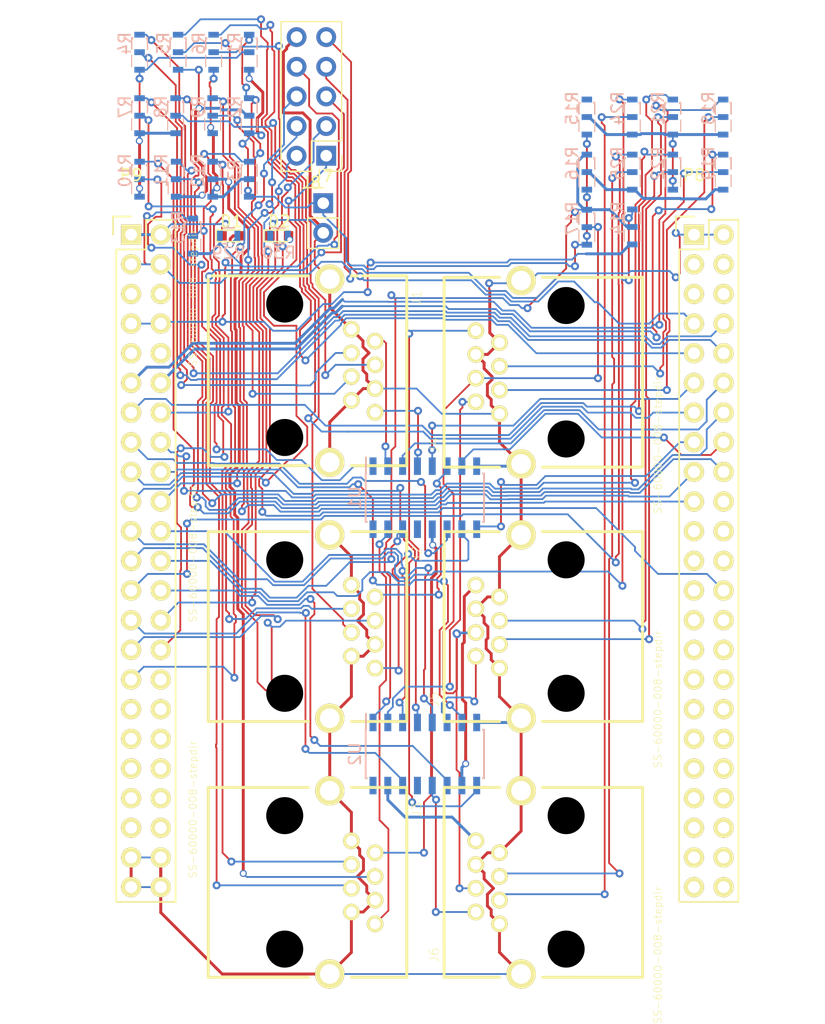
<source format=kicad_pcb>
(kicad_pcb (version 4) (host pcbnew 4.0.7-e2-6376~58~ubuntu16.04.1)
  (layers (0 F.Cu signal) (31 B.Cu signal) (34 B.Paste user) (35 F.Paste user) (36 B.SilkS user) (37 F.SilkS user) (38 B.Mask user) (39 F.Mask user) (44 Edge.Cuts user))
  (net 0 "")
  (net 1 "Net-(P8-Pad3)")
  (net 2 "Net-(P8-Pad4)")
  (net 3 "Net-(P8-Pad5)")
  (net 4 "Net-(P8-Pad6)")
  (net 5 "Net-(P8-Pad20)")
  (net 6 "Net-(P8-Pad21)")
  (net 7 "Net-(P8-Pad22)")
  (net 8 "Net-(P8-Pad23)")
  (net 9 "Net-(P8-Pad24)")
  (net 10 "Net-(P8-Pad25)")
  (net 11 "Net-(P8-Pad27)")
  (net 12 "Net-(P8-Pad28)")
  (net 13 "Net-(P8-Pad29)")
  (net 14 "Net-(P8-Pad30)")
  (net 15 "Net-(P8-Pad31)")
  (net 16 "Net-(P8-Pad32)")
  (net 17 "Net-(P8-Pad33)")
  (net 18 "Net-(P8-Pad34)")
  (net 19 "Net-(P8-Pad35)")
  (net 20 "Net-(P8-Pad36)")
  (net 21 "Net-(P8-Pad37)")
  (net 22 "Net-(P8-Pad38)")
  (net 23 "Net-(P8-Pad39)")
  (net 24 "Net-(P8-Pad40)")
  (net 25 "Net-(P8-Pad41)")
  (net 26 "Net-(P8-Pad42)")
  (net 27 "Net-(P8-Pad43)")
  (net 28 "Net-(P8-Pad44)")
  (net 29 "Net-(P8-Pad45)")
  (net 30 "Net-(P8-Pad46)")
  (net 31 "Net-(P9-Pad33)")
  (net 32 "Net-(P9-Pad35)")
  (net 33 "Net-(P9-Pad36)")
  (net 34 "Net-(P9-Pad37)")
  (net 35 "Net-(P9-Pad38)")
  (net 36 "Net-(P9-Pad39)")
  (net 37 "Net-(P9-Pad40)")
  (net 38 "Net-(P9-Pad41)")
  (net 39 "Net-(P9-Pad42)")
  (net 40 +3V3)
  (net 41 SYS_5V)
  (net 42 "Net-(J3-Pad4)")
  (net 43 "Net-(J3-Pad3)")
  (net 44 "Net-(J3-Pad5)")
  (net 45 "Net-(D1-Pad2)")
  (net 46 GND)
  (net 47 "Net-(D2-Pad2)")
  (net 48 "Net-(J1-Pad4)")
  (net 49 "Net-(J1-Pad3)")
  (net 50 /X-STEPB)
  (net 51 "Net-(J1-Pad5)")
  (net 52 /X-DIRB)
  (net 53 "Net-(J2-Pad4)")
  (net 54 "Net-(J2-Pad3)")
  (net 55 /Y-STEPB)
  (net 56 "Net-(J2-Pad5)")
  (net 57 /Y-DIRB)
  (net 58 /Z-STEPB)
  (net 59 /Z-DIRB)
  (net 60 "Net-(J4-Pad4)")
  (net 61 "Net-(J4-Pad3)")
  (net 62 /A-STEPB)
  (net 63 /R-V3)
  (net 64 /A-DIRB)
  (net 65 "Net-(J5-Pad4)")
  (net 66 "Net-(J5-Pad3)")
  (net 67 /B-STEPB)
  (net 68 /B-DIRB)
  (net 69 "Net-(J6-Pad4)")
  (net 70 "Net-(J6-Pad3)")
  (net 71 /C-STEPB)
  (net 72 /C-DIRB)
  (net 73 /VMOTOR)
  (net 74 /GPIO1)
  (net 75 /GPIO2)
  (net 76 /GPIO3)
  (net 77 /GPIO4)
  (net 78 /GPIO5)
  (net 79 /GPIO6)
  (net 80 /ESTOP)
  (net 81 /X-MIN)
  (net 82 /X-MAX)
  (net 83 /Y-MIN)
  (net 84 /X-DIR)
  (net 85 /X-STEP)
  (net 86 /X-IO)
  (net 87 /Y-MAX)
  (net 88 /Y-DIR)
  (net 89 /Y-STEP)
  (net 90 /Z-MIN)
  (net 91 /Z-MAX)
  (net 92 /Y-IO)
  (net 93 /LED-STAT)
  (net 94 "Net-(P9-Pad5)")
  (net 95 "Net-(P9-Pad6)")
  (net 96 "Net-(P9-Pad9)")
  (net 97 "Net-(P9-Pad10)")
  (net 98 /A-MIN)
  (net 99 /A-MAX)
  (net 100 /B-MIN)
  (net 101 /Z-IO)
  (net 102 /Z-STEP)
  (net 103 /B-MAX)
  (net 104 /B-DIR)
  (net 105 /B-STEP)
  (net 106 /A-DIR)
  (net 107 /A-STEP)
  (net 108 /Z-DIR)
  (net 109 /C-MIN)
  (net 110 /C-MAX)
  (net 111 /C-STEP)
  (net 112 /C-DIR)
  (net 113 "Net-(P9-Pad32)")
  (net 114 "Net-(P9-Pad34)")
  (net 115 /L-VREF)
  (net 116 /L-V1)
  (net 117 /L-V2)
  (net 118 /L-V3)
  (net 119 /R-VREF)
  (net 120 /R-V1)
  (net 121 /R-V2)
  (net 122 "Net-(U1-Pad13)")
  (net 123 "Net-(U2-Pad13)")
  (net 124 "Net-(U1-Pad16)")
  (net 125 "Net-(U2-Pad16)")
  (module Pin_Headers:Pin_Header_Straight_1x02_Pitch2.54mm (layer F.Cu) (at 132.842 59.69)
    (fp_text reference J7 (at 0 -2.33) (layer F.SilkS))
    (fp_text value Conn_01x02)
    (pad 1 thru_hole rect (at 0 0) (size 1.7 1.7) (drill 1) (layers *.Cu *.Mask) (net 73 /VMOTOR))
    (pad 2 thru_hole oval (at 0 2.54) (size 1.7 1.7) (drill 1) (layers *.Cu *.Mask) (net 46 GND))
  )
  (module Socket_BeagleBone_Black:Socket_BeagleBone_Black (layer F.Cu) (at 164.630098 62.3824)
    (fp_text reference P8 (at 0 -5.1) (layer F.SilkS))
    (fp_text value BeagleBone_Black_Header_P8)
    (pad 1 thru_hole rect (at 0 0) (size 1.7272 1.7272) (drill 1.016) (layers *.Cu *.Mask F.SilkS) (net 46 GND))
    (pad 2 thru_hole oval (at 2.54 0) (size 1.7272 1.7272) (drill 1.016) (layers *.Cu *.Mask F.SilkS) (net 46 GND))
    (pad 3 thru_hole oval (at 0 2.54) (size 1.7272 1.7272) (drill 1.016) (layers *.Cu *.Mask F.SilkS) (net 1 "Net-(P8-Pad3)"))
    (pad 4 thru_hole oval (at 2.54 2.54) (size 1.7272 1.7272) (drill 1.016) (layers *.Cu *.Mask F.SilkS) (net 2 "Net-(P8-Pad4)"))
    (pad 5 thru_hole oval (at 0 5.08) (size 1.7272 1.7272) (drill 1.016) (layers *.Cu *.Mask F.SilkS) (net 3 "Net-(P8-Pad5)"))
    (pad 6 thru_hole oval (at 2.54 5.08) (size 1.7272 1.7272) (drill 1.016) (layers *.Cu *.Mask F.SilkS) (net 4 "Net-(P8-Pad6)"))
    (pad 7 thru_hole oval (at 0 7.62) (size 1.7272 1.7272) (drill 1.016) (layers *.Cu *.Mask F.SilkS) (net 80 /ESTOP))
    (pad 8 thru_hole oval (at 2.54 7.62) (size 1.7272 1.7272) (drill 1.016) (layers *.Cu *.Mask F.SilkS) (net 81 /X-MIN))
    (pad 9 thru_hole oval (at 0 10.16) (size 1.7272 1.7272) (drill 1.016) (layers *.Cu *.Mask F.SilkS) (net 82 /X-MAX))
    (pad 10 thru_hole oval (at 2.54 10.16) (size 1.7272 1.7272) (drill 1.016) (layers *.Cu *.Mask F.SilkS) (net 83 /Y-MIN))
    (pad 11 thru_hole oval (at 0 12.7) (size 1.7272 1.7272) (drill 1.016) (layers *.Cu *.Mask F.SilkS) (net 84 /X-DIR))
    (pad 12 thru_hole oval (at 2.54 12.7) (size 1.7272 1.7272) (drill 1.016) (layers *.Cu *.Mask F.SilkS) (net 85 /X-STEP))
    (pad 13 thru_hole oval (at 0 15.24) (size 1.7272 1.7272) (drill 1.016) (layers *.Cu *.Mask F.SilkS) (net 86 /X-IO))
    (pad 14 thru_hole oval (at 2.54 15.24) (size 1.7272 1.7272) (drill 1.016) (layers *.Cu *.Mask F.SilkS) (net 87 /Y-MAX))
    (pad 15 thru_hole oval (at 0 17.78) (size 1.7272 1.7272) (drill 1.016) (layers *.Cu *.Mask F.SilkS) (net 88 /Y-DIR))
    (pad 16 thru_hole oval (at 2.54 17.78) (size 1.7272 1.7272) (drill 1.016) (layers *.Cu *.Mask F.SilkS) (net 89 /Y-STEP))
    (pad 17 thru_hole oval (at 0 20.32) (size 1.7272 1.7272) (drill 1.016) (layers *.Cu *.Mask F.SilkS) (net 90 /Z-MIN))
    (pad 18 thru_hole oval (at 2.54 20.32) (size 1.7272 1.7272) (drill 1.016) (layers *.Cu *.Mask F.SilkS) (net 91 /Z-MAX))
    (pad 19 thru_hole oval (at 0 22.86) (size 1.7272 1.7272) (drill 1.016) (layers *.Cu *.Mask F.SilkS) (net 92 /Y-IO))
    (pad 20 thru_hole oval (at 2.54 22.86) (size 1.7272 1.7272) (drill 1.016) (layers *.Cu *.Mask F.SilkS) (net 5 "Net-(P8-Pad20)"))
    (pad 21 thru_hole oval (at 0 25.4) (size 1.7272 1.7272) (drill 1.016) (layers *.Cu *.Mask F.SilkS) (net 6 "Net-(P8-Pad21)"))
    (pad 22 thru_hole oval (at 2.54 25.4) (size 1.7272 1.7272) (drill 1.016) (layers *.Cu *.Mask F.SilkS) (net 7 "Net-(P8-Pad22)"))
    (pad 23 thru_hole oval (at 0 27.94) (size 1.7272 1.7272) (drill 1.016) (layers *.Cu *.Mask F.SilkS) (net 8 "Net-(P8-Pad23)"))
    (pad 24 thru_hole oval (at 2.54 27.94) (size 1.7272 1.7272) (drill 1.016) (layers *.Cu *.Mask F.SilkS) (net 9 "Net-(P8-Pad24)"))
    (pad 25 thru_hole oval (at 0 30.48) (size 1.7272 1.7272) (drill 1.016) (layers *.Cu *.Mask F.SilkS) (net 10 "Net-(P8-Pad25)"))
    (pad 26 thru_hole oval (at 2.54 30.48) (size 1.7272 1.7272) (drill 1.016) (layers *.Cu *.Mask F.SilkS) (net 93 /LED-STAT))
    (pad 27 thru_hole oval (at 0 33.02) (size 1.7272 1.7272) (drill 1.016) (layers *.Cu *.Mask F.SilkS) (net 11 "Net-(P8-Pad27)"))
    (pad 28 thru_hole oval (at 2.54 33.02) (size 1.7272 1.7272) (drill 1.016) (layers *.Cu *.Mask F.SilkS) (net 12 "Net-(P8-Pad28)"))
    (pad 29 thru_hole oval (at 0 35.56) (size 1.7272 1.7272) (drill 1.016) (layers *.Cu *.Mask F.SilkS) (net 13 "Net-(P8-Pad29)"))
    (pad 30 thru_hole oval (at 2.54 35.56) (size 1.7272 1.7272) (drill 1.016) (layers *.Cu *.Mask F.SilkS) (net 14 "Net-(P8-Pad30)"))
    (pad 31 thru_hole oval (at 0 38.1) (size 1.7272 1.7272) (drill 1.016) (layers *.Cu *.Mask F.SilkS) (net 15 "Net-(P8-Pad31)"))
    (pad 32 thru_hole oval (at 2.54 38.1) (size 1.7272 1.7272) (drill 1.016) (layers *.Cu *.Mask F.SilkS) (net 16 "Net-(P8-Pad32)"))
    (pad 33 thru_hole oval (at 0 40.64) (size 1.7272 1.7272) (drill 1.016) (layers *.Cu *.Mask F.SilkS) (net 17 "Net-(P8-Pad33)"))
    (pad 34 thru_hole oval (at 2.54 40.64) (size 1.7272 1.7272) (drill 1.016) (layers *.Cu *.Mask F.SilkS) (net 18 "Net-(P8-Pad34)"))
    (pad 35 thru_hole oval (at 0 43.18) (size 1.7272 1.7272) (drill 1.016) (layers *.Cu *.Mask F.SilkS) (net 19 "Net-(P8-Pad35)"))
    (pad 36 thru_hole oval (at 2.54 43.18) (size 1.7272 1.7272) (drill 1.016) (layers *.Cu *.Mask F.SilkS) (net 20 "Net-(P8-Pad36)"))
    (pad 37 thru_hole oval (at 0 45.72) (size 1.7272 1.7272) (drill 1.016) (layers *.Cu *.Mask F.SilkS) (net 21 "Net-(P8-Pad37)"))
    (pad 38 thru_hole oval (at 2.54 45.72) (size 1.7272 1.7272) (drill 1.016) (layers *.Cu *.Mask F.SilkS) (net 22 "Net-(P8-Pad38)"))
    (pad 39 thru_hole oval (at 0 48.26) (size 1.7272 1.7272) (drill 1.016) (layers *.Cu *.Mask F.SilkS) (net 23 "Net-(P8-Pad39)"))
    (pad 40 thru_hole oval (at 2.54 48.26) (size 1.7272 1.7272) (drill 1.016) (layers *.Cu *.Mask F.SilkS) (net 24 "Net-(P8-Pad40)"))
    (pad 41 thru_hole oval (at 0 50.8) (size 1.7272 1.7272) (drill 1.016) (layers *.Cu *.Mask F.SilkS) (net 25 "Net-(P8-Pad41)"))
    (pad 42 thru_hole oval (at 2.54 50.8) (size 1.7272 1.7272) (drill 1.016) (layers *.Cu *.Mask F.SilkS) (net 26 "Net-(P8-Pad42)"))
    (pad 43 thru_hole oval (at 0 53.34) (size 1.7272 1.7272) (drill 1.016) (layers *.Cu *.Mask F.SilkS) (net 27 "Net-(P8-Pad43)"))
    (pad 44 thru_hole oval (at 2.54 53.34) (size 1.7272 1.7272) (drill 1.016) (layers *.Cu *.Mask F.SilkS) (net 28 "Net-(P8-Pad44)"))
    (pad 45 thru_hole oval (at 0 55.88) (size 1.7272 1.7272) (drill 1.016) (layers *.Cu *.Mask F.SilkS) (net 29 "Net-(P8-Pad45)"))
    (pad 46 thru_hole oval (at 2.54 55.88) (size 1.7272 1.7272) (drill 1.016) (layers *.Cu *.Mask F.SilkS) (net 30 "Net-(P8-Pad46)"))
  )
  (module Socket_BeagleBone_Black:Socket_BeagleBone_Black (layer F.Cu) (at 116.3701 62.3824)
    (fp_text reference P9 (at 0 -5.1) (layer F.SilkS))
    (fp_text value BeagleBone_Black_Header_P9)
    (pad 1 thru_hole rect (at 0 0) (size 1.7272 1.7272) (drill 1.016) (layers *.Cu *.Mask F.SilkS) (net 46 GND))
    (pad 2 thru_hole oval (at 2.54 0) (size 1.7272 1.7272) (drill 1.016) (layers *.Cu *.Mask F.SilkS) (net 46 GND))
    (pad 3 thru_hole oval (at 0 2.54) (size 1.7272 1.7272) (drill 1.016) (layers *.Cu *.Mask F.SilkS) (net 40 +3V3))
    (pad 4 thru_hole oval (at 2.54 2.54) (size 1.7272 1.7272) (drill 1.016) (layers *.Cu *.Mask F.SilkS) (net 40 +3V3))
    (pad 5 thru_hole oval (at 0 5.08) (size 1.7272 1.7272) (drill 1.016) (layers *.Cu *.Mask F.SilkS) (net 94 "Net-(P9-Pad5)"))
    (pad 6 thru_hole oval (at 2.54 5.08) (size 1.7272 1.7272) (drill 1.016) (layers *.Cu *.Mask F.SilkS) (net 95 "Net-(P9-Pad6)"))
    (pad 7 thru_hole oval (at 0 7.62) (size 1.7272 1.7272) (drill 1.016) (layers *.Cu *.Mask F.SilkS) (net 41 SYS_5V))
    (pad 8 thru_hole oval (at 2.54 7.62) (size 1.7272 1.7272) (drill 1.016) (layers *.Cu *.Mask F.SilkS) (net 41 SYS_5V))
    (pad 9 thru_hole oval (at 0 10.16) (size 1.7272 1.7272) (drill 1.016) (layers *.Cu *.Mask F.SilkS) (net 96 "Net-(P9-Pad9)"))
    (pad 10 thru_hole oval (at 2.54 10.16) (size 1.7272 1.7272) (drill 1.016) (layers *.Cu *.Mask F.SilkS) (net 97 "Net-(P9-Pad10)"))
    (pad 11 thru_hole oval (at 0 12.7) (size 1.7272 1.7272) (drill 1.016) (layers *.Cu *.Mask F.SilkS) (net 98 /A-MIN))
    (pad 12 thru_hole oval (at 2.54 12.7) (size 1.7272 1.7272) (drill 1.016) (layers *.Cu *.Mask F.SilkS) (net 99 /A-MAX))
    (pad 13 thru_hole oval (at 0 15.24) (size 1.7272 1.7272) (drill 1.016) (layers *.Cu *.Mask F.SilkS) (net 100 /B-MIN))
    (pad 14 thru_hole oval (at 2.54 15.24) (size 1.7272 1.7272) (drill 1.016) (layers *.Cu *.Mask F.SilkS) (net 101 /Z-IO))
    (pad 15 thru_hole oval (at 0 17.78) (size 1.7272 1.7272) (drill 1.016) (layers *.Cu *.Mask F.SilkS) (net 102 /Z-STEP))
    (pad 16 thru_hole oval (at 2.54 17.78) (size 1.7272 1.7272) (drill 1.016) (layers *.Cu *.Mask F.SilkS) (net 103 /B-MAX))
    (pad 17 thru_hole oval (at 0 20.32) (size 1.7272 1.7272) (drill 1.016) (layers *.Cu *.Mask F.SilkS) (net 104 /B-DIR))
    (pad 18 thru_hole oval (at 2.54 20.32) (size 1.7272 1.7272) (drill 1.016) (layers *.Cu *.Mask F.SilkS) (net 105 /B-STEP))
    (pad 19 thru_hole oval (at 0 22.86) (size 1.7272 1.7272) (drill 1.016) (layers *.Cu *.Mask F.SilkS) (net 74 /GPIO1))
    (pad 20 thru_hole oval (at 2.54 22.86) (size 1.7272 1.7272) (drill 1.016) (layers *.Cu *.Mask F.SilkS) (net 75 /GPIO2))
    (pad 21 thru_hole oval (at 0 25.4) (size 1.7272 1.7272) (drill 1.016) (layers *.Cu *.Mask F.SilkS) (net 106 /A-DIR))
    (pad 22 thru_hole oval (at 2.54 25.4) (size 1.7272 1.7272) (drill 1.016) (layers *.Cu *.Mask F.SilkS) (net 107 /A-STEP))
    (pad 23 thru_hole oval (at 0 27.94) (size 1.7272 1.7272) (drill 1.016) (layers *.Cu *.Mask F.SilkS) (net 108 /Z-DIR))
    (pad 24 thru_hole oval (at 2.54 27.94) (size 1.7272 1.7272) (drill 1.016) (layers *.Cu *.Mask F.SilkS) (net 109 /C-MIN))
    (pad 25 thru_hole oval (at 0 30.48) (size 1.7272 1.7272) (drill 1.016) (layers *.Cu *.Mask F.SilkS) (net 110 /C-MAX))
    (pad 26 thru_hole oval (at 2.54 30.48) (size 1.7272 1.7272) (drill 1.016) (layers *.Cu *.Mask F.SilkS) (net 111 /C-STEP))
    (pad 27 thru_hole oval (at 0 33.02) (size 1.7272 1.7272) (drill 1.016) (layers *.Cu *.Mask F.SilkS) (net 112 /C-DIR))
    (pad 28 thru_hole oval (at 2.54 33.02) (size 1.7272 1.7272) (drill 1.016) (layers *.Cu *.Mask F.SilkS) (net 76 /GPIO3))
    (pad 29 thru_hole oval (at 0 35.56) (size 1.7272 1.7272) (drill 1.016) (layers *.Cu *.Mask F.SilkS) (net 77 /GPIO4))
    (pad 30 thru_hole oval (at 2.54 35.56) (size 1.7272 1.7272) (drill 1.016) (layers *.Cu *.Mask F.SilkS) (net 78 /GPIO5))
    (pad 31 thru_hole oval (at 0 38.1) (size 1.7272 1.7272) (drill 1.016) (layers *.Cu *.Mask F.SilkS) (net 79 /GPIO6))
    (pad 32 thru_hole oval (at 2.54 38.1) (size 1.7272 1.7272) (drill 1.016) (layers *.Cu *.Mask F.SilkS) (net 113 "Net-(P9-Pad32)"))
    (pad 33 thru_hole oval (at 0 40.64) (size 1.7272 1.7272) (drill 1.016) (layers *.Cu *.Mask F.SilkS) (net 31 "Net-(P9-Pad33)"))
    (pad 34 thru_hole oval (at 2.54 40.64) (size 1.7272 1.7272) (drill 1.016) (layers *.Cu *.Mask F.SilkS) (net 114 "Net-(P9-Pad34)"))
    (pad 35 thru_hole oval (at 0 43.18) (size 1.7272 1.7272) (drill 1.016) (layers *.Cu *.Mask F.SilkS) (net 32 "Net-(P9-Pad35)"))
    (pad 36 thru_hole oval (at 2.54 43.18) (size 1.7272 1.7272) (drill 1.016) (layers *.Cu *.Mask F.SilkS) (net 33 "Net-(P9-Pad36)"))
    (pad 37 thru_hole oval (at 0 45.72) (size 1.7272 1.7272) (drill 1.016) (layers *.Cu *.Mask F.SilkS) (net 34 "Net-(P9-Pad37)"))
    (pad 38 thru_hole oval (at 2.54 45.72) (size 1.7272 1.7272) (drill 1.016) (layers *.Cu *.Mask F.SilkS) (net 35 "Net-(P9-Pad38)"))
    (pad 39 thru_hole oval (at 0 48.26) (size 1.7272 1.7272) (drill 1.016) (layers *.Cu *.Mask F.SilkS) (net 36 "Net-(P9-Pad39)"))
    (pad 40 thru_hole oval (at 2.54 48.26) (size 1.7272 1.7272) (drill 1.016) (layers *.Cu *.Mask F.SilkS) (net 37 "Net-(P9-Pad40)"))
    (pad 41 thru_hole oval (at 0 50.8) (size 1.7272 1.7272) (drill 1.016) (layers *.Cu *.Mask F.SilkS) (net 38 "Net-(P9-Pad41)"))
    (pad 42 thru_hole oval (at 2.54 50.8) (size 1.7272 1.7272) (drill 1.016) (layers *.Cu *.Mask F.SilkS) (net 39 "Net-(P9-Pad42)"))
    (pad 43 thru_hole oval (at 0 53.34) (size 1.7272 1.7272) (drill 1.016) (layers *.Cu *.Mask F.SilkS) (net 46 GND))
    (pad 44 thru_hole oval (at 2.54 53.34) (size 1.7272 1.7272) (drill 1.016) (layers *.Cu *.Mask F.SilkS) (net 46 GND))
    (pad 45 thru_hole oval (at 0 55.88) (size 1.7272 1.7272) (drill 1.016) (layers *.Cu *.Mask F.SilkS) (net 46 GND))
    (pad 46 thru_hole oval (at 2.54 55.88) (size 1.7272 1.7272) (drill 1.016) (layers *.Cu *.Mask F.SilkS) (net 46 GND))
  )
  (module LEDs:LED_0603 (layer F.Cu) (at 124.968 62.484)
    (fp_text reference D1 (at 0 -1.25) (layer F.SilkS))
    (fp_text value LED)
    (pad 2 smd rect (at 0.8 0 180) (size 0.8 0.8) (layers F.Cu F.Paste F.Mask) (net 45 "Net-(D1-Pad2)"))
    (pad 1 smd rect (at -0.8 0 180) (size 0.8 0.8) (layers F.Cu F.Paste F.Mask) (net 46 GND))
  )
  (module LEDs:LED_0603 (layer F.Cu) (at 129.07 62.484)
    (fp_text reference D2 (at 0 -1.25) (layer F.SilkS))
    (fp_text value LED)
    (pad 2 smd rect (at 0.8 0 180) (size 0.8 0.8) (layers F.Cu F.Paste F.Mask) (net 47 "Net-(D2-Pad2)"))
    (pad 1 smd rect (at -0.8 0 180) (size 0.8 0.8) (layers F.Cu F.Paste F.Mask) (net 46 GND))
  )
  (module SS-60000-008:520260-4 (layer F.Cu) (at 129.54 74.041 270)
    (fp_text reference J1 (at -6.23166 -11.3187 270) (layer F.SilkS) (effects (font (size 0.801108 0.801108) (thickness 0.05))))
    (fp_text value SS-60000-008-stepdir (at -6.23534 7.86417 270) (layer F.SilkS) (effects (font (size 0.641269 0.641269) (thickness 0.05))))
    (pad 4 thru_hole circle (at 0.508 -5.715 270) (size 1.4224 1.4224) (drill 0.9144) (layers *.Cu *.Mask F.SilkS) (net 48 "Net-(J1-Pad4)"))
    (pad 3 thru_hole circle (at -1.524 -5.715 270) (size 1.4224 1.4224) (drill 0.9144) (layers *.Cu *.Mask F.SilkS) (net 49 "Net-(J1-Pad3)"))
    (pad 2 thru_hole circle (at -3.556 -5.715 270) (size 1.4224 1.4224) (drill 0.9144) (layers *.Cu *.Mask F.SilkS) (net 46 GND))
    (pad 1 thru_hole circle (at -2.54 -7.747 270) (size 1.4224 1.4224) (drill 0.9144) (layers *.Cu *.Mask F.SilkS) (net 50 /X-STEPB))
    (pad 5 thru_hole circle (at -0.508 -7.747 270) (size 1.4224 1.4224) (drill 0.9144) (layers *.Cu *.Mask F.SilkS) (net 51 "Net-(J1-Pad5)"))
    (pad 6 thru_hole circle (at 1.524 -7.747 270) (size 1.4224 1.4224) (drill 0.9144) (layers *.Cu *.Mask F.SilkS) (net 46 GND))
    (pad 7 thru_hole circle (at 3.556 -7.747 270) (size 1.4224 1.4224) (drill 0.9144) (layers *.Cu *.Mask F.SilkS) (net 52 /X-DIRB))
    (pad 8 thru_hole circle (at 2.54 -5.715 270) (size 1.4224 1.4224) (drill 0.9144) (layers *.Cu *.Mask F.SilkS) (net 46 GND))
    (pad S1 thru_hole circle (at -7.8486 -3.8608 270) (size 2.5146 2.5146) (drill 1.6764) (layers *.Cu *.Mask F.SilkS) (net 46 GND))
    (pad S2 thru_hole circle (at 7.8486 -3.8608 270) (size 2.5146 2.5146) (drill 1.6764) (layers *.Cu *.Mask F.SilkS) (net 46 GND))
    (pad Hole np_thru_hole circle (at -5.715 0 270) (size 3.175 3.175) (drill 3.175) (layers))
    (pad Hole np_thru_hole circle (at 5.715 0 270) (size 3.175 3.175) (drill 3.175) (layers))
  )
  (module SS-60000-008:520260-4 (layer F.Cu) (at 129.54 95.9485 270)
    (fp_text reference J2 (at -6.23166 -11.3187 270) (layer F.SilkS) (effects (font (size 0.801108 0.801108) (thickness 0.05))))
    (fp_text value SS-60000-008-stepdir (at -6.23534 7.86417 270) (layer F.SilkS) (effects (font (size 0.641269 0.641269) (thickness 0.05))))
    (pad 4 thru_hole circle (at 0.508 -5.715 270) (size 1.4224 1.4224) (drill 0.9144) (layers *.Cu *.Mask F.SilkS) (net 53 "Net-(J2-Pad4)"))
    (pad 3 thru_hole circle (at -1.524 -5.715 270) (size 1.4224 1.4224) (drill 0.9144) (layers *.Cu *.Mask F.SilkS) (net 54 "Net-(J2-Pad3)"))
    (pad 2 thru_hole circle (at -3.556 -5.715 270) (size 1.4224 1.4224) (drill 0.9144) (layers *.Cu *.Mask F.SilkS) (net 46 GND))
    (pad 1 thru_hole circle (at -2.54 -7.747 270) (size 1.4224 1.4224) (drill 0.9144) (layers *.Cu *.Mask F.SilkS) (net 55 /Y-STEPB))
    (pad 5 thru_hole circle (at -0.508 -7.747 270) (size 1.4224 1.4224) (drill 0.9144) (layers *.Cu *.Mask F.SilkS) (net 56 "Net-(J2-Pad5)"))
    (pad 6 thru_hole circle (at 1.524 -7.747 270) (size 1.4224 1.4224) (drill 0.9144) (layers *.Cu *.Mask F.SilkS) (net 46 GND))
    (pad 7 thru_hole circle (at 3.556 -7.747 270) (size 1.4224 1.4224) (drill 0.9144) (layers *.Cu *.Mask F.SilkS) (net 57 /Y-DIRB))
    (pad 8 thru_hole circle (at 2.54 -5.715 270) (size 1.4224 1.4224) (drill 0.9144) (layers *.Cu *.Mask F.SilkS) (net 46 GND))
    (pad S1 thru_hole circle (at -7.8486 -3.8608 270) (size 2.5146 2.5146) (drill 1.6764) (layers *.Cu *.Mask F.SilkS) (net 46 GND))
    (pad S2 thru_hole circle (at 7.8486 -3.8608 270) (size 2.5146 2.5146) (drill 1.6764) (layers *.Cu *.Mask F.SilkS) (net 46 GND))
    (pad Hole np_thru_hole circle (at -5.715 0 270) (size 3.175 3.175) (drill 3.175) (layers))
    (pad Hole np_thru_hole circle (at 5.715 0 270) (size 3.175 3.175) (drill 3.175) (layers))
  )
  (module SS-60000-008:520260-4 (layer F.Cu) (at 129.54 117.856 270)
    (fp_text reference J3 (at -6.23166 -11.3187 270) (layer F.SilkS) (effects (font (size 0.801108 0.801108) (thickness 0.05))))
    (fp_text value SS-60000-008-stepdir (at -6.23534 7.86417 270) (layer F.SilkS) (effects (font (size 0.641269 0.641269) (thickness 0.05))))
    (pad 4 thru_hole circle (at 0.508 -5.715 270) (size 1.4224 1.4224) (drill 0.9144) (layers *.Cu *.Mask F.SilkS) (net 42 "Net-(J3-Pad4)"))
    (pad 3 thru_hole circle (at -1.524 -5.715 270) (size 1.4224 1.4224) (drill 0.9144) (layers *.Cu *.Mask F.SilkS) (net 43 "Net-(J3-Pad3)"))
    (pad 2 thru_hole circle (at -3.556 -5.715 270) (size 1.4224 1.4224) (drill 0.9144) (layers *.Cu *.Mask F.SilkS) (net 46 GND))
    (pad 1 thru_hole circle (at -2.54 -7.747 270) (size 1.4224 1.4224) (drill 0.9144) (layers *.Cu *.Mask F.SilkS) (net 58 /Z-STEPB))
    (pad 5 thru_hole circle (at -0.508 -7.747 270) (size 1.4224 1.4224) (drill 0.9144) (layers *.Cu *.Mask F.SilkS) (net 44 "Net-(J3-Pad5)"))
    (pad 6 thru_hole circle (at 1.524 -7.747 270) (size 1.4224 1.4224) (drill 0.9144) (layers *.Cu *.Mask F.SilkS) (net 46 GND))
    (pad 7 thru_hole circle (at 3.556 -7.747 270) (size 1.4224 1.4224) (drill 0.9144) (layers *.Cu *.Mask F.SilkS) (net 59 /Z-DIRB))
    (pad 8 thru_hole circle (at 2.54 -5.715 270) (size 1.4224 1.4224) (drill 0.9144) (layers *.Cu *.Mask F.SilkS) (net 46 GND))
    (pad S1 thru_hole circle (at -7.8486 -3.8608 270) (size 2.5146 2.5146) (drill 1.6764) (layers *.Cu *.Mask F.SilkS) (net 46 GND))
    (pad S2 thru_hole circle (at 7.8486 -3.8608 270) (size 2.5146 2.5146) (drill 1.6764) (layers *.Cu *.Mask F.SilkS) (net 46 GND))
    (pad Hole np_thru_hole circle (at -5.715 0 270) (size 3.175 3.175) (drill 3.175) (layers))
    (pad Hole np_thru_hole circle (at 5.715 0 270) (size 3.175 3.175) (drill 3.175) (layers))
  )
  (module SS-60000-008:520260-4 (layer F.Cu) (at 153.67 74.168 90)
    (fp_text reference J4 (at -6.23166 -11.3187 90) (layer F.SilkS) (effects (font (size 0.801108 0.801108) (thickness 0.05))))
    (fp_text value SS-60000-008-stepdir (at -6.23534 7.86417 90) (layer F.SilkS) (effects (font (size 0.641269 0.641269) (thickness 0.05))))
    (pad 4 thru_hole circle (at 0.508 -5.715 90) (size 1.4224 1.4224) (drill 0.9144) (layers *.Cu *.Mask F.SilkS) (net 60 "Net-(J4-Pad4)"))
    (pad 3 thru_hole circle (at -1.524 -5.715 90) (size 1.4224 1.4224) (drill 0.9144) (layers *.Cu *.Mask F.SilkS) (net 61 "Net-(J4-Pad3)"))
    (pad 2 thru_hole circle (at -3.556 -5.715 90) (size 1.4224 1.4224) (drill 0.9144) (layers *.Cu *.Mask F.SilkS) (net 46 GND))
    (pad 1 thru_hole circle (at -2.54 -7.747 90) (size 1.4224 1.4224) (drill 0.9144) (layers *.Cu *.Mask F.SilkS) (net 62 /A-STEPB))
    (pad 5 thru_hole circle (at -0.508 -7.747 90) (size 1.4224 1.4224) (drill 0.9144) (layers *.Cu *.Mask F.SilkS) (net 63 /R-V3))
    (pad 6 thru_hole circle (at 1.524 -7.747 90) (size 1.4224 1.4224) (drill 0.9144) (layers *.Cu *.Mask F.SilkS) (net 46 GND))
    (pad 7 thru_hole circle (at 3.556 -7.747 90) (size 1.4224 1.4224) (drill 0.9144) (layers *.Cu *.Mask F.SilkS) (net 64 /A-DIRB))
    (pad 8 thru_hole circle (at 2.54 -5.715 90) (size 1.4224 1.4224) (drill 0.9144) (layers *.Cu *.Mask F.SilkS) (net 46 GND))
    (pad S1 thru_hole circle (at -7.8486 -3.8608 90) (size 2.5146 2.5146) (drill 1.6764) (layers *.Cu *.Mask F.SilkS) (net 46 GND))
    (pad S2 thru_hole circle (at 7.8486 -3.8608 90) (size 2.5146 2.5146) (drill 1.6764) (layers *.Cu *.Mask F.SilkS) (net 46 GND))
    (pad Hole np_thru_hole circle (at -5.715 0 90) (size 3.175 3.175) (drill 3.175) (layers))
    (pad Hole np_thru_hole circle (at 5.715 0 90) (size 3.175 3.175) (drill 3.175) (layers))
  )
  (module SS-60000-008:520260-4 (layer F.Cu) (at 153.67 95.9485 90)
    (fp_text reference J5 (at -6.23166 -11.3187 90) (layer F.SilkS) (effects (font (size 0.801108 0.801108) (thickness 0.05))))
    (fp_text value SS-60000-008-stepdir (at -6.23534 7.86417 90) (layer F.SilkS) (effects (font (size 0.641269 0.641269) (thickness 0.05))))
    (pad 4 thru_hole circle (at 0.508 -5.715 90) (size 1.4224 1.4224) (drill 0.9144) (layers *.Cu *.Mask F.SilkS) (net 65 "Net-(J5-Pad4)"))
    (pad 3 thru_hole circle (at -1.524 -5.715 90) (size 1.4224 1.4224) (drill 0.9144) (layers *.Cu *.Mask F.SilkS) (net 66 "Net-(J5-Pad3)"))
    (pad 2 thru_hole circle (at -3.556 -5.715 90) (size 1.4224 1.4224) (drill 0.9144) (layers *.Cu *.Mask F.SilkS) (net 46 GND))
    (pad 1 thru_hole circle (at -2.54 -7.747 90) (size 1.4224 1.4224) (drill 0.9144) (layers *.Cu *.Mask F.SilkS) (net 67 /B-STEPB))
    (pad 5 thru_hole circle (at -0.508 -7.747 90) (size 1.4224 1.4224) (drill 0.9144) (layers *.Cu *.Mask F.SilkS) (net 63 /R-V3))
    (pad 6 thru_hole circle (at 1.524 -7.747 90) (size 1.4224 1.4224) (drill 0.9144) (layers *.Cu *.Mask F.SilkS) (net 46 GND))
    (pad 7 thru_hole circle (at 3.556 -7.747 90) (size 1.4224 1.4224) (drill 0.9144) (layers *.Cu *.Mask F.SilkS) (net 68 /B-DIRB))
    (pad 8 thru_hole circle (at 2.54 -5.715 90) (size 1.4224 1.4224) (drill 0.9144) (layers *.Cu *.Mask F.SilkS) (net 46 GND))
    (pad S1 thru_hole circle (at -7.8486 -3.8608 90) (size 2.5146 2.5146) (drill 1.6764) (layers *.Cu *.Mask F.SilkS) (net 46 GND))
    (pad S2 thru_hole circle (at 7.8486 -3.8608 90) (size 2.5146 2.5146) (drill 1.6764) (layers *.Cu *.Mask F.SilkS) (net 46 GND))
    (pad Hole np_thru_hole circle (at -5.715 0 90) (size 3.175 3.175) (drill 3.175) (layers))
    (pad Hole np_thru_hole circle (at 5.715 0 90) (size 3.175 3.175) (drill 3.175) (layers))
  )
  (module SS-60000-008:520260-4 (layer F.Cu) (at 153.67 117.856 90)
    (fp_text reference J6 (at -6.23166 -11.3187 90) (layer F.SilkS) (effects (font (size 0.801108 0.801108) (thickness 0.05))))
    (fp_text value SS-60000-008-stepdir (at -6.23534 7.86417 90) (layer F.SilkS) (effects (font (size 0.641269 0.641269) (thickness 0.05))))
    (pad 4 thru_hole circle (at 0.508 -5.715 90) (size 1.4224 1.4224) (drill 0.9144) (layers *.Cu *.Mask F.SilkS) (net 69 "Net-(J6-Pad4)"))
    (pad 3 thru_hole circle (at -1.524 -5.715 90) (size 1.4224 1.4224) (drill 0.9144) (layers *.Cu *.Mask F.SilkS) (net 70 "Net-(J6-Pad3)"))
    (pad 2 thru_hole circle (at -3.556 -5.715 90) (size 1.4224 1.4224) (drill 0.9144) (layers *.Cu *.Mask F.SilkS) (net 46 GND))
    (pad 1 thru_hole circle (at -2.54 -7.747 90) (size 1.4224 1.4224) (drill 0.9144) (layers *.Cu *.Mask F.SilkS) (net 71 /C-STEPB))
    (pad 5 thru_hole circle (at -0.508 -7.747 90) (size 1.4224 1.4224) (drill 0.9144) (layers *.Cu *.Mask F.SilkS) (net 63 /R-V3))
    (pad 6 thru_hole circle (at 1.524 -7.747 90) (size 1.4224 1.4224) (drill 0.9144) (layers *.Cu *.Mask F.SilkS) (net 46 GND))
    (pad 7 thru_hole circle (at 3.556 -7.747 90) (size 1.4224 1.4224) (drill 0.9144) (layers *.Cu *.Mask F.SilkS) (net 72 /C-DIRB))
    (pad 8 thru_hole circle (at 2.54 -5.715 90) (size 1.4224 1.4224) (drill 0.9144) (layers *.Cu *.Mask F.SilkS) (net 46 GND))
    (pad S1 thru_hole circle (at -7.8486 -3.8608 90) (size 2.5146 2.5146) (drill 1.6764) (layers *.Cu *.Mask F.SilkS) (net 46 GND))
    (pad S2 thru_hole circle (at 7.8486 -3.8608 90) (size 2.5146 2.5146) (drill 1.6764) (layers *.Cu *.Mask F.SilkS) (net 46 GND))
    (pad Hole np_thru_hole circle (at -5.715 0 90) (size 3.175 3.175) (drill 3.175) (layers))
    (pad Hole np_thru_hole circle (at 5.715 0 90) (size 3.175 3.175) (drill 3.175) (layers))
  )
  (module Pin_Headers:Pin_Header_Straight_2x05_Pitch2.54mm (layer F.Cu) (at 133.096 55.626 180)
    (fp_text reference J8 (at 1.27 -2.33 180) (layer F.SilkS))
    (fp_text value Conn_02x05_Odd_Even)
    (pad 1 thru_hole rect (at 0 0 180) (size 1.7 1.7) (drill 1) (layers *.Cu *.Mask) (net 74 /GPIO1))
    (pad 2 thru_hole oval (at 2.54 0 180) (size 1.7 1.7) (drill 1) (layers *.Cu *.Mask) (net 75 /GPIO2))
    (pad 3 thru_hole oval (at 0 2.54 180) (size 1.7 1.7) (drill 1) (layers *.Cu *.Mask) (net 76 /GPIO3))
    (pad 4 thru_hole oval (at 2.54 2.54 180) (size 1.7 1.7) (drill 1) (layers *.Cu *.Mask) (net 77 /GPIO4))
    (pad 5 thru_hole oval (at 0 5.08 180) (size 1.7 1.7) (drill 1) (layers *.Cu *.Mask) (net 78 /GPIO5))
    (pad 6 thru_hole oval (at 2.54 5.08 180) (size 1.7 1.7) (drill 1) (layers *.Cu *.Mask) (net 79 /GPIO6))
    (pad 7 thru_hole oval (at 0 7.62 180) (size 1.7 1.7) (drill 1) (layers *.Cu *.Mask) (net 40 +3V3))
    (pad 8 thru_hole oval (at 2.54 7.62 180) (size 1.7 1.7) (drill 1) (layers *.Cu *.Mask) (net 41 SYS_5V))
    (pad 9 thru_hole oval (at 0 10.16 180) (size 1.7 1.7) (drill 1) (layers *.Cu *.Mask) (net 80 /ESTOP))
    (pad 10 thru_hole oval (at 2.54 10.16 180) (size 1.7 1.7) (drill 1) (layers *.Cu *.Mask) (net 46 GND))
  )
  (module lib:R3_0603 (layer B.Cu) (at 126.492 46.76 270)
    (fp_text reference R1 (at -0.75 1.27 270) (layer B.SilkS) (effects (justify mirror)))
    (fp_text value Pad3)
    (pad 1 smd rect (at -1.5 0 270) (size 0.5 0.9) (layers B.Cu B.Paste B.Mask) (net 115 /L-VREF))
    (pad 2 smd rect (at 0 0 270) (size 0.5 0.9) (layers B.Cu B.Paste B.Mask) (net 116 /L-V1))
    (pad 3 smd rect (at 1.5 0 270) (size 0.5 0.9) (layers B.Cu B.Paste B.Mask) (net 73 /VMOTOR))
  )
  (module lib:R3_0603 (layer B.Cu) (at 126.491998 52.197 270)
    (fp_text reference R2 (at -0.75 1.27 270) (layer B.SilkS) (effects (justify mirror)))
    (fp_text value Pad3)
    (pad 1 smd rect (at -1.5 0 270) (size 0.5 0.9) (layers B.Cu B.Paste B.Mask) (net 115 /L-VREF))
    (pad 2 smd rect (at 0 0 270) (size 0.5 0.9) (layers B.Cu B.Paste B.Mask) (net 117 /L-V2))
    (pad 3 smd rect (at 1.5 0 270) (size 0.5 0.9) (layers B.Cu B.Paste B.Mask) (net 73 /VMOTOR))
  )
  (module lib:R3_0603 (layer B.Cu) (at 126.491998 57.634 270)
    (fp_text reference R3 (at -0.75 1.27 270) (layer B.SilkS) (effects (justify mirror)))
    (fp_text value Pad3)
    (pad 1 smd rect (at -1.5 0 270) (size 0.5 0.9) (layers B.Cu B.Paste B.Mask) (net 115 /L-VREF))
    (pad 2 smd rect (at 0 0 270) (size 0.5 0.9) (layers B.Cu B.Paste B.Mask) (net 118 /L-V3))
    (pad 3 smd rect (at 1.5 0 270) (size 0.5 0.9) (layers B.Cu B.Paste B.Mask) (net 73 /VMOTOR))
  )
  (module lib:R3_0603 (layer B.Cu) (at 117.094 46.76 270)
    (fp_text reference R4 (at -0.75 1.27 270) (layer B.SilkS) (effects (justify mirror)))
    (fp_text value Pad3)
    (pad 1 smd rect (at -1.5 0 270) (size 0.5 0.9) (layers B.Cu B.Paste B.Mask) (net 81 /X-MIN))
    (pad 2 smd rect (at 0 0 270) (size 0.5 0.9) (layers B.Cu B.Paste B.Mask) (net 49 "Net-(J1-Pad3)"))
    (pad 3 smd rect (at 1.5 0 270) (size 0.5 0.9) (layers B.Cu B.Paste B.Mask) (net 116 /L-V1))
  )
  (module lib:R3_0603 (layer B.Cu) (at 120.396 46.76 270)
    (fp_text reference R5 (at -0.75 1.27 270) (layer B.SilkS) (effects (justify mirror)))
    (fp_text value Pad3)
    (pad 1 smd rect (at -1.5 0 270) (size 0.5 0.9) (layers B.Cu B.Paste B.Mask) (net 82 /X-MAX))
    (pad 2 smd rect (at 0 0 270) (size 0.5 0.9) (layers B.Cu B.Paste B.Mask) (net 48 "Net-(J1-Pad4)"))
    (pad 3 smd rect (at 1.5 0 270) (size 0.5 0.9) (layers B.Cu B.Paste B.Mask) (net 117 /L-V2))
  )
  (module lib:R3_0603 (layer B.Cu) (at 123.444 46.76 270)
    (fp_text reference R6 (at -0.75 1.27 270) (layer B.SilkS) (effects (justify mirror)))
    (fp_text value Pad3)
    (pad 1 smd rect (at -1.5 0 270) (size 0.5 0.9) (layers B.Cu B.Paste B.Mask) (net 86 /X-IO))
    (pad 2 smd rect (at 0 0 270) (size 0.5 0.9) (layers B.Cu B.Paste B.Mask) (net 51 "Net-(J1-Pad5)"))
    (pad 3 smd rect (at 1.5 0 270) (size 0.5 0.9) (layers B.Cu B.Paste B.Mask) (net 118 /L-V3))
  )
  (module lib:R3_0603 (layer B.Cu) (at 117.094 52.197 270)
    (fp_text reference R7 (at -0.75 1.27 270) (layer B.SilkS) (effects (justify mirror)))
    (fp_text value Pad3)
    (pad 1 smd rect (at -1.5 0 270) (size 0.5 0.9) (layers B.Cu B.Paste B.Mask) (net 83 /Y-MIN))
    (pad 2 smd rect (at 0 0 270) (size 0.5 0.9) (layers B.Cu B.Paste B.Mask) (net 54 "Net-(J2-Pad3)"))
    (pad 3 smd rect (at 1.5 0 270) (size 0.5 0.9) (layers B.Cu B.Paste B.Mask) (net 116 /L-V1))
  )
  (module lib:R3_0603 (layer B.Cu) (at 120.181997 52.197 270)
    (fp_text reference R8 (at -0.75 1.27 270) (layer B.SilkS) (effects (justify mirror)))
    (fp_text value Pad3)
    (pad 1 smd rect (at -1.5 0 270) (size 0.5 0.9) (layers B.Cu B.Paste B.Mask) (net 87 /Y-MAX))
    (pad 2 smd rect (at 0 0 270) (size 0.5 0.9) (layers B.Cu B.Paste B.Mask) (net 53 "Net-(J2-Pad4)"))
    (pad 3 smd rect (at 1.5 0 270) (size 0.5 0.9) (layers B.Cu B.Paste B.Mask) (net 116 /L-V1))
  )
  (module lib:R3_0603 (layer B.Cu) (at 123.359332 52.197 270)
    (fp_text reference R9 (at -0.75 1.27 270) (layer B.SilkS) (effects (justify mirror)))
    (fp_text value Pad3)
    (pad 1 smd rect (at -1.5 0 270) (size 0.5 0.9) (layers B.Cu B.Paste B.Mask) (net 92 /Y-IO))
    (pad 2 smd rect (at 0 0 270) (size 0.5 0.9) (layers B.Cu B.Paste B.Mask) (net 56 "Net-(J2-Pad5)"))
    (pad 3 smd rect (at 1.5 0 270) (size 0.5 0.9) (layers B.Cu B.Paste B.Mask) (net 118 /L-V3))
  )
  (module lib:R3_0603 (layer B.Cu) (at 117.094 57.634 270)
    (fp_text reference R10 (at -0.75 1.27 270) (layer B.SilkS) (effects (justify mirror)))
    (fp_text value Pad3)
    (pad 1 smd rect (at -1.5 0 270) (size 0.5 0.9) (layers B.Cu B.Paste B.Mask) (net 90 /Z-MIN))
    (pad 2 smd rect (at 0 0 270) (size 0.5 0.9) (layers B.Cu B.Paste B.Mask) (net 43 "Net-(J3-Pad3)"))
    (pad 3 smd rect (at 1.5 0 270) (size 0.5 0.9) (layers B.Cu B.Paste B.Mask) (net 116 /L-V1))
  )
  (module lib:R3_0603 (layer B.Cu) (at 120.226666 57.634 270)
    (fp_text reference R11 (at -0.75 1.27 270) (layer B.SilkS) (effects (justify mirror)))
    (fp_text value Pad3)
    (pad 1 smd rect (at -1.5 0 270) (size 0.5 0.9) (layers B.Cu B.Paste B.Mask) (net 91 /Z-MAX))
    (pad 2 smd rect (at 0 0 270) (size 0.5 0.9) (layers B.Cu B.Paste B.Mask) (net 42 "Net-(J3-Pad4)"))
    (pad 3 smd rect (at 1.5 0 270) (size 0.5 0.9) (layers B.Cu B.Paste B.Mask) (net 117 /L-V2))
  )
  (module lib:R3_0603 (layer B.Cu) (at 123.359332 57.634 270)
    (fp_text reference R12 (at -0.75 1.27 270) (layer B.SilkS) (effects (justify mirror)))
    (fp_text value Pad3)
    (pad 1 smd rect (at -1.5 0 270) (size 0.5 0.9) (layers B.Cu B.Paste B.Mask) (net 101 /Z-IO))
    (pad 2 smd rect (at 0 0 270) (size 0.5 0.9) (layers B.Cu B.Paste B.Mask) (net 44 "Net-(J3-Pad5)"))
    (pad 3 smd rect (at 1.5 0 270) (size 0.5 0.9) (layers B.Cu B.Paste B.Mask) (net 118 /L-V3))
  )
  (module lib:R3_0603 (layer B.Cu) (at 121.666 62.508 270)
    (fp_text reference R13 (at -0.75 1.27 270) (layer B.SilkS) (effects (justify mirror)))
    (fp_text value Pad3)
    (pad 1 smd rect (at -1.5 0 270) (size 0.5 0.9) (layers B.Cu B.Paste B.Mask) (net 40 +3V3))
    (pad 2 smd rect (at 0 0 270) (size 0.5 0.9) (layers B.Cu B.Paste B.Mask) (net 115 /L-VREF))
    (pad 3 smd rect (at 1.5 0 270) (size 0.5 0.9) (layers B.Cu B.Paste B.Mask) (net 41 SYS_5V))
  )
  (module lib:R3_0603 (layer B.Cu) (at 159.339886 61.722 270)
    (fp_text reference R14 (at -0.75 1.27 270) (layer B.SilkS) (effects (justify mirror)))
    (fp_text value Pad3)
    (pad 1 smd rect (at -1.5 0 270) (size 0.5 0.9) (layers B.Cu B.Paste B.Mask) (net 40 +3V3))
    (pad 2 smd rect (at 0 0 270) (size 0.5 0.9) (layers B.Cu B.Paste B.Mask) (net 119 /R-VREF))
    (pad 3 smd rect (at 1.5 0 270) (size 0.5 0.9) (layers B.Cu B.Paste B.Mask) (net 41 SYS_5V))
  )
  (module lib:R3_0603 (layer B.Cu) (at 155.443829 52.312 270)
    (fp_text reference R15 (at -0.75 1.27 270) (layer B.SilkS) (effects (justify mirror)))
    (fp_text value Pad3)
    (pad 1 smd rect (at -1.5 0 270) (size 0.5 0.9) (layers B.Cu B.Paste B.Mask) (net 119 /R-VREF))
    (pad 2 smd rect (at 0 0 270) (size 0.5 0.9) (layers B.Cu B.Paste B.Mask) (net 120 /R-V1))
    (pad 3 smd rect (at 1.5 0 270) (size 0.5 0.9) (layers B.Cu B.Paste B.Mask) (net 73 /VMOTOR))
  )
  (module lib:R3_0603 (layer B.Cu) (at 155.443829 57.029 270)
    (fp_text reference R16 (at -0.75 1.27 270) (layer B.SilkS) (effects (justify mirror)))
    (fp_text value Pad3)
    (pad 1 smd rect (at -1.5 0 270) (size 0.5 0.9) (layers B.Cu B.Paste B.Mask) (net 119 /R-VREF))
    (pad 2 smd rect (at 0 0 270) (size 0.5 0.9) (layers B.Cu B.Paste B.Mask) (net 121 /R-V2))
    (pad 3 smd rect (at 1.5 0 270) (size 0.5 0.9) (layers B.Cu B.Paste B.Mask) (net 73 /VMOTOR))
  )
  (module lib:R3_0603 (layer B.Cu) (at 155.443829 61.746 270)
    (fp_text reference R17 (at -0.75 1.27 270) (layer B.SilkS) (effects (justify mirror)))
    (fp_text value Pad3)
    (pad 1 smd rect (at -1.5 0 270) (size 0.5 0.9) (layers B.Cu B.Paste B.Mask) (net 119 /R-VREF))
    (pad 2 smd rect (at 0 0 270) (size 0.5 0.9) (layers B.Cu B.Paste B.Mask) (net 63 /R-V3))
    (pad 3 smd rect (at 1.5 0 270) (size 0.5 0.9) (layers B.Cu B.Paste B.Mask) (net 73 /VMOTOR))
  )
  (module lib:R3_0603 (layer B.Cu) (at 167.132 52.312 270)
    (fp_text reference R18 (at -0.75 1.27 270) (layer B.SilkS) (effects (justify mirror)))
    (fp_text value Pad3)
    (pad 1 smd rect (at -1.5 0 270) (size 0.5 0.9) (layers B.Cu B.Paste B.Mask) (net 98 /A-MIN))
    (pad 2 smd rect (at 0 0 270) (size 0.5 0.9) (layers B.Cu B.Paste B.Mask) (net 61 "Net-(J4-Pad3)"))
    (pad 3 smd rect (at 1.5 0 270) (size 0.5 0.9) (layers B.Cu B.Paste B.Mask) (net 120 /R-V1))
  )
  (module lib:R3_0603 (layer B.Cu) (at 167.132 57.029 270)
    (fp_text reference R19 (at -0.75 1.27 270) (layer B.SilkS) (effects (justify mirror)))
    (fp_text value Pad3)
    (pad 1 smd rect (at -1.5 0 270) (size 0.5 0.9) (layers B.Cu B.Paste B.Mask) (net 99 /A-MAX))
    (pad 2 smd rect (at 0 0 270) (size 0.5 0.9) (layers B.Cu B.Paste B.Mask) (net 60 "Net-(J4-Pad4)"))
    (pad 3 smd rect (at 1.5 0 270) (size 0.5 0.9) (layers B.Cu B.Paste B.Mask) (net 121 /R-V2))
  )
  (module lib:R3_0603 (layer B.Cu) (at 162.814 52.312 270)
    (fp_text reference R21 (at -0.75 1.27 270) (layer B.SilkS) (effects (justify mirror)))
    (fp_text value Pad3)
    (pad 1 smd rect (at -1.5 0 270) (size 0.5 0.9) (layers B.Cu B.Paste B.Mask) (net 100 /B-MIN))
    (pad 2 smd rect (at 0 0 270) (size 0.5 0.9) (layers B.Cu B.Paste B.Mask) (net 66 "Net-(J5-Pad3)"))
    (pad 3 smd rect (at 1.5 0 270) (size 0.5 0.9) (layers B.Cu B.Paste B.Mask) (net 120 /R-V1))
  )
  (module lib:R3_0603 (layer B.Cu) (at 162.814 57.029 270)
    (fp_text reference R22 (at -0.75 1.27 270) (layer B.SilkS) (effects (justify mirror)))
    (fp_text value Pad3)
    (pad 1 smd rect (at -1.5 0 270) (size 0.5 0.9) (layers B.Cu B.Paste B.Mask) (net 103 /B-MAX))
    (pad 2 smd rect (at 0 0 270) (size 0.5 0.9) (layers B.Cu B.Paste B.Mask) (net 65 "Net-(J5-Pad4)"))
    (pad 3 smd rect (at 1.5 0 270) (size 0.5 0.9) (layers B.Cu B.Paste B.Mask) (net 120 /R-V1))
  )
  (module lib:R3_0603 (layer B.Cu) (at 159.339886 52.312 270)
    (fp_text reference R24 (at -0.75 1.27 270) (layer B.SilkS) (effects (justify mirror)))
    (fp_text value Pad3)
    (pad 1 smd rect (at -1.5 0 270) (size 0.5 0.9) (layers B.Cu B.Paste B.Mask) (net 109 /C-MIN))
    (pad 2 smd rect (at 0 0 270) (size 0.5 0.9) (layers B.Cu B.Paste B.Mask) (net 70 "Net-(J6-Pad3)"))
    (pad 3 smd rect (at 1.5 0 270) (size 0.5 0.9) (layers B.Cu B.Paste B.Mask) (net 120 /R-V1))
  )
  (module lib:R3_0603 (layer B.Cu) (at 159.339886 57.029 270)
    (fp_text reference R25 (at -0.75 1.27 270) (layer B.SilkS) (effects (justify mirror)))
    (fp_text value Pad3)
    (pad 1 smd rect (at -1.5 0 270) (size 0.5 0.9) (layers B.Cu B.Paste B.Mask) (net 110 /C-MAX))
    (pad 2 smd rect (at 0 0 270) (size 0.5 0.9) (layers B.Cu B.Paste B.Mask) (net 69 "Net-(J6-Pad4)"))
    (pad 3 smd rect (at 1.5 0 270) (size 0.5 0.9) (layers B.Cu B.Paste B.Mask) (net 121 /R-V2))
  )
  (module Resistors_SMD:R_0603 (layer B.Cu) (at 124.726 62.484)
    (fp_text reference R29 (at 0 1.45) (layer B.SilkS) (effects (justify mirror)))
    (fp_text value R)
    (pad 1 smd rect (at -0.75 0) (size 0.5 0.9) (layers B.Cu B.Paste B.Mask) (net 41 SYS_5V))
    (pad 2 smd rect (at 0.75 0) (size 0.5 0.9) (layers B.Cu B.Paste B.Mask) (net 45 "Net-(D1-Pad2)"))
  )
  (module Resistors_SMD:R_0603 (layer B.Cu) (at 129.044 62.484)
    (fp_text reference R30 (at 0 1.45) (layer B.SilkS) (effects (justify mirror)))
    (fp_text value R)
    (pad 1 smd rect (at -0.75 0) (size 0.5 0.9) (layers B.Cu B.Paste B.Mask) (net 93 /LED-STAT))
    (pad 2 smd rect (at 0.75 0) (size 0.5 0.9) (layers B.Cu B.Paste B.Mask) (net 47 "Net-(D2-Pad2)"))
  )
  (module Housings_SOIC:SOIC-16_3.9x9.9mm_Pitch1.27mm (layer B.Cu) (at 141.5542 84.9122 270)
    (fp_text reference U1 (at 0 6 270) (layer B.SilkS) (effects (justify mirror)))
    (fp_text value 4050)
    (pad 1 smd rect (at -2.7 4.445 270) (size 1.5 0.6) (layers B.Cu B.Paste B.Mask) (net 115 /L-VREF))
    (pad 2 smd rect (at -2.7 3.175 270) (size 1.5 0.6) (layers B.Cu B.Paste B.Mask) (net 50 /X-STEPB))
    (pad 3 smd rect (at -2.7 1.905 270) (size 1.5 0.6) (layers B.Cu B.Paste B.Mask) (net 85 /X-STEP))
    (pad 4 smd rect (at -2.7 0.635 270) (size 1.5 0.6) (layers B.Cu B.Paste B.Mask) (net 52 /X-DIRB))
    (pad 5 smd rect (at -2.7 -0.635 270) (size 1.5 0.6) (layers B.Cu B.Paste B.Mask) (net 84 /X-DIR))
    (pad 6 smd rect (at -2.7 -1.905 270) (size 1.5 0.6) (layers B.Cu B.Paste B.Mask) (net 55 /Y-STEPB))
    (pad 7 smd rect (at -2.7 -3.175 270) (size 1.5 0.6) (layers B.Cu B.Paste B.Mask) (net 89 /Y-STEP))
    (pad 8 smd rect (at -2.7 -4.445 270) (size 1.5 0.6) (layers B.Cu B.Paste B.Mask) (net 46 GND))
    (pad 9 smd rect (at 2.7 -4.445 270) (size 1.5 0.6) (layers B.Cu B.Paste B.Mask) (net 88 /Y-DIR))
    (pad 10 smd rect (at 2.7 -3.175 270) (size 1.5 0.6) (layers B.Cu B.Paste B.Mask) (net 57 /Y-DIRB))
    (pad 11 smd rect (at 2.7 -1.905 270) (size 1.5 0.6) (layers B.Cu B.Paste B.Mask) (net 102 /Z-STEP))
    (pad 12 smd rect (at 2.7 -0.635 270) (size 1.5 0.6) (layers B.Cu B.Paste B.Mask) (net 58 /Z-STEPB))
    (pad 13 smd rect (at 2.7 0.635 270) (size 1.5 0.6) (layers B.Cu B.Paste B.Mask) (net 122 "Net-(U1-Pad13)"))
    (pad 14 smd rect (at 2.7 1.905 270) (size 1.5 0.6) (layers B.Cu B.Paste B.Mask) (net 108 /Z-DIR))
    (pad 15 smd rect (at 2.7 3.175 270) (size 1.5 0.6) (layers B.Cu B.Paste B.Mask) (net 59 /Z-DIRB))
    (pad 16 smd rect (at 2.7 4.445 270) (size 1.5 0.6) (layers B.Cu B.Paste B.Mask) (net 124 "Net-(U1-Pad16)"))
  )
  (module Housings_SOIC:SOIC-16_3.9x9.9mm_Pitch1.27mm (layer B.Cu) (at 141.5542 106.8654 270)
    (fp_text reference U2 (at 0 6 270) (layer B.SilkS) (effects (justify mirror)))
    (fp_text value 4050)
    (pad 1 smd rect (at -2.7 4.445 270) (size 1.5 0.6) (layers B.Cu B.Paste B.Mask) (net 119 /R-VREF))
    (pad 2 smd rect (at -2.7 3.175 270) (size 1.5 0.6) (layers B.Cu B.Paste B.Mask) (net 62 /A-STEPB))
    (pad 3 smd rect (at -2.7 1.905 270) (size 1.5 0.6) (layers B.Cu B.Paste B.Mask) (net 107 /A-STEP))
    (pad 4 smd rect (at -2.7 0.635 270) (size 1.5 0.6) (layers B.Cu B.Paste B.Mask) (net 64 /A-DIRB))
    (pad 5 smd rect (at -2.7 -0.635 270) (size 1.5 0.6) (layers B.Cu B.Paste B.Mask) (net 106 /A-DIR))
    (pad 6 smd rect (at -2.7 -1.905 270) (size 1.5 0.6) (layers B.Cu B.Paste B.Mask) (net 67 /B-STEPB))
    (pad 7 smd rect (at -2.7 -3.175 270) (size 1.5 0.6) (layers B.Cu B.Paste B.Mask) (net 105 /B-STEP))
    (pad 8 smd rect (at -2.7 -4.445 270) (size 1.5 0.6) (layers B.Cu B.Paste B.Mask) (net 46 GND))
    (pad 9 smd rect (at 2.7 -4.445 270) (size 1.5 0.6) (layers B.Cu B.Paste B.Mask) (net 104 /B-DIR))
    (pad 10 smd rect (at 2.7 -3.175 270) (size 1.5 0.6) (layers B.Cu B.Paste B.Mask) (net 68 /B-DIRB))
    (pad 11 smd rect (at 2.7 -1.905 270) (size 1.5 0.6) (layers B.Cu B.Paste B.Mask) (net 111 /C-STEP))
    (pad 12 smd rect (at 2.7 -0.635 270) (size 1.5 0.6) (layers B.Cu B.Paste B.Mask) (net 71 /C-STEPB))
    (pad 13 smd rect (at 2.7 0.635 270) (size 1.5 0.6) (layers B.Cu B.Paste B.Mask) (net 123 "Net-(U2-Pad13)"))
    (pad 14 smd rect (at 2.7 1.905 270) (size 1.5 0.6) (layers B.Cu B.Paste B.Mask) (net 112 /C-DIR))
    (pad 15 smd rect (at 2.7 3.175 270) (size 1.5 0.6) (layers B.Cu B.Paste B.Mask) (net 72 /C-DIRB))
    (pad 16 smd rect (at 2.7 4.445 270) (size 1.5 0.6) (layers B.Cu B.Paste B.Mask) (net 125 "Net-(U2-Pad16)"))
  )
  (gr_line (start 127.1651 129.0574) (end 156.3751 129.0574) (layer Edge.Cuts) (width 0.00254))
  (gr_line (start 135.4201 64.2874) (end 135.4201 42.6974) (layer Edge.Cuts) (width 0.00254))
  (gr_arc (start 127.1651 116.3574) (end 127.1651 129.0574) (angle 90) (layer Edge.Cuts) (width 0.00254))
  (gr_arc (start 156.3751 116.3574) (end 169.0751 116.3574) (angle 90) (layer Edge.Cuts) (width 0.00254))
  (gr_arc (start 120.8151 49.0474) (end 114.4651 49.0474) (angle 90) (layer Edge.Cuts) (width 0.00254))
  (gr_line (start 135.4201 42.6974) (end 120.8151 42.6974) (layer Edge.Cuts) (width 0.00254))
  (gr_line (start 153.2001 64.2874) (end 135.4201 64.2874) (layer Edge.Cuts) (width 0.00254))
  (gr_line (start 153.2001 49.6824) (end 153.2001 64.2874) (layer Edge.Cuts) (width 0.00254))
  (gr_line (start 169.0751 49.6824) (end 153.2001 49.6824) (layer Edge.Cuts) (width 0.00254))
  (gr_line (start 169.0751 116.3574) (end 169.0751 49.6824) (layer Edge.Cuts) (width 0.00254))
  (gr_line (start 114.4651 49.0474) (end 114.4651 116.3574) (layer Edge.Cuts) (width 0.00254))
  (segment (start 136.505423 65.646312) (end 145.318488 65.646312) (width 0.1524) (layer B.Cu) (net 40))
  (segment (start 146.880553 67.208377) (end 148.499045 67.208378) (width 0.1524) (layer B.Cu) (net 40))
  (segment (start 136.187922 65.328811) (end 136.505423 65.646312) (width 0.1524) (layer B.Cu) (net 40))
  (segment (start 152.888816 66.069366) (end 158.340746 66.069366) (width 0.1524) (layer B.Cu) (net 40))
  (segment (start 158.557124 66.285744) (end 159.042057 66.285744) (width 0.1524) (layer B.Cu) (net 40))
  (segment (start 145.318488 65.646312) (end 146.880553 67.208377) (width 0.1524) (layer B.Cu) (net 40))
  (segment (start 158.340746 66.069366) (end 158.557124 66.285744) (width 0.1524) (layer B.Cu) (net 40))
  (segment (start 149.095967 67.805301) (end 151.152881 67.805301) (width 0.1524) (layer B.Cu) (net 40))
  (segment (start 148.499045 67.208378) (end 149.095967 67.805301) (width 0.1524) (layer B.Cu) (net 40))
  (segment (start 135.202534 65.328811) (end 136.187922 65.328811) (width 0.1524) (layer B.Cu) (net 40))
  (segment (start 135.126991 65.404354) (end 135.202534 65.328811) (width 0.1524) (layer B.Cu) (net 40))
  (segment (start 151.152881 67.805301) (end 152.888816 66.069366) (width 0.1524) (layer B.Cu) (net 40))
  (segment (start 117.509184 61.006578) (end 117.725083 60.790679) (width 0.1524) (layer F.Cu) (net 40))
  (segment (start 117.688786 64.9224) (end 117.509184 64.742798) (width 0.1524) (layer F.Cu) (net 40))
  (segment (start 118.9101 64.9224) (end 117.688786 64.9224) (width 0.1524) (layer F.Cu) (net 40))
  (segment (start 117.509184 64.742798) (end 117.509184 61.006578) (width 0.1524) (layer F.Cu) (net 40))
  (segment (start 120.530219 60.474619) (end 118.526076 60.474619) (width 0.1524) (layer B.Cu) (net 40))
  (segment (start 118.526076 60.474619) (end 118.210016 60.790679) (width 0.1524) (layer B.Cu) (net 40))
  (segment (start 118.210016 60.790679) (end 117.725083 60.790679) (width 0.1524) (layer B.Cu) (net 40))
  (segment (start 121.666 61.008) (end 121.0636 61.008) (width 0.1524) (layer B.Cu) (net 40))
  (segment (start 121.0636 61.008) (end 120.530219 60.474619) (width 0.1524) (layer B.Cu) (net 40))
  (via (at 117.725083 60.790679) (size 0.6858) (drill 0.3302) (layers F.Cu B.Cu) (net 40))
  (via (at 159.042057 60.96) (size 0.6858) (drill 0.3302) (layers F.Cu B.Cu) (net 40))
  (via (at 159.042057 66.285744) (size 0.6858) (drill 0.3302) (layers F.Cu B.Cu) (net 40))
  (segment (start 159.042057 60.96) (end 159.042057 66.285744) (width 0.1524) (layer F.Cu) (net 40))
  (segment (start 159.339886 60.222) (end 159.339886 60.662171) (width 0.1524) (layer B.Cu) (net 40))
  (segment (start 159.339886 60.662171) (end 159.042057 60.96) (width 0.1524) (layer B.Cu) (net 40))
  (segment (start 135.153132 65.676652) (end 135.153132 66.161585) (width 0.1524) (layer F.Cu) (net 40))
  (segment (start 134.670778 57.024838) (end 134.670778 65.194298) (width 0.1524) (layer F.Cu) (net 40))
  (segment (start 134.924778 56.770839) (end 134.670778 57.024838) (width 0.1524) (layer F.Cu) (net 40))
  (segment (start 134.924778 50.840595) (end 134.924778 56.770839) (width 0.1524) (layer F.Cu) (net 40))
  (segment (start 133.096 49.011817) (end 134.924778 50.840595) (width 0.1524) (layer F.Cu) (net 40))
  (segment (start 133.096 48.006) (end 133.096 49.011817) (width 0.1524) (layer F.Cu) (net 40))
  (segment (start 134.670778 65.194298) (end 135.153132 65.676652) (width 0.1524) (layer F.Cu) (net 40))
  (segment (start 134.429136 64.706499) (end 135.126991 65.404354) (width 0.1524) (layer B.Cu) (net 40))
  (segment (start 131.608067 65.785999) (end 132.687567 64.706499) (width 0.1524) (layer B.Cu) (net 40))
  (segment (start 132.687567 64.706499) (end 134.429136 64.706499) (width 0.1524) (layer B.Cu) (net 40))
  (segment (start 124.759129 65.785999) (end 131.608067 65.785999) (width 0.1524) (layer B.Cu) (net 40))
  (segment (start 124.029382 66.515746) (end 124.759129 65.785999) (width 0.1524) (layer B.Cu) (net 40))
  (segment (start 118.9101 64.9224) (end 120.503446 66.515746) (width 0.1524) (layer B.Cu) (net 40))
  (segment (start 120.503446 66.515746) (end 124.029382 66.515746) (width 0.1524) (layer B.Cu) (net 40))
  (segment (start 135.126991 65.404354) (end 135.153132 65.430495) (width 0.1524) (layer B.Cu) (net 40))
  (segment (start 135.153132 65.676652) (end 135.153132 66.161585) (width 0.1524) (layer B.Cu) (net 40))
  (segment (start 135.153132 65.430495) (end 135.153132 65.676652) (width 0.1524) (layer B.Cu) (net 40))
  (via (at 135.153132 66.161585) (size 0.6858) (drill 0.3302) (layers F.Cu B.Cu) (net 40))
  (segment (start 118.9101 64.9224) (end 117.688786 64.9224) (width 0.1524) (layer B.Cu) (net 40))
  (segment (start 117.688786 64.9224) (end 116.3701 64.9224) (width 0.1524) (layer B.Cu) (net 40))
  (segment (start 121.666 61.008) (end 121.466 61.008) (width 0.25) (layer B.Cu) (net 40))
  (segment (start 116.3701 70.0024) (end 117.591414 70.0024) (width 0.1524) (layer B.Cu) (net 41))
  (segment (start 117.591414 70.0024) (end 118.9101 70.0024) (width 0.1524) (layer B.Cu) (net 41))
  (segment (start 136.906 64.77) (end 148.59 64.77) (width 0.1524) (layer B.Cu) (net 41))
  (segment (start 148.844 64.516) (end 154.178 64.516) (width 0.1524) (layer B.Cu) (net 41))
  (segment (start 148.59 64.77) (end 148.844 64.516) (width 0.1524) (layer B.Cu) (net 41))
  (segment (start 154.178 64.516) (end 154.667272 64.026728) (width 0.1524) (layer B.Cu) (net 41))
  (segment (start 154.667272 64.026728) (end 155.383998 64.026728) (width 0.1524) (layer B.Cu) (net 41))
  (segment (start 136.906 64.77) (end 136.906 64.516) (width 0.1524) (layer B.Cu) (net 41))
  (segment (start 136.652 67.31) (end 136.652 65.024) (width 0.1524) (layer F.Cu) (net 41))
  (segment (start 136.652 65.024) (end 136.906 64.77) (width 0.1524) (layer F.Cu) (net 41))
  (via (at 136.906 64.77) (size 0.6858) (drill 0.3302) (layers F.Cu B.Cu) (net 41))
  (via (at 136.652 67.31) (size 0.6858) (drill 0.3302) (layers F.Cu B.Cu) (net 41))
  (segment (start 134.607704 67.31) (end 136.652 67.31) (width 0.1524) (layer B.Cu) (net 41))
  (segment (start 133.591704 68.326) (end 134.607704 67.31) (width 0.1524) (layer B.Cu) (net 41))
  (segment (start 132.842 68.326) (end 133.591704 68.326) (width 0.1524) (layer B.Cu) (net 41))
  (segment (start 130.556 70.612) (end 132.842 68.326) (width 0.1524) (layer B.Cu) (net 41))
  (segment (start 128.524 70.612) (end 130.556 70.612) (width 0.1524) (layer B.Cu) (net 41))
  (segment (start 127.762 69.85) (end 128.524 70.612) (width 0.1524) (layer B.Cu) (net 41))
  (segment (start 124.206 69.85) (end 127.762 69.85) (width 0.1524) (layer B.Cu) (net 41))
  (segment (start 133.216359 63.32922) (end 133.309524 63.236055) (width 0.1524) (layer B.Cu) (net 41))
  (segment (start 133.309524 63.236055) (end 133.794457 63.236055) (width 0.1524) (layer B.Cu) (net 41))
  (segment (start 125.875747 65.024) (end 125.968614 65.116867) (width 0.1524) (layer B.Cu) (net 41))
  (segment (start 132.411171 63.32922) (end 133.216359 63.32922) (width 0.1524) (layer B.Cu) (net 41))
  (segment (start 130.623524 65.116867) (end 132.411171 63.32922) (width 0.1524) (layer B.Cu) (net 41))
  (segment (start 125.968614 65.116867) (end 130.623524 65.116867) (width 0.1524) (layer B.Cu) (net 41))
  (segment (start 134.061156 56.772326) (end 134.061156 62.484423) (width 0.1524) (layer F.Cu) (net 41))
  (segment (start 134.174601 52.568271) (end 134.174601 56.658881) (width 0.1524) (layer F.Cu) (net 41))
  (segment (start 133.613729 52.007399) (end 134.174601 52.568271) (width 0.1524) (layer F.Cu) (net 41))
  (segment (start 132.271399 52.007399) (end 133.613729 52.007399) (width 0.1524) (layer F.Cu) (net 41))
  (segment (start 131.634601 49.084601) (end 131.634601 51.370601) (width 0.1524) (layer F.Cu) (net 41))
  (segment (start 134.061156 62.484423) (end 133.794457 62.751122) (width 0.1524) (layer F.Cu) (net 41))
  (segment (start 134.174601 56.658881) (end 134.061156 56.772326) (width 0.1524) (layer F.Cu) (net 41))
  (segment (start 133.794457 62.751122) (end 133.794457 63.236055) (width 0.1524) (layer F.Cu) (net 41))
  (segment (start 131.634601 51.370601) (end 132.271399 52.007399) (width 0.1524) (layer F.Cu) (net 41))
  (segment (start 130.556 48.006) (end 131.634601 49.084601) (width 0.1524) (layer F.Cu) (net 41))
  (via (at 133.794457 63.236055) (size 0.6858) (drill 0.3302) (layers F.Cu B.Cu) (net 41))
  (segment (start 124.413105 65.301828) (end 124.413105 69.157962) (width 0.1524) (layer F.Cu) (net 41))
  (segment (start 124.46 65.254933) (end 124.413105 65.301828) (width 0.1524) (layer F.Cu) (net 41))
  (segment (start 124.46 64.77) (end 124.46 65.254933) (width 0.1524) (layer F.Cu) (net 41))
  (segment (start 124.206 69.365067) (end 124.206 69.85) (width 0.1524) (layer F.Cu) (net 41))
  (segment (start 124.413105 69.157962) (end 124.206 69.365067) (width 0.1524) (layer F.Cu) (net 41))
  (segment (start 124.206 69.85) (end 119.0625 69.85) (width 0.1524) (layer B.Cu) (net 41))
  (segment (start 119.0625 69.85) (end 118.9101 70.0024) (width 0.1524) (layer B.Cu) (net 41))
  (via (at 124.206 69.85) (size 0.6858) (drill 0.3302) (layers F.Cu B.Cu) (net 41))
  (via (at 124.46 64.77) (size 0.6858) (drill 0.3302) (layers F.Cu B.Cu) (net 41))
  (segment (start 125.875747 65.024) (end 124.714 65.024) (width 0.1524) (layer B.Cu) (net 41))
  (segment (start 124.714 65.024) (end 124.46 64.77) (width 0.1524) (layer B.Cu) (net 41))
  (segment (start 125.875747 65.024) (end 124.097747 63.246) (width 0.1524) (layer B.Cu) (net 41))
  (segment (start 122.366 64.008) (end 121.666 64.008) (width 0.25) (layer B.Cu) (net 41))
  (segment (start 123.914 63.246) (end 123.152 64.008) (width 0.25) (layer B.Cu) (net 41))
  (segment (start 123.152 64.008) (end 122.366 64.008) (width 0.25) (layer B.Cu) (net 41))
  (segment (start 124.097747 63.246) (end 123.914 63.246) (width 0.1524) (layer B.Cu) (net 41))
  (segment (start 123.976 63.184) (end 123.914 63.246) (width 0.25) (layer B.Cu) (net 41))
  (segment (start 158.335158 64.026728) (end 155.808262 64.026728) (width 0.25) (layer B.Cu) (net 41))
  (segment (start 155.808262 64.026728) (end 155.383998 64.026728) (width 0.25) (layer B.Cu) (net 41))
  (segment (start 159.339886 63.222) (end 159.139886 63.222) (width 0.25) (layer B.Cu) (net 41))
  (segment (start 159.139886 63.222) (end 158.335158 64.026728) (width 0.25) (layer B.Cu) (net 41))
  (segment (start 123.976 63.184) (end 123.976 62.484) (width 0.25) (layer B.Cu) (net 41))
  (segment (start 122.821688 83.750363) (end 123.901189 84.829864) (width 0.1524) (layer F.Cu) (net 42))
  (segment (start 123.088378 76.523983) (end 122.821688 76.790673) (width 0.1524) (layer F.Cu) (net 42))
  (segment (start 123.698 106.349066) (end 123.698 117.625067) (width 0.1524) (layer F.Cu) (net 42))
  (segment (start 122.821688 76.790673) (end 122.821688 83.750363) (width 0.1524) (layer F.Cu) (net 42))
  (segment (start 121.831167 71.716234) (end 123.088378 72.973445) (width 0.1524) (layer F.Cu) (net 42))
  (segment (start 122.021675 60.838207) (end 122.021675 62.605793) (width 0.1524) (layer F.Cu) (net 42))
  (segment (start 121.831167 60.647699) (end 122.021675 60.838207) (width 0.1524) (layer F.Cu) (net 42))
  (segment (start 122.174 57.912) (end 122.174 58.396933) (width 0.1524) (layer F.Cu) (net 42))
  (segment (start 121.831167 58.739766) (end 121.831167 60.647699) (width 0.1524) (layer F.Cu) (net 42))
  (segment (start 123.088378 72.973445) (end 123.088378 76.523983) (width 0.1524) (layer F.Cu) (net 42))
  (segment (start 122.021675 62.605793) (end 121.831167 62.7963) (width 0.1524) (layer F.Cu) (net 42))
  (segment (start 123.901189 84.829864) (end 123.901189 95.122256) (width 0.1524) (layer F.Cu) (net 42))
  (segment (start 122.174 58.396933) (end 121.831167 58.739766) (width 0.1524) (layer F.Cu) (net 42))
  (segment (start 123.698 117.625067) (end 123.698 118.11) (width 0.1524) (layer F.Cu) (net 42))
  (segment (start 123.698 95.325445) (end 123.698 105.994934) (width 0.1524) (layer F.Cu) (net 42))
  (segment (start 123.698 105.994934) (end 123.647191 106.045743) (width 0.1524) (layer F.Cu) (net 42))
  (segment (start 121.831167 62.7963) (end 121.831167 71.716234) (width 0.1524) (layer F.Cu) (net 42))
  (segment (start 123.901189 95.122256) (end 123.698 95.325445) (width 0.1524) (layer F.Cu) (net 42))
  (segment (start 123.647191 106.298257) (end 123.698 106.349066) (width 0.1524) (layer F.Cu) (net 42))
  (segment (start 123.647191 106.045743) (end 123.647191 106.298257) (width 0.1524) (layer F.Cu) (net 42))
  (segment (start 123.698 118.11) (end 135.001 118.11) (width 0.1524) (layer B.Cu) (net 42))
  (segment (start 135.001 118.11) (end 135.255 118.364) (width 0.1524) (layer B.Cu) (net 42))
  (via (at 123.698 118.11) (size 0.6858) (drill 0.3302) (layers F.Cu B.Cu) (net 42))
  (segment (start 121.896 57.634) (end 122.174 57.912) (width 0.1524) (layer B.Cu) (net 42))
  (segment (start 120.226666 57.634) (end 121.896 57.634) (width 0.1524) (layer B.Cu) (net 42))
  (via (at 122.174 57.912) (size 0.6858) (drill 0.3302) (layers F.Cu B.Cu) (net 42))
  (segment (start 118.11 63.5) (end 119.963448 63.5) (width 0.1524) (layer B.Cu) (net 43))
  (segment (start 119.963448 63.5) (end 121.42401 64.960562) (width 0.1524) (layer B.Cu) (net 43))
  (segment (start 121.42401 64.960562) (end 122.402677 64.960562) (width 0.1524) (layer B.Cu) (net 43))
  (via (at 118.11 63.5) (size 0.6858) (drill 0.3302) (layers F.Cu B.Cu) (net 43))
  (segment (start 117.817899 63.207899) (end 118.11 63.5) (width 0.1524) (layer F.Cu) (net 43))
  (segment (start 118.474002 60.849998) (end 117.817899 61.506101) (width 0.1524) (layer F.Cu) (net 43))
  (segment (start 117.817899 61.506101) (end 117.817899 63.207899) (width 0.1524) (layer F.Cu) (net 43))
  (segment (start 118.960899 60.849998) (end 118.474002 60.849998) (width 0.1524) (layer F.Cu) (net 43))
  (segment (start 123.393189 76.650239) (end 123.393189 72.793457) (width 0.1524) (layer F.Cu) (net 43))
  (segment (start 123.126499 76.916929) (end 123.393189 76.650239) (width 0.1524) (layer F.Cu) (net 43))
  (segment (start 124.206 84.703608) (end 123.126499 83.624107) (width 0.1524) (layer F.Cu) (net 43))
  (segment (start 122.148555 65.214684) (end 122.402677 64.960562) (width 0.1524) (layer F.Cu) (net 43))
  (segment (start 123.393189 72.793457) (end 122.148555 71.548823) (width 0.1524) (layer F.Cu) (net 43))
  (segment (start 123.126499 83.624107) (end 123.126499 76.916929) (width 0.1524) (layer F.Cu) (net 43))
  (segment (start 124.206 115.316) (end 124.206 84.703608) (width 0.1524) (layer F.Cu) (net 43))
  (segment (start 124.968 116.078) (end 124.206 115.316) (width 0.1524) (layer F.Cu) (net 43))
  (segment (start 122.148555 71.548823) (end 122.148555 65.214684) (width 0.1524) (layer F.Cu) (net 43))
  (via (at 122.402677 64.960562) (size 0.6858) (drill 0.3302) (layers F.Cu B.Cu) (net 43))
  (segment (start 124.968 116.078) (end 135.001 116.078) (width 0.1524) (layer B.Cu) (net 43))
  (segment (start 135.001 116.078) (end 135.255 116.332) (width 0.1524) (layer B.Cu) (net 43))
  (via (at 124.968 116.078) (size 0.6858) (drill 0.3302) (layers F.Cu B.Cu) (net 43))
  (segment (start 118.960899 59.270899) (end 118.960899 60.849998) (width 0.1524) (layer F.Cu) (net 43))
  (segment (start 118.618 57.658) (end 118.960899 58.000899) (width 0.1524) (layer F.Cu) (net 43))
  (segment (start 118.960899 58.000899) (end 118.960899 59.270899) (width 0.1524) (layer F.Cu) (net 43))
  (segment (start 117.7204 57.658) (end 118.618 57.658) (width 0.1524) (layer B.Cu) (net 43))
  (via (at 118.618 57.658) (size 0.6858) (drill 0.3302) (layers F.Cu B.Cu) (net 43))
  (segment (start 117.094 57.634) (end 117.6964 57.634) (width 0.1524) (layer B.Cu) (net 43))
  (segment (start 117.6964 57.634) (end 117.7204 57.658) (width 0.1524) (layer B.Cu) (net 43))
  (segment (start 125.274714 70.449197) (end 125.274714 66.202803) (width 0.25) (layer F.Cu) (net 44))
  (segment (start 125.247263 84.382656) (end 124.842673 83.978066) (width 0.25) (layer F.Cu) (net 44))
  (segment (start 124.842672 82.902786) (end 125.639113 82.106345) (width 0.25) (layer F.Cu) (net 44))
  (segment (start 125.639113 82.106345) (end 125.639113 77.049208) (width 0.25) (layer F.Cu) (net 44))
  (segment (start 125.639113 77.049208) (end 125.372422 76.782517) (width 0.25) (layer F.Cu) (net 44))
  (segment (start 125.372422 76.782517) (end 125.372422 70.546905) (width 0.25) (layer F.Cu) (net 44))
  (segment (start 125.372422 70.546905) (end 125.274714 70.449197) (width 0.25) (layer F.Cu) (net 44))
  (segment (start 125.274714 66.202803) (end 125.795458 65.682059) (width 0.25) (layer F.Cu) (net 44))
  (segment (start 125.795458 65.682059) (end 125.795458 64.24762) (width 0.25) (layer F.Cu) (net 44))
  (segment (start 126.445401 61.862079) (end 124.73461 60.151288) (width 0.25) (layer F.Cu) (net 44))
  (segment (start 124.73461 60.151288) (end 124.73461 58.289315) (width 0.25) (layer F.Cu) (net 44))
  (segment (start 124.73461 58.289315) (end 124.73461 57.865051) (width 0.25) (layer F.Cu) (net 44))
  (segment (start 125.247263 86.373339) (end 125.247263 84.382656) (width 0.25) (layer F.Cu) (net 44))
  (segment (start 124.842673 83.978066) (end 124.842672 82.902786) (width 0.25) (layer F.Cu) (net 44))
  (segment (start 125.516076 86.642151) (end 125.247263 86.373339) (width 0.25) (layer F.Cu) (net 44))
  (segment (start 125.516077 94.438179) (end 125.516076 86.642151) (width 0.25) (layer F.Cu) (net 44))
  (segment (start 125.984 94.906101) (end 125.516077 94.438179) (width 0.25) (layer F.Cu) (net 44))
  (segment (start 125.984 117.094) (end 125.984 94.906101) (width 0.25) (layer F.Cu) (net 44))
  (segment (start 125.795458 64.24762) (end 126.445401 63.597677) (width 0.25) (layer F.Cu) (net 44))
  (segment (start 126.445401 63.597677) (end 126.445401 61.862079) (width 0.25) (layer F.Cu) (net 44))
  (segment (start 124.503559 57.634) (end 124.73461 57.865051) (width 0.25) (layer B.Cu) (net 44))
  (segment (start 123.359332 57.634) (end 124.503559 57.634) (width 0.25) (layer B.Cu) (net 44))
  (via (at 124.73461 57.865051) (size 0.6) (drill 0.4) (layers F.Cu B.Cu) (net 44))
  (segment (start 125.984 117.094) (end 126.283999 117.393999) (width 0.1524) (layer B.Cu) (net 44))
  (segment (start 126.283999 117.393999) (end 137.241001 117.393999) (width 0.1524) (layer B.Cu) (net 44))
  (segment (start 137.241001 117.393999) (end 137.287 117.348) (width 0.1524) (layer B.Cu) (net 44))
  (via (at 125.984 117.094) (size 0.6) (drill 0.4) (layers F.Cu B.Cu) (net 44))
  (segment (start 124.864852 62.737148) (end 124.864852 62.801126) (width 0.25) (layer F.Cu) (net 45))
  (segment (start 125.768 62.484) (end 125.118 62.484) (width 0.25) (layer F.Cu) (net 45))
  (segment (start 125.118 62.484) (end 124.864852 62.737148) (width 0.25) (layer F.Cu) (net 45))
  (segment (start 125.476 62.684) (end 124.93461 63.22539) (width 0.25) (layer B.Cu) (net 45))
  (segment (start 125.476 62.484) (end 125.476 62.684) (width 0.25) (layer B.Cu) (net 45))
  (segment (start 124.93461 63.22539) (end 124.864852 63.22539) (width 0.25) (layer B.Cu) (net 45))
  (via (at 124.864852 63.22539) (size 0.6) (drill 0.4) (layers F.Cu B.Cu) (net 45))
  (segment (start 124.864852 62.801126) (end 124.864852 63.22539) (width 0.25) (layer F.Cu) (net 45))
  (segment (start 147.066 66.548) (end 149.5806 66.548) (width 0.1524) (layer B.Cu) (net 46))
  (segment (start 149.5806 66.548) (end 149.8092 66.3194) (width 0.1524) (layer B.Cu) (net 46))
  (segment (start 163.068 66.04) (end 162.525865 65.497865) (width 0.1524) (layer B.Cu) (net 46))
  (segment (start 159.202952 65.497865) (end 159.003716 65.697101) (width 0.1524) (layer B.Cu) (net 46))
  (segment (start 162.525865 65.497865) (end 159.202952 65.497865) (width 0.1524) (layer B.Cu) (net 46))
  (segment (start 159.003716 65.697101) (end 151.218899 65.697101) (width 0.1524) (layer B.Cu) (net 46))
  (segment (start 151.218899 65.697101) (end 150.5966 66.3194) (width 0.1524) (layer B.Cu) (net 46))
  (segment (start 150.5966 66.3194) (end 149.8092 66.3194) (width 0.1524) (layer B.Cu) (net 46))
  (segment (start 149.8092 66.3194) (end 150.3426 66.3194) (width 0.1524) (layer B.Cu) (net 46))
  (segment (start 150.3426 66.3194) (end 150.876 65.786) (width 0.1524) (layer B.Cu) (net 46))
  (segment (start 124.46 61.468) (end 123.975067 61.468) (width 0.1524) (layer B.Cu) (net 46))
  (segment (start 123.975067 61.468) (end 123.956466 61.486601) (width 0.1524) (layer B.Cu) (net 46))
  (segment (start 123.956466 61.486601) (end 119.805899 61.486601) (width 0.1524) (layer B.Cu) (net 46))
  (segment (start 119.805899 61.486601) (end 118.9101 62.3824) (width 0.1524) (layer B.Cu) (net 46))
  (segment (start 124.168 62.484) (end 124.168 61.76) (width 0.1524) (layer F.Cu) (net 46))
  (segment (start 124.168 61.76) (end 124.46 61.468) (width 0.1524) (layer F.Cu) (net 46))
  (via (at 124.46 61.468) (size 0.6858) (drill 0.3302) (layers F.Cu B.Cu) (net 46))
  (segment (start 146.634199 117.043199) (end 146.634199 117.560777) (width 0.25) (layer F.Cu) (net 46))
  (segment (start 145.923 116.332) (end 146.634199 117.043199) (width 0.25) (layer F.Cu) (net 46))
  (segment (start 116.3701 118.2624) (end 117.591414 118.2624) (width 0.1524) (layer B.Cu) (net 46))
  (segment (start 117.591414 118.2624) (end 118.9101 118.2624) (width 0.1524) (layer B.Cu) (net 46))
  (segment (start 116.3701 115.7224) (end 117.591414 115.7224) (width 0.1524) (layer B.Cu) (net 46))
  (segment (start 117.591414 115.7224) (end 118.9101 115.7224) (width 0.1524) (layer B.Cu) (net 46))
  (segment (start 143.002 77.724) (end 140.843 75.565) (width 0.1524) (layer B.Cu) (net 46))
  (segment (start 140.843 75.565) (end 137.287 75.565) (width 0.1524) (layer B.Cu) (net 46))
  (segment (start 147.955 77.724) (end 143.002 77.724) (width 0.1524) (layer B.Cu) (net 46))
  (segment (start 163.410899 62.572899) (end 163.410899 65.697101) (width 0.1524) (layer F.Cu) (net 46))
  (segment (start 163.068 62.23) (end 163.410899 62.572899) (width 0.1524) (layer F.Cu) (net 46))
  (segment (start 163.410899 65.697101) (end 163.068 66.04) (width 0.1524) (layer F.Cu) (net 46))
  (segment (start 147.066 66.548) (end 147.066 67.032933) (width 0.1524) (layer F.Cu) (net 46))
  (segment (start 147.123991 67.090924) (end 147.123991 67.226519) (width 0.1524) (layer F.Cu) (net 46))
  (segment (start 147.066 67.032933) (end 147.123991 67.090924) (width 0.1524) (layer F.Cu) (net 46))
  (via (at 147.066 66.548) (size 0.6858) (drill 0.3302) (layers F.Cu B.Cu) (net 46))
  (via (at 163.068 66.04) (size 0.6858) (drill 0.3302) (layers F.Cu B.Cu) (net 46))
  (segment (start 164.630098 62.3824) (end 163.2204 62.3824) (width 0.1524) (layer B.Cu) (net 46))
  (segment (start 163.2204 62.3824) (end 163.068 62.23) (width 0.1524) (layer B.Cu) (net 46))
  (via (at 163.068 62.23) (size 0.6858) (drill 0.3302) (layers F.Cu B.Cu) (net 46))
  (segment (start 164.630098 62.3824) (end 167.170098 62.3824) (width 0.1524) (layer B.Cu) (net 46))
  (segment (start 132.143501 64.935101) (end 133.4008 66.1924) (width 0.1524) (layer F.Cu) (net 46))
  (segment (start 132.113992 64.905592) (end 132.143501 64.935101) (width 0.1524) (layer F.Cu) (net 46))
  (segment (start 132.842 62.23) (end 132.113992 62.958008) (width 0.1524) (layer F.Cu) (net 46))
  (segment (start 132.113992 62.958008) (end 132.113992 64.905592) (width 0.1524) (layer F.Cu) (net 46))
  (segment (start 133.4008 125.7046) (end 149.8092 125.7046) (width 0.1524) (layer B.Cu) (net 46))
  (segment (start 128.524 61.468) (end 128.866899 61.125101) (width 0.1524) (layer B.Cu) (net 46))
  (segment (start 131.737101 61.125101) (end 131.992001 61.380001) (width 0.1524) (layer B.Cu) (net 46))
  (segment (start 128.866899 61.125101) (end 131.737101 61.125101) (width 0.1524) (layer B.Cu) (net 46))
  (segment (start 131.992001 61.380001) (end 132.842 62.23) (width 0.1524) (layer B.Cu) (net 46))
  (segment (start 128.27 61.9316) (end 128.27 61.722) (width 0.1524) (layer F.Cu) (net 46))
  (segment (start 128.27 61.722) (end 128.524 61.468) (width 0.1524) (layer F.Cu) (net 46))
  (via (at 128.524 61.468) (size 0.6858) (drill 0.3302) (layers F.Cu B.Cu) (net 46))
  (segment (start 128.27 62.484) (end 128.27 61.9316) (width 0.1524) (layer F.Cu) (net 46))
  (segment (start 129.706001 46.472045) (end 129.706001 46.315999) (width 0.25) (layer F.Cu) (net 46))
  (segment (start 131.714599 52.576045) (end 131.097153 51.958599) (width 0.25) (layer F.Cu) (net 46))
  (segment (start 132.842 62.23) (end 132.842 61.889322) (width 0.25) (layer F.Cu) (net 46))
  (segment (start 131.097153 51.958599) (end 129.436519 51.958599) (width 0.25) (layer F.Cu) (net 46))
  (segment (start 131.714599 60.761921) (end 131.714599 52.576045) (width 0.25) (layer F.Cu) (net 46))
  (segment (start 129.706001 46.315999) (end 130.556 45.466) (width 0.25) (layer F.Cu) (net 46))
  (segment (start 129.428599 51.950679) (end 129.428599 46.749447) (width 0.25) (layer F.Cu) (net 46))
  (segment (start 132.842 61.889322) (end 131.714599 60.761921) (width 0.25) (layer F.Cu) (net 46))
  (segment (start 129.428599 46.749447) (end 129.706001 46.472045) (width 0.25) (layer F.Cu) (net 46))
  (segment (start 129.436519 51.958599) (end 129.428599 51.950679) (width 0.25) (layer F.Cu) (net 46))
  (segment (start 147.123991 67.226519) (end 147.123991 70.796991) (width 0.25) (layer F.Cu) (net 46))
  (segment (start 145.9992 104.1654) (end 149.4409 104.1654) (width 0.25) (layer B.Cu) (net 46))
  (segment (start 149.4409 104.1654) (end 149.8092 103.7971) (width 0.25) (layer B.Cu) (net 46))
  (segment (start 118.9101 120.4341) (end 124.1806 125.7046) (width 0.25) (layer F.Cu) (net 46))
  (segment (start 118.9101 116.943714) (end 118.9101 118.2624) (width 0.25) (layer F.Cu) (net 46))
  (segment (start 135.255 92.3925) (end 135.255 89.9541) (width 0.25) (layer F.Cu) (net 46))
  (segment (start 135.255 89.9541) (end 133.4008 88.0999) (width 0.25) (layer F.Cu) (net 46))
  (segment (start 149.6136 82.2122) (end 149.8092 82.0166) (width 0.25) (layer B.Cu) (net 46))
  (segment (start 137.287 97.4725) (end 136.575801 96.761301) (width 0.25) (layer F.Cu) (net 46))
  (segment (start 136.575801 96.761301) (end 136.575801 96.243723) (width 0.25) (layer F.Cu) (net 46))
  (segment (start 135.966199 93.103699) (end 135.255 92.3925) (width 0.25) (layer F.Cu) (net 46))
  (segment (start 135.772578 95.4405) (end 136.291201 94.921877) (width 0.25) (layer F.Cu) (net 46))
  (segment (start 136.291201 94.921877) (end 136.291201 93.927123) (width 0.25) (layer F.Cu) (net 46))
  (segment (start 135.255 98.4885) (end 136.271 98.4885) (width 0.25) (layer F.Cu) (net 46))
  (segment (start 136.271 98.4885) (end 137.287 97.4725) (width 0.25) (layer F.Cu) (net 46))
  (segment (start 133.4008 103.7971) (end 135.255 101.9429) (width 0.25) (layer F.Cu) (net 46))
  (segment (start 133.4008 108.22931) (end 133.4008 103.7971) (width 0.25) (layer F.Cu) (net 46))
  (segment (start 135.255 114.3) (end 135.255 111.8616) (width 0.25) (layer F.Cu) (net 46))
  (segment (start 137.287 119.38) (end 136.575801 118.668801) (width 0.25) (layer F.Cu) (net 46))
  (segment (start 136.575801 118.668801) (end 136.575801 118.151223) (width 0.25) (layer F.Cu) (net 46))
  (segment (start 136.291201 115.853779) (end 135.966199 115.528777) (width 0.25) (layer F.Cu) (net 46))
  (segment (start 135.772578 117.348) (end 136.291201 116.829377) (width 0.25) (layer F.Cu) (net 46))
  (segment (start 136.575801 96.243723) (end 135.772578 95.4405) (width 0.25) (layer F.Cu) (net 46))
  (segment (start 136.291201 116.829377) (end 136.291201 115.853779) (width 0.25) (layer F.Cu) (net 46))
  (segment (start 135.966199 115.528777) (end 135.966199 115.011199) (width 0.25) (layer F.Cu) (net 46))
  (segment (start 118.9101 115.7224) (end 118.9101 120.4341) (width 0.25) (layer F.Cu) (net 46))
  (segment (start 136.271 120.396) (end 137.287 119.38) (width 0.25) (layer F.Cu) (net 46))
  (segment (start 135.255 123.8504) (end 135.255 120.396) (width 0.25) (layer F.Cu) (net 46))
  (segment (start 147.955 123.8504) (end 149.8092 125.7046) (width 0.25) (layer F.Cu) (net 46))
  (segment (start 124.1806 125.7046) (end 133.4008 125.7046) (width 0.25) (layer F.Cu) (net 46))
  (segment (start 146.918799 118.882623) (end 146.918799 119.877377) (width 0.25) (layer F.Cu) (net 46))
  (segment (start 135.255 120.396) (end 136.271 120.396) (width 0.25) (layer F.Cu) (net 46))
  (segment (start 146.918799 119.877377) (end 147.243801 120.202379) (width 0.25) (layer F.Cu) (net 46))
  (segment (start 133.4008 110.0074) (end 133.4008 108.22931) (width 0.25) (layer F.Cu) (net 46))
  (segment (start 146.634199 117.560777) (end 147.437422 118.364) (width 0.25) (layer F.Cu) (net 46))
  (segment (start 136.291201 93.927123) (end 135.966199 93.602121) (width 0.25) (layer F.Cu) (net 46))
  (segment (start 146.939 115.316) (end 145.923 116.332) (width 0.25) (layer F.Cu) (net 46))
  (segment (start 149.8092 110.0074) (end 149.8092 113.4618) (width 0.25) (layer F.Cu) (net 46))
  (segment (start 149.8092 113.4618) (end 147.955 115.316) (width 0.25) (layer F.Cu) (net 46))
  (segment (start 147.955 101.9429) (end 147.955 101.981) (width 0.25) (layer F.Cu) (net 46))
  (segment (start 147.955 101.9429) (end 149.8092 103.7971) (width 0.25) (layer F.Cu) (net 46))
  (segment (start 116.3701 115.7224) (end 116.3701 116.943714) (width 0.25) (layer F.Cu) (net 46))
  (segment (start 118.9101 115.7224) (end 118.9101 116.943714) (width 0.25) (layer F.Cu) (net 46))
  (segment (start 146.634199 95.135699) (end 146.634199 95.634121) (width 0.25) (layer F.Cu) (net 46))
  (segment (start 147.243801 120.202379) (end 147.243801 120.700801) (width 0.25) (layer F.Cu) (net 46))
  (segment (start 146.959201 95.959123) (end 146.959201 96.934721) (width 0.25) (layer F.Cu) (net 46))
  (segment (start 136.575801 118.151223) (end 135.772578 117.348) (width 0.25) (layer F.Cu) (net 46))
  (segment (start 146.959201 96.934721) (end 146.812 97.081922) (width 0.25) (layer F.Cu) (net 46))
  (segment (start 146.939 93.4085) (end 145.923 94.4245) (width 0.25) (layer F.Cu) (net 46))
  (segment (start 147.955 115.316) (end 146.939 115.316) (width 0.25) (layer F.Cu) (net 46))
  (segment (start 149.8092 83.79469) (end 149.8092 88.0999) (width 0.25) (layer F.Cu) (net 46))
  (segment (start 147.955 77.724) (end 147.955 80.1624) (width 0.25) (layer F.Cu) (net 46))
  (segment (start 147.243801 98.275723) (end 147.243801 98.793301) (width 0.25) (layer F.Cu) (net 46))
  (segment (start 147.955 99.5045) (end 147.955 101.9429) (width 0.25) (layer F.Cu) (net 46))
  (segment (start 147.955 80.1624) (end 149.8092 82.0166) (width 0.25) (layer F.Cu) (net 46))
  (segment (start 135.966199 93.602121) (end 135.966199 93.103699) (width 0.25) (layer F.Cu) (net 46))
  (segment (start 146.634199 73.355199) (end 146.634199 73.853621) (width 0.25) (layer F.Cu) (net 46))
  (segment (start 147.32 74.793422) (end 146.918799 75.194623) (width 0.25) (layer F.Cu) (net 46))
  (segment (start 147.243801 120.700801) (end 147.955 121.412) (width 0.25) (layer F.Cu) (net 46))
  (segment (start 147.243801 77.012801) (end 147.955 77.724) (width 0.25) (layer F.Cu) (net 46))
  (segment (start 145.923 72.644) (end 146.634199 73.355199) (width 0.25) (layer F.Cu) (net 46))
  (segment (start 145.923 94.4245) (end 146.634199 95.135699) (width 0.25) (layer F.Cu) (net 46))
  (segment (start 146.918799 75.194623) (end 146.918799 76.170221) (width 0.25) (layer F.Cu) (net 46))
  (segment (start 146.812 97.843922) (end 147.243801 98.275723) (width 0.25) (layer F.Cu) (net 46))
  (segment (start 116.3701 116.943714) (end 116.3701 118.2624) (width 0.25) (layer F.Cu) (net 46))
  (segment (start 133.4008 125.7046) (end 135.255 123.8504) (width 0.25) (layer F.Cu) (net 46))
  (segment (start 147.243801 70.916801) (end 147.955 71.628) (width 0.25) (layer F.Cu) (net 46))
  (segment (start 147.955 89.9541) (end 147.955 93.4085) (width 0.25) (layer F.Cu) (net 46))
  (segment (start 135.966199 115.011199) (end 135.255 114.3) (width 0.25) (layer F.Cu) (net 46))
  (segment (start 147.243801 76.495223) (end 147.243801 77.012801) (width 0.25) (layer F.Cu) (net 46))
  (segment (start 149.8092 103.7971) (end 149.8092 110.0074) (width 0.25) (layer F.Cu) (net 46))
  (segment (start 146.812 97.081922) (end 146.812 97.843922) (width 0.25) (layer F.Cu) (net 46))
  (segment (start 147.437422 118.364) (end 146.918799 118.882623) (width 0.25) (layer F.Cu) (net 46))
  (segment (start 147.955 93.4085) (end 146.939 93.4085) (width 0.25) (layer F.Cu) (net 46))
  (segment (start 149.8092 82.0166) (end 149.8092 83.79469) (width 0.25) (layer F.Cu) (net 46))
  (segment (start 146.634199 95.634121) (end 146.959201 95.959123) (width 0.25) (layer F.Cu) (net 46))
  (segment (start 146.939 72.644) (end 147.955 71.628) (width 0.25) (layer F.Cu) (net 46))
  (segment (start 147.955 121.412) (end 147.955 123.8504) (width 0.25) (layer F.Cu) (net 46))
  (segment (start 145.9992 82.2122) (end 149.6136 82.2122) (width 0.25) (layer B.Cu) (net 46))
  (segment (start 147.123991 70.796991) (end 147.243801 70.916801) (width 0.25) (layer F.Cu) (net 46))
  (segment (start 135.255 111.8616) (end 133.4008 110.0074) (width 0.25) (layer F.Cu) (net 46))
  (segment (start 146.634199 73.853621) (end 147.32 74.539422) (width 0.25) (layer F.Cu) (net 46))
  (segment (start 146.918799 76.170221) (end 147.243801 76.495223) (width 0.25) (layer F.Cu) (net 46))
  (segment (start 149.8092 88.0999) (end 147.955 89.9541) (width 0.25) (layer F.Cu) (net 46))
  (segment (start 147.32 74.539422) (end 147.32 74.793422) (width 0.25) (layer F.Cu) (net 46))
  (segment (start 145.923 72.644) (end 146.939 72.644) (width 0.25) (layer F.Cu) (net 46))
  (segment (start 135.255 101.9429) (end 135.255 98.4885) (width 0.25) (layer F.Cu) (net 46))
  (segment (start 147.243801 98.793301) (end 147.955 99.5045) (width 0.25) (layer F.Cu) (net 46))
  (segment (start 133.4008 81.8896) (end 133.4008 78.4352) (width 0.25) (layer F.Cu) (net 46))
  (segment (start 133.4008 78.4352) (end 135.255 76.581) (width 0.25) (layer F.Cu) (net 46))
  (segment (start 137.287 75.565) (end 136.271 75.565) (width 0.25) (layer F.Cu) (net 46))
  (segment (start 136.271 75.565) (end 135.255 76.581) (width 0.25) (layer F.Cu) (net 46))
  (segment (start 135.255 70.485) (end 136.250799 71.480799) (width 0.25) (layer F.Cu) (net 46))
  (segment (start 136.250799 71.480799) (end 136.250799 71.998377) (width 0.25) (layer F.Cu) (net 46))
  (segment (start 136.250799 71.998377) (end 136.769422 72.517) (width 0.25) (layer F.Cu) (net 46))
  (segment (start 136.769422 72.517) (end 136.250799 73.035623) (width 0.25) (layer F.Cu) (net 46))
  (segment (start 136.575801 74.853801) (end 137.287 75.565) (width 0.25) (layer F.Cu) (net 46))
  (segment (start 136.250799 73.035623) (end 136.250799 74.011221) (width 0.25) (layer F.Cu) (net 46))
  (segment (start 136.250799 74.011221) (end 136.575801 74.336223) (width 0.25) (layer F.Cu) (net 46))
  (segment (start 136.575801 74.336223) (end 136.575801 74.853801) (width 0.25) (layer F.Cu) (net 46))
  (segment (start 133.4008 66.1924) (end 133.4008 68.6308) (width 0.25) (layer F.Cu) (net 46))
  (segment (start 133.4008 68.6308) (end 135.255 70.485) (width 0.25) (layer F.Cu) (net 46))
  (segment (start 116.3701 62.3824) (end 117.4837 62.3824) (width 0.25) (layer B.Cu) (net 46))
  (segment (start 117.4837 62.3824) (end 118.9101 62.3824) (width 0.25) (layer B.Cu) (net 46))
  (segment (start 129.874161 62.714534) (end 129.963296 62.803669) (width 0.25) (layer F.Cu) (net 47))
  (via (at 129.963296 62.803669) (size 0.6) (drill 0.4) (layers F.Cu B.Cu) (net 47))
  (segment (start 129.794 62.484) (end 129.868232 62.484) (width 0.25) (layer B.Cu) (net 47))
  (segment (start 129.963296 62.579064) (end 129.963296 62.803669) (width 0.25) (layer B.Cu) (net 47))
  (segment (start 129.87 62.484) (end 129.874161 62.488161) (width 0.25) (layer F.Cu) (net 47))
  (segment (start 129.868232 62.484) (end 129.963296 62.579064) (width 0.25) (layer B.Cu) (net 47))
  (segment (start 129.874161 62.488161) (end 129.874161 62.714534) (width 0.25) (layer F.Cu) (net 47))
  (segment (start 127.253889 64.213695) (end 127.304758 64.264564) (width 0.1524) (layer F.Cu) (net 48))
  (segment (start 127.304758 64.264564) (end 127.304758 65.534975) (width 0.1524) (layer F.Cu) (net 48))
  (segment (start 126.784057 75.525282) (end 126.784057 76.010215) (width 0.1524) (layer F.Cu) (net 48))
  (segment (start 126.784057 70.596325) (end 126.784057 75.525282) (width 0.1524) (layer F.Cu) (net 48))
  (segment (start 127.304758 65.534975) (end 126.237947 66.601786) (width 0.1524) (layer F.Cu) (net 48))
  (segment (start 127.253889 61.739419) (end 127.253889 64.213695) (width 0.1524) (layer F.Cu) (net 48))
  (segment (start 125.568023 60.053553) (end 127.253889 61.739419) (width 0.1524) (layer F.Cu) (net 48))
  (segment (start 125.568023 56.473134) (end 125.568023 60.053553) (width 0.1524) (layer F.Cu) (net 48))
  (segment (start 124.832204 55.737316) (end 125.568023 56.473134) (width 0.1524) (layer F.Cu) (net 48))
  (segment (start 126.237947 66.601786) (end 126.237947 70.050215) (width 0.1524) (layer F.Cu) (net 48))
  (segment (start 126.237947 70.050215) (end 126.784057 70.596325) (width 0.1524) (layer F.Cu) (net 48))
  (segment (start 124.832204 46.346204) (end 124.832204 55.737316) (width 0.1524) (layer F.Cu) (net 48))
  (segment (start 124.46 45.974) (end 124.832204 46.346204) (width 0.1524) (layer F.Cu) (net 48))
  (via (at 126.784057 76.010215) (size 0.6858) (drill 0.3302) (layers F.Cu B.Cu) (net 48))
  (segment (start 127.26899 76.010215) (end 126.784057 76.010215) (width 0.1524) (layer B.Cu) (net 48))
  (segment (start 135.255 74.549) (end 133.793785 76.010215) (width 0.1524) (layer B.Cu) (net 48))
  (segment (start 133.793785 76.010215) (end 127.26899 76.010215) (width 0.1524) (layer B.Cu) (net 48))
  (segment (start 120.396 46.76) (end 120.9984 46.76) (width 0.1524) (layer B.Cu) (net 48))
  (segment (start 120.9984 46.76) (end 121.7844 45.974) (width 0.1524) (layer B.Cu) (net 48))
  (segment (start 121.7844 45.974) (end 124.46 45.974) (width 0.1524) (layer B.Cu) (net 48))
  (via (at 124.46 45.974) (size 0.6858) (drill 0.3302) (layers F.Cu B.Cu) (net 48))
  (segment (start 117.856 47.244) (end 120.192811 49.580811) (width 0.1524) (layer F.Cu) (net 49))
  (segment (start 120.192811 49.580811) (end 120.192811 52.705745) (width 0.1524) (layer F.Cu) (net 49))
  (segment (start 120.700811 53.213744) (end 120.700811 56.458287) (width 0.1524) (layer F.Cu) (net 49))
  (segment (start 120.611923 73.439158) (end 121.156488 73.983723) (width 0.1524) (layer F.Cu) (net 49))
  (segment (start 120.802431 62.100769) (end 120.611923 62.291276) (width 0.1524) (layer F.Cu) (net 49))
  (segment (start 120.611923 61.152723) (end 120.802431 61.343231) (width 0.1524) (layer F.Cu) (net 49))
  (segment (start 120.700811 56.458287) (end 120.611923 56.547175) (width 0.1524) (layer F.Cu) (net 49))
  (segment (start 120.192811 52.705745) (end 120.700811 53.213744) (width 0.1524) (layer F.Cu) (net 49))
  (segment (start 121.156488 74.772933) (end 121.004754 74.924667) (width 0.1524) (layer F.Cu) (net 49))
  (segment (start 120.611923 62.291276) (end 120.611923 73.439158) (width 0.1524) (layer F.Cu) (net 49))
  (segment (start 120.611923 56.547175) (end 120.611923 61.152723) (width 0.1524) (layer F.Cu) (net 49))
  (segment (start 121.156488 73.983723) (end 121.156488 74.772933) (width 0.1524) (layer F.Cu) (net 49))
  (segment (start 121.004754 74.924667) (end 120.661855 75.267566) (width 0.1524) (layer F.Cu) (net 49))
  (segment (start 120.802431 61.343231) (end 120.802431 62.100769) (width 0.1524) (layer F.Cu) (net 49))
  (via (at 120.661855 75.267566) (size 0.6858) (drill 0.3302) (layers F.Cu B.Cu) (net 49))
  (segment (start 130.663423 75.298312) (end 130.632677 75.267566) (width 0.1524) (layer B.Cu) (net 49))
  (segment (start 130.632677 75.267566) (end 121.146788 75.267566) (width 0.1524) (layer B.Cu) (net 49))
  (segment (start 135.255 72.517) (end 133.901178 72.517) (width 0.1524) (layer B.Cu) (net 49))
  (segment (start 121.146788 75.267566) (end 120.661855 75.267566) (width 0.1524) (layer B.Cu) (net 49))
  (segment (start 133.901178 72.517) (end 132.194312 74.223866) (width 0.1524) (layer B.Cu) (net 49))
  (segment (start 132.194312 74.223866) (end 132.194312 74.822577) (width 0.1524) (layer B.Cu) (net 49))
  (segment (start 131.718577 75.298312) (end 130.663423 75.298312) (width 0.1524) (layer B.Cu) (net 49))
  (segment (start 132.194312 74.822577) (end 131.718577 75.298312) (width 0.1524) (layer B.Cu) (net 49))
  (segment (start 117.602 47.244) (end 117.856 47.244) (width 0.1524) (layer B.Cu) (net 49))
  (via (at 117.856 47.244) (size 0.6858) (drill 0.3302) (layers F.Cu B.Cu) (net 49))
  (segment (start 117.094 46.76) (end 117.118 46.76) (width 0.1524) (layer B.Cu) (net 49))
  (segment (start 117.118 46.76) (end 117.602 47.244) (width 0.1524) (layer B.Cu) (net 49))
  (segment (start 138.176 80.518) (end 138.176 82.009) (width 0.1524) (layer B.Cu) (net 50))
  (segment (start 138.176 82.009) (end 138.3792 82.2122) (width 0.1524) (layer B.Cu) (net 50))
  (segment (start 138.049 71.501) (end 138.226801 71.678801) (width 0.1524) (layer F.Cu) (net 50))
  (via (at 138.176 80.518) (size 0.6858) (drill 0.3302) (layers F.Cu B.Cu) (net 50))
  (segment (start 138.226801 71.678801) (end 138.226801 80.467199) (width 0.1524) (layer F.Cu) (net 50))
  (segment (start 138.226801 80.467199) (end 138.176 80.518) (width 0.1524) (layer F.Cu) (net 50))
  (segment (start 137.287 71.501) (end 138.049 71.501) (width 0.1524) (layer F.Cu) (net 50))
  (segment (start 130.113128 56.854106) (end 130.453901 56.854106) (width 0.1524) (layer F.Cu) (net 51))
  (segment (start 130.453901 56.854106) (end 131.360988 57.761193) (width 0.1524) (layer F.Cu) (net 51))
  (segment (start 131.762499 61.309901) (end 131.762499 66.471481) (width 0.1524) (layer F.Cu) (net 51))
  (segment (start 131.762499 66.471481) (end 131.927653 66.636635) (width 0.1524) (layer F.Cu) (net 51))
  (segment (start 131.360988 60.90839) (end 131.762499 61.309901) (width 0.1524) (layer F.Cu) (net 51))
  (segment (start 129.032 46.228) (end 129.032 52.448678) (width 0.1524) (layer F.Cu) (net 51))
  (segment (start 129.032 52.448678) (end 129.121242 52.53792) (width 0.1524) (layer F.Cu) (net 51))
  (segment (start 133.019823 67.982805) (end 133.019823 73.930035) (width 0.1524) (layer F.Cu) (net 51))
  (segment (start 131.927653 66.636635) (end 131.927653 66.890634) (width 0.1524) (layer F.Cu) (net 51))
  (segment (start 131.360988 57.761193) (end 131.360988 60.90839) (width 0.1524) (layer F.Cu) (net 51))
  (segment (start 129.121242 52.53792) (end 129.121242 55.862219) (width 0.1524) (layer F.Cu) (net 51))
  (segment (start 129.121242 55.862219) (end 130.113128 56.854106) (width 0.1524) (layer F.Cu) (net 51))
  (segment (start 133.019823 73.930035) (end 133.019823 74.414968) (width 0.1524) (layer F.Cu) (net 51))
  (segment (start 131.927653 66.890634) (end 133.019823 67.982805) (width 0.1524) (layer F.Cu) (net 51))
  (segment (start 133.362722 74.072069) (end 133.019823 74.414968) (width 0.1524) (layer B.Cu) (net 51))
  (via (at 133.019823 74.414968) (size 0.6858) (drill 0.3302) (layers F.Cu B.Cu) (net 51))
  (segment (start 133.901791 73.533) (end 133.362722 74.072069) (width 0.1524) (layer B.Cu) (net 51))
  (segment (start 137.287 73.533) (end 133.901791 73.533) (width 0.1524) (layer B.Cu) (net 51))
  (segment (start 127.454601 46.281399) (end 128.978601 46.281399) (width 0.1524) (layer B.Cu) (net 51))
  (segment (start 128.978601 46.281399) (end 129.032 46.228) (width 0.1524) (layer B.Cu) (net 51))
  (via (at 129.032 46.228) (size 0.6858) (drill 0.3302) (layers F.Cu B.Cu) (net 51))
  (segment (start 125.380518 46.76) (end 125.859119 46.281399) (width 0.1524) (layer B.Cu) (net 51))
  (segment (start 123.444 46.76) (end 125.380518 46.76) (width 0.1524) (layer B.Cu) (net 51))
  (segment (start 125.859119 46.281399) (end 127.454601 46.281399) (width 0.1524) (layer B.Cu) (net 51))
  (segment (start 127.454601 46.281399) (end 127.508 46.228) (width 0.1524) (layer B.Cu) (net 51))
  (segment (start 140.97 77.47) (end 137.414 77.47) (width 0.1524) (layer B.Cu) (net 52))
  (segment (start 137.414 77.47) (end 137.287 77.597) (width 0.1524) (layer B.Cu) (net 52))
  (via (at 140.97 77.47) (size 0.6858) (drill 0.3302) (layers F.Cu B.Cu) (net 52))
  (segment (start 140.97 81.026) (end 140.97 77.47) (width 0.1524) (layer F.Cu) (net 52))
  (segment (start 140.9192 81.0768) (end 140.97 81.026) (width 0.1524) (layer B.Cu) (net 52))
  (segment (start 140.9192 82.2122) (end 140.9192 81.0768) (width 0.1524) (layer B.Cu) (net 52))
  (via (at 140.97 81.026) (size 0.6858) (drill 0.3302) (layers F.Cu B.Cu) (net 52))
  (segment (start 131.622842 67.01689) (end 131.622842 66.762891) (width 0.1524) (layer F.Cu) (net 53))
  (segment (start 131.622842 66.762891) (end 131.457688 66.597737) (width 0.1524) (layer F.Cu) (net 53))
  (segment (start 132.448313 78.070653) (end 132.448313 67.842362) (width 0.1524) (layer F.Cu) (net 53))
  (segment (start 128.727189 52.989689) (end 128.549741 52.812241) (width 0.1524) (layer F.Cu) (net 53))
  (segment (start 135.255 96.4565) (end 134.543801 95.745301) (width 0.1524) (layer F.Cu) (net 53))
  (segment (start 131.056177 61.034647) (end 131.056177 57.887449) (width 0.1524) (layer F.Cu) (net 53))
  (segment (start 134.543801 95.745301) (end 134.543801 95.343979) (width 0.1524) (layer F.Cu) (net 53))
  (segment (start 134.543801 95.343979) (end 131.914899 92.715077) (width 0.1524) (layer F.Cu) (net 53))
  (segment (start 132.448313 67.842362) (end 131.622842 67.01689) (width 0.1524) (layer F.Cu) (net 53))
  (segment (start 131.457688 66.597737) (end 131.457688 61.436157) (width 0.1524) (layer F.Cu) (net 53))
  (segment (start 131.457688 61.436157) (end 131.056177 61.034647) (width 0.1524) (layer F.Cu) (net 53))
  (segment (start 131.056177 57.887449) (end 130.327645 57.158917) (width 0.1524) (layer F.Cu) (net 53))
  (segment (start 130.327645 57.158917) (end 129.986872 57.158917) (width 0.1524) (layer F.Cu) (net 53))
  (segment (start 128.727189 55.899233) (end 128.727189 52.989689) (width 0.1524) (layer F.Cu) (net 53))
  (segment (start 131.914899 78.604067) (end 132.448313 78.070653) (width 0.1524) (layer F.Cu) (net 53))
  (segment (start 131.914899 92.715077) (end 131.914899 78.604067) (width 0.1524) (layer F.Cu) (net 53))
  (segment (start 129.986872 57.158917) (end 128.727189 55.899233) (width 0.1524) (layer F.Cu) (net 53))
  (segment (start 125.207316 53.15514) (end 128.206842 53.15514) (width 0.1524) (layer B.Cu) (net 53))
  (segment (start 120.784397 52.197) (end 121.262998 52.675601) (width 0.1524) (layer B.Cu) (net 53))
  (segment (start 121.262998 52.675601) (end 124.727777 52.675601) (width 0.1524) (layer B.Cu) (net 53))
  (segment (start 124.727777 52.675601) (end 125.207316 53.15514) (width 0.1524) (layer B.Cu) (net 53))
  (segment (start 120.181997 52.197) (end 120.784397 52.197) (width 0.1524) (layer B.Cu) (net 53))
  (via (at 128.549741 52.812241) (size 0.6858) (drill 0.3302) (layers F.Cu B.Cu) (net 53))
  (segment (start 128.206842 53.15514) (end 128.549741 52.812241) (width 0.1524) (layer B.Cu) (net 53))
  (segment (start 117.856 59.947747) (end 117.874066 59.965813) (width 0.1524) (layer F.Cu) (net 54))
  (segment (start 123.38049 60.198) (end 122.895557 60.198) (width 0.1524) (layer B.Cu) (net 54))
  (segment (start 122.895557 60.198) (end 122.66337 59.965813) (width 0.1524) (layer B.Cu) (net 54))
  (segment (start 122.66337 59.965813) (end 118.358999 59.965813) (width 0.1524) (layer B.Cu) (net 54))
  (segment (start 118.358999 59.965813) (end 117.874066 59.965813) (width 0.1524) (layer B.Cu) (net 54))
  (via (at 117.874066 59.965813) (size 0.6858) (drill 0.3302) (layers F.Cu B.Cu) (net 54))
  (segment (start 117.856 52.578) (end 117.856 59.947747) (width 0.1524) (layer F.Cu) (net 54))
  (segment (start 124.94149 81.87282) (end 124.184254 82.630056) (width 0.1524) (layer F.Cu) (net 54))
  (segment (start 123.329687 69.449422) (end 123.329687 70.250578) (width 0.1524) (layer F.Cu) (net 54))
  (segment (start 123.644395 66.218567) (end 123.596378 66.266584) (width 0.1524) (layer F.Cu) (net 54))
  (segment (start 124.139752 77.807832) (end 124.94149 78.60957) (width 0.1524) (layer F.Cu) (net 54))
  (segment (start 123.596378 66.266584) (end 123.596378 69.182732) (width 0.1524) (layer F.Cu) (net 54))
  (segment (start 123.27899 64.559984) (end 123.27899 65.304518) (width 0.1524) (layer F.Cu) (net 54))
  (segment (start 124.139752 77.198272) (end 124.139752 77.807832) (width 0.1524) (layer F.Cu) (net 54))
  (segment (start 124.510811 94.552642) (end 124.77751 94.819341) (width 0.1524) (layer F.Cu) (net 54))
  (segment (start 124.510811 84.577352) (end 124.510811 94.552642) (width 0.1524) (layer F.Cu) (net 54))
  (segment (start 124.184254 84.250794) (end 124.510811 84.577352) (width 0.1524) (layer F.Cu) (net 54))
  (segment (start 124.184254 82.630056) (end 124.184254 84.250794) (width 0.1524) (layer F.Cu) (net 54))
  (segment (start 124.94149 78.60957) (end 124.94149 81.87282) (width 0.1524) (layer F.Cu) (net 54))
  (segment (start 123.596378 69.182732) (end 123.329687 69.449422) (width 0.1524) (layer F.Cu) (net 54))
  (segment (start 123.27899 65.304518) (end 123.644395 65.669923) (width 0.1524) (layer F.Cu) (net 54))
  (segment (start 123.164687 64.445681) (end 123.27899 64.559984) (width 0.1524) (layer F.Cu) (net 54))
  (segment (start 123.164687 60.898736) (end 123.164687 64.445681) (width 0.1524) (layer F.Cu) (net 54))
  (segment (start 123.644395 65.669923) (end 123.644395 66.218567) (width 0.1524) (layer F.Cu) (net 54))
  (segment (start 124.307622 71.228513) (end 124.307622 77.030402) (width 0.1524) (layer F.Cu) (net 54))
  (segment (start 123.38049 60.682933) (end 123.164687 60.898736) (width 0.1524) (layer F.Cu) (net 54))
  (segment (start 123.329687 70.250578) (end 124.307622 71.228513) (width 0.1524) (layer F.Cu) (net 54))
  (segment (start 124.307622 77.030402) (end 124.139752 77.198272) (width 0.1524) (layer F.Cu) (net 54))
  (segment (start 123.38049 60.198) (end 123.38049 60.682933) (width 0.1524) (layer F.Cu) (net 54))
  (segment (start 124.77751 94.819341) (end 124.77751 95.304274) (width 0.1524) (layer F.Cu) (net 54))
  (segment (start 125.262443 95.304274) (end 124.77751 95.304274) (width 0.1524) (layer B.Cu) (net 54))
  (segment (start 130.934768 94.386433) (end 127.096523 94.386433) (width 0.1524) (layer B.Cu) (net 54))
  (segment (start 126.178682 95.304274) (end 125.262443 95.304274) (width 0.1524) (layer B.Cu) (net 54))
  (segment (start 131.846324 94.4245) (end 131.592322 94.170498) (width 0.1524) (layer B.Cu) (net 54))
  (segment (start 131.592322 94.170498) (end 131.150702 94.170498) (width 0.1524) (layer B.Cu) (net 54))
  (segment (start 131.150702 94.170498) (end 130.934768 94.386433) (width 0.1524) (layer B.Cu) (net 54))
  (segment (start 135.255 94.4245) (end 131.846324 94.4245) (width 0.1524) (layer B.Cu) (net 54))
  (segment (start 127.096523 94.386433) (end 126.178682 95.304274) (width 0.1524) (layer B.Cu) (net 54))
  (via (at 124.77751 95.304274) (size 0.6858) (drill 0.3302) (layers F.Cu B.Cu) (net 54))
  (via (at 123.38049 60.198) (size 0.6858) (drill 0.3302) (layers F.Cu B.Cu) (net 54))
  (segment (start 117.094 52.197) (end 117.475 52.197) (width 0.1524) (layer B.Cu) (net 54))
  (segment (start 117.475 52.197) (end 117.856 52.578) (width 0.1524) (layer B.Cu) (net 54))
  (via (at 117.856 52.578) (size 0.6858) (drill 0.3302) (layers F.Cu B.Cu) (net 54))
  (segment (start 142.620989 92.606056) (end 142.620989 91.804348) (width 0.1524) (layer F.Cu) (net 55))
  (segment (start 142.92384 84.042079) (end 142.580941 83.69918) (width 0.1524) (layer F.Cu) (net 55))
  (segment (start 142.748 93.218) (end 142.748 92.733067) (width 0.1524) (layer F.Cu) (net 55))
  (segment (start 142.748 92.733067) (end 142.620989 92.606056) (width 0.1524) (layer F.Cu) (net 55))
  (segment (start 142.92384 91.501497) (end 142.92384 84.042079) (width 0.1524) (layer F.Cu) (net 55))
  (segment (start 142.620989 91.804348) (end 142.92384 91.501497) (width 0.1524) (layer F.Cu) (net 55))
  (segment (start 143.4592 82.2122) (end 143.4592 82.6622) (width 0.1524) (layer B.Cu) (net 55))
  (segment (start 143.4592 82.6622) (end 142.580941 83.540459) (width 0.1524) (layer B.Cu) (net 55))
  (via (at 142.580941 83.69918) (size 0.6858) (drill 0.3302) (layers F.Cu B.Cu) (net 55))
  (segment (start 142.580941 83.540459) (end 142.580941 83.69918) (width 0.1524) (layer B.Cu) (net 55))
  (segment (start 142.748 93.218) (end 137.4775 93.218) (width 0.1524) (layer B.Cu) (net 55))
  (segment (start 137.4775 93.218) (end 137.287 93.4085) (width 0.1524) (layer B.Cu) (net 55))
  (via (at 142.748 93.218) (size 0.6858) (drill 0.3302) (layers F.Cu B.Cu) (net 55))
  (segment (start 127.203189 95.62521) (end 127.203189 100.710256) (width 0.1524) (layer F.Cu) (net 56))
  (segment (start 127.203189 100.710256) (end 127.889743 101.396809) (width 0.1524) (layer F.Cu) (net 56))
  (segment (start 127.889743 101.396809) (end 128.142257 101.396809) (width 0.1524) (layer F.Cu) (net 56))
  (segment (start 128.142257 101.396809) (end 128.422409 101.116657) (width 0.1524) (layer F.Cu) (net 56))
  (segment (start 128.422409 101.116657) (end 128.422409 95.96122) (width 0.1524) (layer F.Cu) (net 56))
  (segment (start 126.872988 55.675875) (end 127 55.802887) (width 0.1524) (layer F.Cu) (net 56))
  (segment (start 127 55.802887) (end 127 59.312608) (width 0.1524) (layer F.Cu) (net 56))
  (segment (start 127 59.312608) (end 126.719329 59.593279) (width 0.1524) (layer F.Cu) (net 56))
  (segment (start 126.719329 59.593279) (end 126.719329 60.773793) (width 0.1524) (layer F.Cu) (net 56))
  (segment (start 127.5587 61.613164) (end 127.5587 64.087439) (width 0.1524) (layer F.Cu) (net 56))
  (segment (start 127.5587 64.087439) (end 127.609569 64.138308) (width 0.1524) (layer F.Cu) (net 56))
  (segment (start 127.609569 64.138308) (end 127.609569 65.661231) (width 0.1524) (layer F.Cu) (net 56))
  (segment (start 126.542758 66.728042) (end 126.542758 69.923959) (width 0.1524) (layer F.Cu) (net 56))
  (segment (start 127.355567 70.736768) (end 127.355567 81.752106) (width 0.1524) (layer F.Cu) (net 56))
  (segment (start 126.339295 82.768378) (end 126.339295 85.387911) (width 0.1524) (layer F.Cu) (net 56))
  (segment (start 126.339295 85.387911) (end 126.439074 85.48769) (width 0.1524) (layer F.Cu) (net 56))
  (segment (start 126.439074 85.48769) (end 126.439074 87.074793) (width 0.1524) (layer F.Cu) (net 56))
  (segment (start 125.869688 87.644179) (end 125.869688 94.291709) (width 0.1524) (layer F.Cu) (net 56))
  (segment (start 125.869688 94.291709) (end 127.203189 95.62521) (width 0.1524) (layer F.Cu) (net 56))
  (segment (start 128.422409 95.96122) (end 128.07951 95.618321) (width 0.1524) (layer F.Cu) (net 56))
  (segment (start 126.872988 54.459921) (end 126.872988 55.675875) (width 0.1524) (layer F.Cu) (net 56))
  (segment (start 125.476 53.062933) (end 126.872988 54.459921) (width 0.1524) (layer F.Cu) (net 56))
  (segment (start 125.476 52.578) (end 125.476 53.062933) (width 0.1524) (layer F.Cu) (net 56))
  (segment (start 126.719329 60.773793) (end 127.5587 61.613164) (width 0.1524) (layer F.Cu) (net 56))
  (segment (start 127.609569 65.661231) (end 126.542758 66.728042) (width 0.1524) (layer F.Cu) (net 56))
  (segment (start 126.542758 69.923959) (end 127.355567 70.736768) (width 0.1524) (layer F.Cu) (net 56))
  (segment (start 127.355567 81.752106) (end 126.339295 82.768378) (width 0.1524) (layer F.Cu) (net 56))
  (segment (start 126.439074 87.074793) (end 125.869688 87.644179) (width 0.1524) (layer F.Cu) (net 56))
  (segment (start 128.422409 95.96122) (end 128.07951 95.618321) (width 0.1524) (layer B.Cu) (net 56))
  (via (at 128.07951 95.618321) (size 0.6858) (drill 0.3302) (layers F.Cu B.Cu) (net 56))
  (segment (start 129.134635 95.96122) (end 128.422409 95.96122) (width 0.1524) (layer B.Cu) (net 56))
  (segment (start 137.287 95.4405) (end 129.655355 95.4405) (width 0.1524) (layer B.Cu) (net 56))
  (segment (start 129.655355 95.4405) (end 129.134635 95.96122) (width 0.1524) (layer B.Cu) (net 56))
  (segment (start 123.359332 52.197) (end 125.095 52.197) (width 0.1524) (layer B.Cu) (net 56))
  (segment (start 125.095 52.197) (end 125.476 52.578) (width 0.1524) (layer B.Cu) (net 56))
  (via (at 125.476 52.578) (size 0.6858) (drill 0.3302) (layers F.Cu B.Cu) (net 56))
  (segment (start 138.78562 91.438513) (end 139.30582 91.958713) (width 0.1524) (layer F.Cu) (net 57))
  (via (at 139.30582 99.718183) (size 0.6858) (drill 0.3302) (layers F.Cu B.Cu) (net 57))
  (segment (start 139.092137 99.5045) (end 139.30582 99.718183) (width 0.1524) (layer B.Cu) (net 57))
  (segment (start 140.130382 89.72885) (end 138.78562 91.073612) (width 0.1524) (layer F.Cu) (net 57))
  (segment (start 137.287 99.5045) (end 139.092137 99.5045) (width 0.1524) (layer B.Cu) (net 57))
  (segment (start 139.30582 91.958713) (end 139.30582 99.23325) (width 0.1524) (layer F.Cu) (net 57))
  (segment (start 139.30582 99.23325) (end 139.30582 99.718183) (width 0.1524) (layer F.Cu) (net 57))
  (segment (start 138.78562 91.073612) (end 138.78562 91.438513) (width 0.1524) (layer F.Cu) (net 57))
  (segment (start 145.150323 90.307677) (end 140.709209 90.307677) (width 0.1524) (layer B.Cu) (net 57))
  (segment (start 140.709209 90.307677) (end 140.473281 90.071749) (width 0.1524) (layer B.Cu) (net 57))
  (segment (start 140.473281 90.071749) (end 140.130382 89.72885) (width 0.1524) (layer B.Cu) (net 57))
  (segment (start 145.288 90.17) (end 145.150323 90.307677) (width 0.1524) (layer B.Cu) (net 57))
  (segment (start 145.288 88.621) (end 145.288 90.17) (width 0.1524) (layer B.Cu) (net 57))
  (segment (start 144.7292 88.0622) (end 145.288 88.621) (width 0.1524) (layer B.Cu) (net 57))
  (segment (start 144.7292 87.6122) (end 144.7292 88.0622) (width 0.1524) (layer B.Cu) (net 57))
  (via (at 140.130382 89.72885) (size 0.6858) (drill 0.3302) (layers F.Cu B.Cu) (net 57))
  (segment (start 141.478 115.316) (end 137.287 115.316) (width 0.1524) (layer B.Cu) (net 58))
  (segment (start 142.127698 110.348302) (end 141.478 110.998) (width 0.1524) (layer F.Cu) (net 58))
  (segment (start 141.478 110.998) (end 141.478 115.316) (width 0.1524) (layer F.Cu) (net 58))
  (via (at 141.478 115.316) (size 0.6858) (drill 0.3302) (layers F.Cu B.Cu) (net 58))
  (segment (start 142.127698 110.192254) (end 142.127698 110.348302) (width 0.1524) (layer F.Cu) (net 58))
  (segment (start 142.527521 89.263997) (end 142.227522 88.963998) (width 0.25) (layer F.Cu) (net 58))
  (segment (start 142.127698 110.192254) (end 142.127698 91.797558) (width 0.25) (layer F.Cu) (net 58))
  (segment (start 142.527521 91.397735) (end 142.527521 89.263997) (width 0.25) (layer F.Cu) (net 58))
  (segment (start 142.127698 91.797558) (end 142.527521 91.397735) (width 0.25) (layer F.Cu) (net 58))
  (via (at 142.227522 88.963998) (size 0.6) (drill 0.4) (layers F.Cu B.Cu) (net 58))
  (segment (start 142.1892 88.925676) (end 142.227522 88.963998) (width 0.25) (layer B.Cu) (net 58))
  (segment (start 142.1892 87.6122) (end 142.1892 88.925676) (width 0.25) (layer B.Cu) (net 58))
  (segment (start 137.668 88.9) (end 137.668 91.186) (width 0.1524) (layer F.Cu) (net 59))
  (segment (start 137.668 101.092) (end 137.668 112.522) (width 0.1524) (layer F.Cu) (net 59))
  (segment (start 137.668 91.186) (end 138.226801 91.744801) (width 0.1524) (layer F.Cu) (net 59))
  (segment (start 138.226801 91.744801) (end 138.226801 100.533199) (width 0.1524) (layer F.Cu) (net 59))
  (segment (start 138.226801 100.533199) (end 137.668 101.092) (width 0.1524) (layer F.Cu) (net 59))
  (segment (start 138.43 120.269) (end 137.287 121.412) (width 0.1524) (layer F.Cu) (net 59))
  (segment (start 137.668 112.522) (end 138.43 113.284) (width 0.1524) (layer F.Cu) (net 59))
  (segment (start 138.43 113.284) (end 138.43 120.269) (width 0.1524) (layer F.Cu) (net 59))
  (segment (start 138.3792 87.6122) (end 138.3792 88.0622) (width 0.1524) (layer B.Cu) (net 59))
  (segment (start 137.668 88.7734) (end 137.668 88.9) (width 0.1524) (layer B.Cu) (net 59))
  (via (at 137.668 88.9) (size 0.6858) (drill 0.3302) (layers F.Cu B.Cu) (net 59))
  (segment (start 138.3792 88.0622) (end 137.668 88.7734) (width 0.1524) (layer B.Cu) (net 59))
  (segment (start 162.001189 70.746633) (end 162.001189 73.52555) (width 0.1524) (layer F.Cu) (net 60))
  (segment (start 162.001189 69.601044) (end 162.229823 69.829678) (width 0.1524) (layer F.Cu) (net 60))
  (segment (start 161.73449 73.792249) (end 161.73449 74.277182) (width 0.1524) (layer F.Cu) (net 60))
  (segment (start 162.229823 70.517999) (end 162.001189 70.746633) (width 0.1524) (layer F.Cu) (net 60))
  (segment (start 162.229823 69.829678) (end 162.229823 70.517999) (width 0.1524) (layer F.Cu) (net 60))
  (segment (start 163.759302 57.15) (end 163.759302 59.583631) (width 0.1524) (layer F.Cu) (net 60))
  (segment (start 163.759302 59.583631) (end 162.001189 61.341744) (width 0.1524) (layer F.Cu) (net 60))
  (segment (start 162.001189 61.341744) (end 162.001189 69.601044) (width 0.1524) (layer F.Cu) (net 60))
  (segment (start 162.001189 73.52555) (end 161.73449 73.792249) (width 0.1524) (layer F.Cu) (net 60))
  (segment (start 161.117308 73.66) (end 161.391591 73.934283) (width 0.1524) (layer B.Cu) (net 60))
  (segment (start 147.955 73.66) (end 161.117308 73.66) (width 0.1524) (layer B.Cu) (net 60))
  (via (at 161.73449 74.277182) (size 0.6858) (drill 0.3302) (layers F.Cu B.Cu) (net 60))
  (segment (start 161.391591 73.934283) (end 161.73449 74.277182) (width 0.1524) (layer B.Cu) (net 60))
  (segment (start 167.132 57.029) (end 163.880302 57.029) (width 0.1524) (layer B.Cu) (net 60))
  (segment (start 163.880302 57.029) (end 163.759302 57.15) (width 0.1524) (layer B.Cu) (net 60))
  (via (at 163.759302 57.15) (size 0.6858) (drill 0.3302) (layers F.Cu B.Cu) (net 60))
  (segment (start 162.306 75.207067) (end 162.306 75.692) (width 0.1524) (layer F.Cu) (net 61))
  (segment (start 162.534634 69.703422) (end 162.534634 70.644255) (width 0.1524) (layer F.Cu) (net 61))
  (segment (start 162.306 61.976) (end 162.306 69.474789) (width 0.1524) (layer F.Cu) (net 61))
  (segment (start 162.306 69.474789) (end 162.534634 69.703422) (width 0.1524) (layer F.Cu) (net 61))
  (segment (start 165.862 52.324) (end 165.519101 52.666899) (width 0.1524) (layer F.Cu) (net 61))
  (segment (start 165.519101 58.762899) (end 162.306 61.976) (width 0.1524) (layer F.Cu) (net 61))
  (segment (start 162.306 70.872889) (end 162.306 75.207067) (width 0.1524) (layer F.Cu) (net 61))
  (segment (start 162.534634 70.644255) (end 162.306 70.872889) (width 0.1524) (layer F.Cu) (net 61))
  (segment (start 165.519101 52.666899) (end 165.519101 58.762899) (width 0.1524) (layer F.Cu) (net 61))
  (segment (start 162.306 75.692) (end 147.955 75.692) (width 0.1524) (layer B.Cu) (net 61))
  (via (at 162.306 75.692) (size 0.6858) (drill 0.3302) (layers F.Cu B.Cu) (net 61))
  (segment (start 167.132 52.312) (end 165.874 52.312) (width 0.1524) (layer B.Cu) (net 61))
  (via (at 165.862 52.324) (size 0.6858) (drill 0.3302) (layers F.Cu B.Cu) (net 61))
  (segment (start 165.874 52.312) (end 165.862 52.324) (width 0.1524) (layer B.Cu) (net 61))
  (segment (start 167.132 52.312) (end 166.932 52.312) (width 0.25) (layer B.Cu) (net 61))
  (segment (start 138.3792 104.1654) (end 138.3792 103.263) (width 0.1524) (layer B.Cu) (net 62))
  (segment (start 138.3792 103.263) (end 138.811011 102.831189) (width 0.1524) (layer B.Cu) (net 62))
  (segment (start 138.811011 102.831189) (end 138.811011 102.104965) (width 0.1524) (layer B.Cu) (net 62))
  (segment (start 138.811011 102.104965) (end 139.823976 101.092) (width 0.1524) (layer B.Cu) (net 62))
  (segment (start 143.215557 101.092) (end 143.70049 101.092) (width 0.1524) (layer B.Cu) (net 62))
  (segment (start 139.823976 101.092) (end 143.215557 101.092) (width 0.1524) (layer B.Cu) (net 62))
  (segment (start 144.580788 95.365388) (end 143.70049 96.245686) (width 0.1524) (layer F.Cu) (net 62))
  (segment (start 144.580788 77.392145) (end 144.580788 95.365388) (width 0.1524) (layer F.Cu) (net 62))
  (segment (start 143.70049 96.245686) (end 143.70049 100.607067) (width 0.1524) (layer F.Cu) (net 62))
  (segment (start 144.78 76.708) (end 144.78 77.192933) (width 0.1524) (layer F.Cu) (net 62))
  (segment (start 144.78 77.192933) (end 144.580788 77.392145) (width 0.1524) (layer F.Cu) (net 62))
  (via (at 143.70049 101.092) (size 0.6858) (drill 0.3302) (layers F.Cu B.Cu) (net 62))
  (segment (start 143.70049 100.607067) (end 143.70049 101.092) (width 0.1524) (layer F.Cu) (net 62))
  (segment (start 145.923 76.708) (end 144.78 76.708) (width 0.1524) (layer B.Cu) (net 62))
  (via (at 144.78 76.708) (size 0.6858) (drill 0.3302) (layers F.Cu B.Cu) (net 62))
  (segment (start 143.128988 101.366322) (end 143.426168 101.663502) (width 0.1524) (layer F.Cu) (net 63))
  (via (at 144.272 96.52) (size 0.6858) (drill 0.3302) (layers F.Cu B.Cu) (net 63))
  (segment (start 144.3095 97.080019) (end 144.3095 96.595086) (width 0.1524) (layer F.Cu) (net 63))
  (segment (start 144.018 84.582) (end 144.018 95.497109) (width 0.1524) (layer F.Cu) (net 63))
  (segment (start 143.426168 101.663502) (end 143.974812 101.663502) (width 0.1524) (layer F.Cu) (net 63))
  (segment (start 143.128988 96.386121) (end 143.128988 101.366322) (width 0.1524) (layer F.Cu) (net 63))
  (segment (start 145.923 74.676) (end 143.152442 77.446558) (width 0.1524) (layer F.Cu) (net 63))
  (segment (start 143.974812 101.663502) (end 144.3095 101.328814) (width 0.1524) (layer F.Cu) (net 63))
  (segment (start 144.3095 101.328814) (end 144.3095 97.080019) (width 0.1524) (layer F.Cu) (net 63))
  (segment (start 145.923 96.4565) (end 144.448086 96.4565) (width 0.1524) (layer B.Cu) (net 63))
  (segment (start 143.152442 83.716442) (end 144.018 84.582) (width 0.1524) (layer F.Cu) (net 63))
  (segment (start 144.018 95.497109) (end 143.128988 96.386121) (width 0.1524) (layer F.Cu) (net 63))
  (via (at 144.3095 96.595086) (size 0.6858) (drill 0.3302) (layers F.Cu B.Cu) (net 63))
  (segment (start 144.448086 96.4565) (end 144.3095 96.595086) (width 0.1524) (layer B.Cu) (net 63))
  (segment (start 143.152442 77.446558) (end 143.152442 83.716442) (width 0.1524) (layer F.Cu) (net 63))
  (segment (start 144.009266 96.52) (end 144.272 96.52) (width 0.1524) (layer B.Cu) (net 63))
  (segment (start 144.272 96.52) (end 145.8595 96.52) (width 0.1524) (layer B.Cu) (net 63))
  (segment (start 144.272 108.204) (end 144.272 96.52) (width 0.1524) (layer F.Cu) (net 63))
  (segment (start 144.526 108.458) (end 144.272 108.204) (width 0.1524) (layer F.Cu) (net 63))
  (segment (start 144.526 118.364) (end 144.526 108.458) (width 0.1524) (layer F.Cu) (net 63))
  (segment (start 145.923 118.364) (end 144.526 118.364) (width 0.1524) (layer B.Cu) (net 63))
  (via (at 144.526 118.364) (size 0.6858) (drill 0.3302) (layers F.Cu B.Cu) (net 63))
  (via (at 156.40049 74.677587) (size 0.6858) (drill 0.3302) (layers F.Cu B.Cu) (net 63))
  (segment (start 156.398903 74.676) (end 156.40049 74.677587) (width 0.1524) (layer B.Cu) (net 63))
  (segment (start 145.923 74.676) (end 156.398903 74.676) (width 0.1524) (layer B.Cu) (net 63))
  (segment (start 156.40049 61.725175) (end 156.40049 74.677587) (width 0.1524) (layer F.Cu) (net 63))
  (segment (start 156.379665 61.746) (end 156.40049 61.725175) (width 0.1524) (layer B.Cu) (net 63))
  (segment (start 155.443829 61.746) (end 156.379665 61.746) (width 0.1524) (layer B.Cu) (net 63))
  (via (at 156.40049 61.725175) (size 0.6858) (drill 0.3302) (layers F.Cu B.Cu) (net 63))
  (segment (start 140.77951 102.386654) (end 140.77951 102.871587) (width 0.1524) (layer F.Cu) (net 64))
  (segment (start 141.006695 90.129428) (end 140.77951 90.356612) (width 0.1524) (layer F.Cu) (net 64))
  (segment (start 140.208 88.529577) (end 141.006695 89.328272) (width 0.1524) (layer F.Cu) (net 64))
  (segment (start 141.006695 89.328272) (end 141.006695 90.129428) (width 0.1524) (layer F.Cu) (net 64))
  (segment (start 140.208 70.866) (end 140.208 88.529577) (width 0.1524) (layer F.Cu) (net 64))
  (segment (start 140.77951 90.356612) (end 140.77951 102.386654) (width 0.1524) (layer F.Cu) (net 64))
  (segment (start 140.9192 104.1654) (end 140.9192 103.011277) (width 0.1524) (layer B.Cu) (net 64))
  (via (at 140.77951 102.871587) (size 0.6858) (drill 0.3302) (layers F.Cu B.Cu) (net 64))
  (segment (start 140.9192 103.011277) (end 140.77951 102.871587) (width 0.1524) (layer B.Cu) (net 64))
  (segment (start 145.923 70.612) (end 140.462 70.612) (width 0.1524) (layer B.Cu) (net 64))
  (via (at 140.208 70.866) (size 0.6858) (drill 0.3302) (layers F.Cu B.Cu) (net 64))
  (segment (start 140.462 70.612) (end 140.208 70.866) (width 0.1524) (layer B.Cu) (net 64))
  (segment (start 160.477189 95.406681) (end 160.21049 95.67338) (width 0.1524) (layer F.Cu) (net 65))
  (segment (start 160.223189 76.326256) (end 160.477189 76.580256) (width 0.1524) (layer F.Cu) (net 65))
  (segment (start 160.223189 60.071744) (end 160.223189 76.326256) (width 0.1524) (layer F.Cu) (net 65))
  (segment (start 161.22649 59.068443) (end 160.223189 60.071744) (width 0.1524) (layer F.Cu) (net 65))
  (segment (start 161.22649 57.351013) (end 161.22649 59.068443) (width 0.1524) (layer F.Cu) (net 65))
  (segment (start 159.492677 95.4405) (end 159.867591 95.815414) (width 0.1524) (layer B.Cu) (net 65))
  (segment (start 147.955 95.4405) (end 159.492677 95.4405) (width 0.1524) (layer B.Cu) (net 65))
  (segment (start 159.867591 95.815414) (end 160.21049 96.158313) (width 0.1524) (layer B.Cu) (net 65))
  (segment (start 160.477189 76.580256) (end 160.477189 95.406681) (width 0.1524) (layer F.Cu) (net 65))
  (via (at 160.21049 96.158313) (size 0.6858) (drill 0.3302) (layers F.Cu B.Cu) (net 65))
  (segment (start 160.21049 95.67338) (end 160.21049 96.158313) (width 0.1524) (layer F.Cu) (net 65))
  (segment (start 162.814 57.029) (end 161.548503 57.029) (width 0.1524) (layer B.Cu) (net 65))
  (segment (start 161.548503 57.029) (end 161.22649 57.351013) (width 0.1524) (layer B.Cu) (net 65))
  (via (at 161.22649 57.351013) (size 0.6858) (drill 0.3302) (layers F.Cu B.Cu) (net 65))
  (segment (start 160.782 97.028) (end 148.3995 97.028) (width 0.1524) (layer B.Cu) (net 66))
  (segment (start 148.3995 97.028) (end 147.955 97.4725) (width 0.1524) (layer B.Cu) (net 66))
  (via (at 160.782 97.028) (size 0.6858) (drill 0.3302) (layers F.Cu B.Cu) (net 66))
  (segment (start 160.782 76.454) (end 160.782 97.028) (width 0.1524) (layer F.Cu) (net 66))
  (segment (start 160.528 76.2) (end 160.782 76.454) (width 0.1524) (layer F.Cu) (net 66))
  (segment (start 160.528 69.596) (end 160.528 76.2) (width 0.1524) (layer F.Cu) (net 66))
  (segment (start 160.528 60.198) (end 160.528 69.596) (width 0.1524) (layer F.Cu) (net 66))
  (segment (start 161.798 58.928) (end 160.528 60.198) (width 0.1524) (layer F.Cu) (net 66))
  (segment (start 161.798 53.062933) (end 161.798 58.928) (width 0.1524) (layer F.Cu) (net 66))
  (segment (start 161.544 52.324) (end 161.544 52.808933) (width 0.1524) (layer F.Cu) (net 66))
  (segment (start 161.544 52.808933) (end 161.798 53.062933) (width 0.1524) (layer F.Cu) (net 66))
  (segment (start 162.814 52.312) (end 161.556 52.312) (width 0.1524) (layer B.Cu) (net 66))
  (segment (start 161.556 52.312) (end 161.544 52.324) (width 0.1524) (layer B.Cu) (net 66))
  (via (at 161.544 52.324) (size 0.6858) (drill 0.3302) (layers F.Cu B.Cu) (net 66))
  (segment (start 162.814 52.312) (end 162.614 52.312) (width 0.25) (layer B.Cu) (net 66))
  (segment (start 143.4592 103.7154) (end 143.4592 104.1654) (width 0.1524) (layer B.Cu) (net 67))
  (segment (start 143.0068 102.516853) (end 143.0068 103.263) (width 0.1524) (layer B.Cu) (net 67))
  (segment (start 143.504552 102.019101) (end 143.0068 102.516853) (width 0.1524) (layer B.Cu) (net 67))
  (segment (start 143.0068 103.263) (end 143.4592 103.7154) (width 0.1524) (layer B.Cu) (net 67))
  (segment (start 145.453101 102.019101) (end 143.504552 102.019101) (width 0.1524) (layer B.Cu) (net 67))
  (segment (start 145.796 102.362) (end 145.453101 102.019101) (width 0.1524) (layer B.Cu) (net 67))
  (segment (start 145.923 98.4885) (end 145.923 102.235) (width 0.1524) (layer F.Cu) (net 67))
  (segment (start 145.923 102.235) (end 145.796 102.362) (width 0.1524) (layer F.Cu) (net 67))
  (via (at 145.796 102.362) (size 0.6858) (drill 0.3302) (layers F.Cu B.Cu) (net 67))
  (segment (start 145.05461 102.47986) (end 145.05461 107.271736) (width 0.25) (layer F.Cu) (net 68))
  (segment (start 144.934399 97.290714) (end 144.78 97.445113) (width 0.25) (layer F.Cu) (net 68))
  (segment (start 144.934399 93.381101) (end 144.934399 97.290714) (width 0.25) (layer F.Cu) (net 68))
  (via (at 145.05461 107.696) (size 0.6) (drill 0.4) (layers F.Cu B.Cu) (net 68))
  (segment (start 145.05461 107.271736) (end 145.05461 107.696) (width 0.25) (layer F.Cu) (net 68))
  (segment (start 144.7292 109.5654) (end 144.7292 108.02141) (width 0.25) (layer B.Cu) (net 68))
  (segment (start 144.754611 107.995999) (end 145.05461 107.696) (width 0.25) (layer B.Cu) (net 68))
  (segment (start 144.78 97.445113) (end 144.78 102.20525) (width 0.25) (layer F.Cu) (net 68))
  (segment (start 145.923 92.3925) (end 144.934399 93.381101) (width 0.25) (layer F.Cu) (net 68))
  (segment (start 144.78 102.20525) (end 145.05461 102.47986) (width 0.25) (layer F.Cu) (net 68))
  (segment (start 144.7292 108.02141) (end 144.754611 107.995999) (width 0.25) (layer B.Cu) (net 68))
  (segment (start 158.242 117.094) (end 157.352988 116.204988) (width 0.1524) (layer F.Cu) (net 69))
  (segment (start 157.352988 116.204988) (end 157.352988 90.182616) (width 0.1524) (layer F.Cu) (net 69))
  (segment (start 157.352988 90.182616) (end 157.619679 89.915925) (width 0.1524) (layer F.Cu) (net 69))
  (segment (start 157.619679 89.915925) (end 157.619679 75.221387) (width 0.1524) (layer F.Cu) (net 69))
  (segment (start 157.619679 75.221387) (end 157.784809 75.056257) (width 0.1524) (layer F.Cu) (net 69))
  (segment (start 157.784809 75.056257) (end 157.784809 73.025743) (width 0.1524) (layer F.Cu) (net 69))
  (segment (start 157.784809 73.025743) (end 157.619679 72.860613) (width 0.1524) (layer F.Cu) (net 69))
  (segment (start 157.619679 72.860613) (end 157.619679 58.024234) (width 0.1524) (layer F.Cu) (net 69))
  (segment (start 157.619679 58.024234) (end 157.619679 57.539301) (width 0.1524) (layer F.Cu) (net 69))
  (via (at 157.619679 57.539301) (size 0.6858) (drill 0.3302) (layers F.Cu B.Cu) (net 69))
  (segment (start 157.962578 57.196402) (end 157.619679 57.539301) (width 0.1524) (layer B.Cu) (net 69))
  (segment (start 158.12998 57.029) (end 157.962578 57.196402) (width 0.1524) (layer B.Cu) (net 69))
  (segment (start 159.339886 57.029) (end 158.12998 57.029) (width 0.1524) (layer B.Cu) (net 69))
  (segment (start 158.242 117.094) (end 148.209 117.094) (width 0.1524) (layer B.Cu) (net 69))
  (segment (start 148.209 117.094) (end 147.955 117.348) (width 0.1524) (layer B.Cu) (net 69))
  (via (at 158.242 117.094) (size 0.6858) (drill 0.3302) (layers F.Cu B.Cu) (net 69))
  (segment (start 156.972 118.872) (end 148.463 118.872) (width 0.1524) (layer B.Cu) (net 70))
  (segment (start 148.463 118.872) (end 147.955 119.38) (width 0.1524) (layer B.Cu) (net 70))
  (via (at 156.972 118.872) (size 0.6858) (drill 0.3302) (layers F.Cu B.Cu) (net 70))
  (segment (start 156.972 97.028) (end 156.972 118.872) (width 0.1524) (layer F.Cu) (net 70))
  (segment (start 156.972 76.708) (end 156.972 97.028) (width 0.1524) (layer F.Cu) (net 70))
  (segment (start 156.972 53.062933) (end 156.972 76.708) (width 0.1524) (layer F.Cu) (net 70))
  (segment (start 156.718 52.324) (end 156.718 52.808933) (width 0.1524) (layer F.Cu) (net 70))
  (segment (start 156.718 52.808933) (end 156.972 53.062933) (width 0.1524) (layer F.Cu) (net 70))
  (via (at 156.718 52.324) (size 0.6858) (drill 0.3302) (layers F.Cu B.Cu) (net 70))
  (segment (start 159.339886 52.312) (end 156.73 52.312) (width 0.1524) (layer B.Cu) (net 70))
  (segment (start 156.73 52.312) (end 156.718 52.324) (width 0.1524) (layer B.Cu) (net 70))
  (segment (start 142.494 110.790239) (end 142.516239 110.768) (width 0.1524) (layer F.Cu) (net 71))
  (segment (start 142.494 120.396) (end 142.494 110.790239) (width 0.1524) (layer F.Cu) (net 71))
  (segment (start 142.4894 110.768) (end 142.516239 110.768) (width 0.1524) (layer B.Cu) (net 71))
  (segment (start 142.1892 110.4678) (end 142.4894 110.768) (width 0.1524) (layer B.Cu) (net 71))
  (segment (start 142.1892 109.5654) (end 142.1892 110.4678) (width 0.1524) (layer B.Cu) (net 71))
  (via (at 142.516239 110.768) (size 0.6858) (drill 0.3302) (layers F.Cu B.Cu) (net 71))
  (via (at 142.494 120.396) (size 0.6858) (drill 0.3302) (layers F.Cu B.Cu) (net 71))
  (segment (start 145.923 120.396) (end 142.494 120.396) (width 0.1524) (layer B.Cu) (net 71))
  (segment (start 139.8524 112.268) (end 143.891 112.268) (width 0.25) (layer B.Cu) (net 72))
  (segment (start 143.891 112.268) (end 145.923 114.3) (width 0.25) (layer B.Cu) (net 72))
  (segment (start 138.3792 110.7948) (end 139.8524 112.268) (width 0.25) (layer B.Cu) (net 72))
  (segment (start 138.3792 109.5654) (end 138.3792 110.7948) (width 0.25) (layer B.Cu) (net 72))
  (segment (start 153.943874 65.087502) (end 154.428807 65.087502) (width 0.1524) (layer B.Cu) (net 73))
  (segment (start 148.716256 65.074811) (end 148.970255 64.820811) (width 0.1524) (layer B.Cu) (net 73))
  (segment (start 137.16 65.341501) (end 137.426691 65.07481) (width 0.1524) (layer B.Cu) (net 73))
  (segment (start 136.314178 65.024) (end 136.631679 65.341501) (width 0.1524) (layer B.Cu) (net 73))
  (segment (start 148.970255 64.820811) (end 153.677183 64.820811) (width 0.1524) (layer B.Cu) (net 73))
  (segment (start 135.204933 65.024) (end 136.314178 65.024) (width 0.1524) (layer B.Cu) (net 73))
  (segment (start 134.823189 64.642256) (end 135.204933 65.024) (width 0.1524) (layer B.Cu) (net 73))
  (segment (start 134.823189 62.673589) (end 134.823189 64.642256) (width 0.1524) (layer B.Cu) (net 73))
  (segment (start 136.631679 65.341501) (end 137.16 65.341501) (width 0.1524) (layer B.Cu) (net 73))
  (segment (start 137.426691 65.07481) (end 148.716256 65.074811) (width 0.1524) (layer B.Cu) (net 73))
  (segment (start 153.677183 64.820811) (end 153.943874 65.087502) (width 0.1524) (layer B.Cu) (net 73))
  (segment (start 132.842 60.6924) (end 134.823189 62.673589) (width 0.1524) (layer B.Cu) (net 73))
  (segment (start 132.842 59.69) (end 132.842 60.6924) (width 0.1524) (layer B.Cu) (net 73))
  (segment (start 154.432 63.246) (end 154.432 65.084309) (width 0.1524) (layer F.Cu) (net 73))
  (via (at 154.428807 65.087502) (size 0.6858) (drill 0.3302) (layers F.Cu B.Cu) (net 73))
  (segment (start 154.432 65.084309) (end 154.428807 65.087502) (width 0.1524) (layer F.Cu) (net 73))
  (segment (start 154.432 63.246) (end 155.443829 63.246) (width 0.1524) (layer B.Cu) (net 73))
  (via (at 154.432 63.246) (size 0.6858) (drill 0.3302) (layers F.Cu B.Cu) (net 73))
  (segment (start 155.443829 53.812) (end 155.443829 54.605829) (width 0.1524) (layer B.Cu) (net 73))
  (segment (start 155.443829 54.605829) (end 155.448 54.61) (width 0.1524) (layer B.Cu) (net 73))
  (via (at 155.448 54.61) (size 0.6858) (drill 0.3302) (layers F.Cu B.Cu) (net 73))
  (segment (start 155.448 59.182) (end 155.448 54.61) (width 0.1524) (layer F.Cu) (net 73))
  (segment (start 155.448 62.491302) (end 155.448 63.241829) (width 0.1524) (layer B.Cu) (net 73))
  (segment (start 155.448 63.241829) (end 155.443829 63.246) (width 0.1524) (layer B.Cu) (net 73))
  (segment (start 155.448 59.666933) (end 155.448 62.491302) (width 0.1524) (layer F.Cu) (net 73))
  (via (at 155.448 62.491302) (size 0.6858) (drill 0.3302) (layers F.Cu B.Cu) (net 73))
  (segment (start 155.448 59.182) (end 155.448 59.666933) (width 0.1524) (layer F.Cu) (net 73))
  (segment (start 155.443829 58.529) (end 155.443829 59.177829) (width 0.1524) (layer B.Cu) (net 73))
  (segment (start 155.443829 59.177829) (end 155.448 59.182) (width 0.1524) (layer B.Cu) (net 73))
  (via (at 155.448 59.182) (size 0.6858) (drill 0.3302) (layers F.Cu B.Cu) (net 73))
  (segment (start 131.8396 59.69) (end 132.842 59.69) (width 0.1524) (layer B.Cu) (net 73))
  (segment (start 131.474128 60.055472) (end 131.8396 59.69) (width 0.1524) (layer B.Cu) (net 73))
  (segment (start 129.600723 60.055472) (end 131.474128 60.055472) (width 0.1524) (layer B.Cu) (net 73))
  (segment (start 128.679251 59.134) (end 129.600723 60.055472) (width 0.1524) (layer B.Cu) (net 73))
  (segment (start 126.491998 59.134) (end 128.679251 59.134) (width 0.1524) (layer B.Cu) (net 73))
  (segment (start 126.388987 58.127347) (end 126.388987 58.61228) (width 0.1524) (layer F.Cu) (net 73))
  (via (at 127.53074 53.878367) (size 0.6858) (drill 0.3302) (layers F.Cu B.Cu) (net 73))
  (segment (start 127.187841 53.535468) (end 127.53074 53.878367) (width 0.25) (layer F.Cu) (net 73))
  (via (at 125.92049 54.591291) (size 0.6858) (drill 0.3302) (layers F.Cu B.Cu) (net 73))
  (segment (start 127.187841 52.397172) (end 127.187841 53.535468) (width 0.25) (layer F.Cu) (net 73))
  (segment (start 127.662389 50.192389) (end 127.662389 51.922624) (width 0.25) (layer F.Cu) (net 73))
  (segment (start 126.491998 53.697) (end 126.491998 54.0994) (width 0.1524) (layer B.Cu) (net 73))
  (segment (start 127.349373 53.697) (end 127.53074 53.878367) (width 0.1524) (layer B.Cu) (net 73))
  (segment (start 126.491998 53.697) (end 127.349373 53.697) (width 0.1524) (layer B.Cu) (net 73))
  (segment (start 126.491998 58.715291) (end 126.388987 58.61228) (width 0.1524) (layer B.Cu) (net 73))
  (segment (start 126.492 49.022) (end 127.662389 50.192389) (width 0.25) (layer F.Cu) (net 73))
  (segment (start 126.491998 59.134) (end 126.491998 58.715291) (width 0.1524) (layer B.Cu) (net 73))
  (segment (start 126.000107 54.591291) (end 125.92049 54.591291) (width 0.1524) (layer B.Cu) (net 73))
  (segment (start 126.491998 54.0994) (end 126.000107 54.591291) (width 0.1524) (layer B.Cu) (net 73))
  (via (at 126.388987 58.61228) (size 0.6858) (drill 0.3302) (layers F.Cu B.Cu) (net 73))
  (segment (start 127.662389 51.922624) (end 127.187841 52.397172) (width 0.25) (layer F.Cu) (net 73))
  (segment (start 125.92049 54.591291) (end 126.388987 55.059788) (width 0.1524) (layer F.Cu) (net 73))
  (segment (start 126.388987 55.059788) (end 126.388987 58.127347) (width 0.1524) (layer F.Cu) (net 73))
  (segment (start 126.491998 59.134) (end 126.491998 58.928002) (width 0.1524) (layer B.Cu) (net 73))
  (segment (start 126.491998 58.928002) (end 126.492 58.928) (width 0.1524) (layer B.Cu) (net 73))
  (segment (start 126.492 48.26) (end 126.492 49.022) (width 0.25) (layer B.Cu) (net 73))
  (via (at 126.492 49.022) (size 0.6) (drill 0.4) (layers F.Cu B.Cu) (net 73))
  (segment (start 130.543255 61.814925) (end 130.543255 64.516) (width 0.1524) (layer F.Cu) (net 74))
  (segment (start 127.915303 83.620569) (end 129.849461 81.686411) (width 0.1524) (layer F.Cu) (net 74))
  (segment (start 129.849461 81.686411) (end 130.21634 81.686411) (width 0.1524) (layer F.Cu) (net 74))
  (segment (start 130.21634 81.686411) (end 131.470411 80.43234) (width 0.1524) (layer F.Cu) (net 74))
  (segment (start 131.470411 78.82566) (end 130.543255 77.898504) (width 0.1524) (layer F.Cu) (net 74))
  (segment (start 127.762 69.342) (end 127.762 67.31) (width 0.1524) (layer F.Cu) (net 74))
  (segment (start 131.470411 80.43234) (end 131.470411 78.82566) (width 0.1524) (layer F.Cu) (net 74))
  (segment (start 130.543255 77.898504) (end 130.543255 70.183495) (width 0.1524) (layer F.Cu) (net 74))
  (segment (start 130.543255 70.183495) (end 128.603495 70.183495) (width 0.1524) (layer F.Cu) (net 74))
  (segment (start 128.603495 70.183495) (end 127.762 69.342) (width 0.1524) (layer F.Cu) (net 74))
  (segment (start 127.762 67.31) (end 130.543255 64.528745) (width 0.1524) (layer F.Cu) (net 74))
  (segment (start 130.543255 64.528745) (end 130.543255 64.516) (width 0.1524) (layer F.Cu) (net 74))
  (segment (start 129.875045 61.146715) (end 130.543255 61.814925) (width 0.1524) (layer F.Cu) (net 74))
  (segment (start 129.875045 59.48397) (end 129.875045 61.146715) (width 0.1524) (layer F.Cu) (net 74))
  (segment (start 117.462301 84.150199) (end 119.734868 84.150199) (width 0.1524) (layer B.Cu) (net 74))
  (segment (start 119.734868 84.150199) (end 120.776256 83.108811) (width 0.1524) (layer B.Cu) (net 74))
  (segment (start 120.776256 83.108811) (end 127.403545 83.108811) (width 0.1524) (layer B.Cu) (net 74))
  (segment (start 116.3701 85.2424) (end 117.462301 84.150199) (width 0.1524) (layer B.Cu) (net 74))
  (segment (start 127.403545 83.108811) (end 127.572404 83.27767) (width 0.1524) (layer B.Cu) (net 74))
  (via (at 127.915303 83.620569) (size 0.6858) (drill 0.3302) (layers F.Cu B.Cu) (net 74))
  (segment (start 127.572404 83.27767) (end 127.915303 83.620569) (width 0.1524) (layer B.Cu) (net 74))
  (segment (start 130.24043 59.48397) (end 129.875045 59.48397) (width 0.1524) (layer B.Cu) (net 74))
  (segment (start 133.096 56.6284) (end 130.24043 59.48397) (width 0.1524) (layer B.Cu) (net 74))
  (via (at 129.875045 59.48397) (size 0.6858) (drill 0.3302) (layers F.Cu B.Cu) (net 74))
  (segment (start 133.096 55.626) (end 133.096 56.6284) (width 0.1524) (layer B.Cu) (net 74))
  (segment (start 125.462974 83.195388) (end 125.462974 83.680321) (width 0.1524) (layer F.Cu) (net 75))
  (segment (start 125.462974 82.782565) (end 125.462974 83.195388) (width 0.1524) (layer F.Cu) (net 75))
  (segment (start 125.628325 66.349274) (end 125.628325 70.302727) (width 0.1524) (layer F.Cu) (net 75))
  (segment (start 126.415759 65.56184) (end 125.628325 66.349274) (width 0.1524) (layer F.Cu) (net 75))
  (segment (start 126.415759 64.545365) (end 126.415759 65.56184) (width 0.1524) (layer F.Cu) (net 75))
  (segment (start 125.726033 76.636047) (end 125.992724 76.902738) (width 0.1524) (layer F.Cu) (net 75))
  (segment (start 125.726033 70.400435) (end 125.726033 76.636047) (width 0.1524) (layer F.Cu) (net 75))
  (segment (start 125.628325 70.302727) (end 125.726033 70.400435) (width 0.1524) (layer F.Cu) (net 75))
  (segment (start 125.992724 76.902738) (end 125.992724 82.252815) (width 0.1524) (layer F.Cu) (net 75))
  (segment (start 125.992724 82.252815) (end 125.462974 82.782565) (width 0.1524) (layer F.Cu) (net 75))
  (segment (start 119.073734 85.2424) (end 120.635813 83.680321) (width 0.1524) (layer B.Cu) (net 75))
  (segment (start 124.978041 83.680321) (end 125.462974 83.680321) (width 0.1524) (layer B.Cu) (net 75))
  (segment (start 120.635813 83.680321) (end 124.978041 83.680321) (width 0.1524) (layer B.Cu) (net 75))
  (via (at 125.462974 83.680321) (size 0.6858) (drill 0.3302) (layers F.Cu B.Cu) (net 75))
  (segment (start 118.9101 85.2424) (end 119.073734 85.2424) (width 0.1524) (layer B.Cu) (net 75))
  (via (at 126.415759 64.545365) (size 0.6858) (drill 0.3302) (layers F.Cu B.Cu) (net 75))
  (segment (start 126.415759 64.060432) (end 126.415759 64.545365) (width 0.1524) (layer B.Cu) (net 75))
  (segment (start 127.821514 60.516425) (end 126.415759 61.92218) (width 0.1524) (layer B.Cu) (net 75))
  (segment (start 126.415759 61.92218) (end 126.415759 64.060432) (width 0.1524) (layer B.Cu) (net 75))
  (segment (start 128.306447 60.516425) (end 127.821514 60.516425) (width 0.1524) (layer F.Cu) (net 75))
  (segment (start 128.998731 59.824141) (end 128.306447 60.516425) (width 0.1524) (layer F.Cu) (net 75))
  (segment (start 128.998731 58.706223) (end 128.998731 59.824141) (width 0.1524) (layer F.Cu) (net 75))
  (segment (start 129.031477 58.673477) (end 128.998731 58.706223) (width 0.1524) (layer F.Cu) (net 75))
  (via (at 127.821514 60.516425) (size 0.6858) (drill 0.3302) (layers F.Cu B.Cu) (net 75))
  (segment (start 129.031477 58.166523) (end 129.031477 58.673477) (width 0.1524) (layer B.Cu) (net 75))
  (via (at 129.031477 58.673477) (size 0.6858) (drill 0.3302) (layers F.Cu B.Cu) (net 75))
  (segment (start 129.706001 57.491999) (end 129.031477 58.166523) (width 0.1524) (layer B.Cu) (net 75))
  (segment (start 130.556 55.626) (end 129.706001 56.475999) (width 0.1524) (layer B.Cu) (net 75))
  (segment (start 129.706001 56.475999) (end 129.706001 57.491999) (width 0.1524) (layer B.Cu) (net 75))
  (segment (start 127.048696 84.030851) (end 127.048696 93.103503) (width 0.1524) (layer F.Cu) (net 76))
  (segment (start 126.746 93.406199) (end 126.746 93.891132) (width 0.1524) (layer F.Cu) (net 76))
  (segment (start 127.048696 93.103503) (end 126.746 93.406199) (width 0.1524) (layer F.Cu) (net 76))
  (segment (start 127.965189 70.484256) (end 127.965189 82.004618) (width 0.1524) (layer F.Cu) (net 76))
  (segment (start 127.15238 69.671447) (end 127.965189 70.484256) (width 0.1524) (layer F.Cu) (net 76))
  (segment (start 128.727191 65.405743) (end 127.15238 66.980554) (width 0.1524) (layer F.Cu) (net 76))
  (segment (start 128.898601 63.066881) (end 128.727191 63.238291) (width 0.1524) (layer F.Cu) (net 76))
  (segment (start 127.038991 84.021146) (end 127.048696 84.030851) (width 0.1524) (layer F.Cu) (net 76))
  (segment (start 129.303542 59.212428) (end 129.303542 61.534282) (width 0.1524) (layer F.Cu) (net 76))
  (segment (start 129.800811 58.340041) (end 129.800811 58.715159) (width 0.1524) (layer F.Cu) (net 76))
  (segment (start 129.800811 58.715159) (end 129.303542 59.212428) (width 0.1524) (layer F.Cu) (net 76))
  (segment (start 129.303542 61.534282) (end 128.898601 61.939223) (width 0.1524) (layer F.Cu) (net 76))
  (segment (start 127.038991 82.930816) (end 127.038991 84.021146) (width 0.1524) (layer F.Cu) (net 76))
  (segment (start 127.15238 66.980554) (end 127.15238 69.671447) (width 0.1524) (layer F.Cu) (net 76))
  (segment (start 127.965189 82.004618) (end 127.038991 82.930816) (width 0.1524) (layer F.Cu) (net 76))
  (segment (start 128.898601 61.939223) (end 128.898601 63.066881) (width 0.1524) (layer F.Cu) (net 76))
  (segment (start 128.727191 63.238291) (end 128.727191 65.405743) (width 0.1524) (layer F.Cu) (net 76))
  (via (at 126.746 93.891132) (size 0.6858) (drill 0.3302) (layers F.Cu B.Cu) (net 76))
  (segment (start 120.421368 93.891132) (end 126.261067 93.891132) (width 0.1524) (layer B.Cu) (net 76))
  (segment (start 118.9101 95.4024) (end 120.421368 93.891132) (width 0.1524) (layer B.Cu) (net 76))
  (segment (start 126.261067 93.891132) (end 126.746 93.891132) (width 0.1524) (layer B.Cu) (net 76))
  (segment (start 133.096 53.086) (end 132.017399 54.164601) (width 0.1524) (layer B.Cu) (net 76))
  (segment (start 130.14371 57.997142) (end 129.800811 58.340041) (width 0.1524) (layer B.Cu) (net 76))
  (segment (start 132.017399 56.123453) (end 130.14371 57.997142) (width 0.1524) (layer B.Cu) (net 76))
  (via (at 129.800811 58.340041) (size 0.6858) (drill 0.3302) (layers F.Cu B.Cu) (net 76))
  (segment (start 132.017399 54.164601) (end 132.017399 56.123453) (width 0.1524) (layer B.Cu) (net 76))
  (segment (start 126.743885 87.201049) (end 126.174499 87.770435) (width 0.1524) (layer F.Cu) (net 77))
  (segment (start 126.174499 94.165453) (end 126.979657 94.970611) (width 0.1524) (layer F.Cu) (net 77))
  (segment (start 126.979657 94.970611) (end 128.593622 94.970611) (width 0.1524) (layer F.Cu) (net 77))
  (segment (start 128.593622 94.970611) (end 128.936521 95.31351) (width 0.1524) (layer F.Cu) (net 77))
  (segment (start 126.743885 84.157107) (end 126.743885 87.201049) (width 0.1524) (layer F.Cu) (net 77))
  (segment (start 126.174499 87.770435) (end 126.174499 94.165453) (width 0.1524) (layer F.Cu) (net 77))
  (segment (start 126.847569 66.854297) (end 126.847569 69.797703) (width 0.1524) (layer F.Cu) (net 77))
  (segment (start 126.644106 82.894634) (end 126.644106 84.057328) (width 0.1524) (layer F.Cu) (net 77))
  (segment (start 128.130201 63.813118) (end 128.130201 65.571665) (width 0.1524) (layer F.Cu) (net 77))
  (segment (start 128.130201 65.571665) (end 126.847569 66.854297) (width 0.1524) (layer F.Cu) (net 77))
  (segment (start 126.644106 84.057328) (end 126.743885 84.157107) (width 0.1524) (layer F.Cu) (net 77))
  (segment (start 127.660378 81.878362) (end 126.644106 82.894634) (width 0.1524) (layer F.Cu) (net 77))
  (segment (start 127.660378 70.610512) (end 127.660378 81.878362) (width 0.1524) (layer F.Cu) (net 77))
  (segment (start 126.847569 69.797703) (end 127.660378 70.610512) (width 0.1524) (layer F.Cu) (net 77))
  (segment (start 125.700039 96.850199) (end 127.503427 95.046811) (width 0.1524) (layer B.Cu) (net 77))
  (segment (start 117.462301 96.850199) (end 125.700039 96.850199) (width 0.1524) (layer B.Cu) (net 77))
  (segment (start 127.503427 95.046811) (end 128.669822 95.046811) (width 0.1524) (layer B.Cu) (net 77))
  (segment (start 116.3701 97.9424) (end 117.462301 96.850199) (width 0.1524) (layer B.Cu) (net 77))
  (segment (start 128.669822 95.046811) (end 128.936521 95.31351) (width 0.1524) (layer B.Cu) (net 77))
  (via (at 128.936521 95.31351) (size 0.6858) (drill 0.3302) (layers F.Cu B.Cu) (net 77))
  (segment (start 128.576579 60.111371) (end 128.576579 60.569599) (width 0.1524) (layer B.Cu) (net 77))
  (segment (start 127.787302 63.470219) (end 128.130201 63.813118) (width 0.1524) (layer B.Cu) (net 77))
  (segment (start 127.787302 61.358876) (end 127.787302 63.470219) (width 0.1524) (layer B.Cu) (net 77))
  (via (at 128.130201 63.813118) (size 0.6858) (drill 0.3302) (layers F.Cu B.Cu) (net 77))
  (segment (start 128.23368 59.768472) (end 128.576579 60.111371) (width 0.1524) (layer B.Cu) (net 77))
  (segment (start 128.576579 60.569599) (end 127.787302 61.358876) (width 0.1524) (layer B.Cu) (net 77))
  (segment (start 128.455602 59.54655) (end 128.23368 59.768472) (width 0.1524) (layer F.Cu) (net 77))
  (segment (start 128.455602 57.900269) (end 128.455602 59.54655) (width 0.1524) (layer F.Cu) (net 77))
  (via (at 128.23368 59.768472) (size 0.6858) (drill 0.3302) (layers F.Cu B.Cu) (net 77))
  (segment (start 128.455602 57.415336) (end 128.455602 57.900269) (width 0.1524) (layer B.Cu) (net 77))
  (segment (start 128.455602 56.130068) (end 128.455602 57.415336) (width 0.1524) (layer B.Cu) (net 77))
  (segment (start 130.556 54.02967) (end 128.455602 56.130068) (width 0.1524) (layer B.Cu) (net 77))
  (segment (start 130.556 53.086) (end 130.556 54.02967) (width 0.1524) (layer B.Cu) (net 77))
  (via (at 128.455602 57.900269) (size 0.6858) (drill 0.3302) (layers F.Cu B.Cu) (net 77))
  (segment (start 122.50968 80.676613) (end 121.110534 80.676613) (width 0.1524) (layer B.Cu) (net 78))
  (segment (start 123.252746 81.419679) (end 122.50968 80.676613) (width 0.1524) (layer B.Cu) (net 78))
  (segment (start 124.369989 81.419679) (end 123.252746 81.419679) (width 0.1524) (layer B.Cu) (net 78))
  (segment (start 120.65 91.102176) (end 120.65 87.459822) (width 0.1524) (layer F.Cu) (net 78))
  (segment (start 121.110534 80.676613) (end 120.625601 80.676613) (width 0.1524) (layer B.Cu) (net 78))
  (segment (start 120.586498 91.165678) (end 120.65 91.102176) (width 0.1524) (layer F.Cu) (net 78))
  (segment (start 120.586498 96.266002) (end 120.586498 91.165678) (width 0.1524) (layer F.Cu) (net 78))
  (segment (start 120.65 87.459822) (end 120.282702 87.092524) (width 0.1524) (layer F.Cu) (net 78))
  (via (at 120.625601 80.676613) (size 0.6858) (drill 0.3302) (layers F.Cu B.Cu) (net 78))
  (segment (start 118.9101 97.9424) (end 120.586498 96.266002) (width 0.1524) (layer F.Cu) (net 78))
  (segment (start 120.282702 81.019512) (end 120.625601 80.676613) (width 0.1524) (layer F.Cu) (net 78))
  (segment (start 120.282702 87.092524) (end 120.282702 81.019512) (width 0.1524) (layer F.Cu) (net 78))
  (segment (start 123.024876 66.477195) (end 123.024876 70.376834) (width 0.1524) (layer F.Cu) (net 78))
  (segment (start 123.072893 65.944245) (end 123.072893 66.429178) (width 0.1524) (layer F.Cu) (net 78))
  (via (at 124.369989 81.419679) (size 0.6858) (drill 0.3302) (layers F.Cu B.Cu) (net 78))
  (segment (start 124.002811 71.354769) (end 124.002811 76.902751) (width 0.1524) (layer F.Cu) (net 78))
  (segment (start 124.002811 76.902751) (end 123.834941 77.070621) (width 0.1524) (layer F.Cu) (net 78))
  (segment (start 123.072893 66.429178) (end 123.024876 66.477195) (width 0.1524) (layer F.Cu) (net 78))
  (segment (start 123.834941 77.070621) (end 123.834941 77.934088) (width 0.1524) (layer F.Cu) (net 78))
  (segment (start 123.024876 70.376834) (end 124.002811 71.354769) (width 0.1524) (layer F.Cu) (net 78))
  (segment (start 124.269501 78.368648) (end 124.269501 81.319191) (width 0.1524) (layer F.Cu) (net 78))
  (segment (start 124.269501 81.319191) (end 124.369989 81.419679) (width 0.1524) (layer F.Cu) (net 78))
  (segment (start 123.834941 77.934088) (end 124.269501 78.368648) (width 0.1524) (layer F.Cu) (net 78))
  (segment (start 134.612391 52.062391) (end 134.612391 56.652159) (width 0.1524) (layer F.Cu) (net 78))
  (segment (start 134.612391 56.652159) (end 134.365967 56.898582) (width 0.1524) (layer F.Cu) (net 78))
  (segment (start 134.365967 56.898582) (end 134.365967 63.885092) (width 0.1524) (layer F.Cu) (net 78))
  (segment (start 133.170426 63.900722) (end 132.685493 63.900722) (width 0.1524) (layer F.Cu) (net 78))
  (segment (start 123.59546 65.421678) (end 131.164537 65.421678) (width 0.1524) (layer B.Cu) (net 78))
  (segment (start 123.072893 65.944245) (end 123.59546 65.421678) (width 0.1524) (layer B.Cu) (net 78))
  (segment (start 134.365967 63.885092) (end 134.350337 63.900722) (width 0.1524) (layer F.Cu) (net 78))
  (segment (start 133.096 50.546) (end 134.612391 52.062391) (width 0.1524) (layer F.Cu) (net 78))
  (segment (start 134.350337 63.900722) (end 133.170426 63.900722) (width 0.1524) (layer F.Cu) (net 78))
  (segment (start 132.342594 64.243621) (end 132.685493 63.900722) (width 0.1524) (layer B.Cu) (net 78))
  (segment (start 131.164537 65.421678) (end 132.342594 64.243621) (width 0.1524) (layer B.Cu) (net 78))
  (via (at 132.685493 63.900722) (size 0.6858) (drill 0.3302) (layers F.Cu B.Cu) (net 78))
  (via (at 123.072893 65.944245) (size 0.6858) (drill 0.3302) (layers F.Cu B.Cu) (net 78))
  (segment (start 124.489062 82.756317) (end 124.489064 84.124537) (width 0.1524) (layer F.Cu) (net 79))
  (segment (start 124.921103 66.056333) (end 124.921103 70.595667) (width 0.1524) (layer F.Cu) (net 79))
  (segment (start 125.031501 65.945935) (end 124.921103 66.056333) (width 0.1524) (layer F.Cu) (net 79))
  (segment (start 125.732349 63.429261) (end 125.031501 64.130109) (width 0.1524) (layer F.Cu) (net 79))
  (segment (start 124.921103 70.595667) (end 125.018811 70.693375) (width 0.1524) (layer F.Cu) (net 79))
  (segment (start 124.893653 86.519811) (end 125.162466 86.788623) (width 0.1524) (layer F.Cu) (net 79))
  (segment (start 125.222 99.845067) (end 125.222 100.33) (width 0.1524) (layer F.Cu) (net 79))
  (segment (start 125.222 95.705608) (end 125.222 99.845067) (width 0.1524) (layer F.Cu) (net 79))
  (segment (start 125.349012 95.578596) (end 125.222 95.705608) (width 0.1524) (layer F.Cu) (net 79))
  (segment (start 125.349012 95.029952) (end 125.349012 95.578596) (width 0.1524) (layer F.Cu) (net 79))
  (segment (start 125.162466 94.843406) (end 125.349012 95.029952) (width 0.1524) (layer F.Cu) (net 79))
  (segment (start 124.893652 84.529126) (end 124.893653 86.519811) (width 0.1524) (layer F.Cu) (net 79))
  (segment (start 125.282756 81.962623) (end 124.489062 82.756317) (width 0.1524) (layer F.Cu) (net 79))
  (segment (start 124.489064 84.124537) (end 124.893652 84.529126) (width 0.1524) (layer F.Cu) (net 79))
  (segment (start 125.018811 76.928987) (end 125.282756 77.192932) (width 0.1524) (layer F.Cu) (net 79))
  (segment (start 125.018811 70.693375) (end 125.018811 76.928987) (width 0.1524) (layer F.Cu) (net 79))
  (segment (start 125.031501 64.130109) (end 125.031501 65.945935) (width 0.1524) (layer F.Cu) (net 79))
  (segment (start 125.162466 86.788623) (end 125.162466 94.843406) (width 0.1524) (layer F.Cu) (net 79))
  (segment (start 125.282756 77.192932) (end 125.282756 81.962623) (width 0.1524) (layer F.Cu) (net 79))
  (segment (start 126.075248 61.083182) (end 126.947931 60.210499) (width 0.1524) (layer B.Cu) (net 79))
  (segment (start 126.947931 60.210499) (end 127.29083 59.8676) (width 0.1524) (layer B.Cu) (net 79))
  (segment (start 126.075248 63.086362) (end 126.075248 61.083182) (width 0.1524) (layer B.Cu) (net 79))
  (segment (start 125.732349 63.429261) (end 126.075248 63.086362) (width 0.1524) (layer B.Cu) (net 79))
  (segment (start 127.633729 59.524701) (end 127.29083 59.8676) (width 0.1524) (layer F.Cu) (net 79))
  (segment (start 127.762 59.39643) (end 127.633729 59.524701) (width 0.1524) (layer F.Cu) (net 79))
  (segment (start 127.762 57.15) (end 127.762 59.39643) (width 0.1524) (layer F.Cu) (net 79))
  (via (at 127.29083 59.8676) (size 0.6858) (drill 0.3302) (layers F.Cu B.Cu) (net 79))
  (segment (start 127.762 56.665067) (end 127.762 57.15) (width 0.1524) (layer B.Cu) (net 79))
  (segment (start 127.762 56.392604) (end 127.762 56.665067) (width 0.1524) (layer B.Cu) (net 79))
  (segment (start 129.477399 54.677205) (end 127.762 56.392604) (width 0.1524) (layer B.Cu) (net 79))
  (segment (start 129.477399 51.624601) (end 129.477399 54.677205) (width 0.1524) (layer B.Cu) (net 79))
  (segment (start 130.556 50.546) (end 129.477399 51.624601) (width 0.1524) (layer B.Cu) (net 79))
  (segment (start 125.222 100.33) (end 124.282199 99.390199) (width 0.1524) (layer B.Cu) (net 79))
  (segment (start 124.282199 99.390199) (end 117.462301 99.390199) (width 0.1524) (layer B.Cu) (net 79))
  (segment (start 117.462301 99.390199) (end 117.233699 99.618801) (width 0.1524) (layer B.Cu) (net 79))
  (segment (start 117.233699 99.618801) (end 116.3701 100.4824) (width 0.1524) (layer B.Cu) (net 79))
  (via (at 125.222 100.33) (size 0.6858) (drill 0.3302) (layers F.Cu B.Cu) (net 79))
  (via (at 125.732349 63.429261) (size 0.6858) (drill 0.3302) (layers F.Cu B.Cu) (net 79))
  (via (at 127.762 57.15) (size 0.6858) (drill 0.3302) (layers F.Cu B.Cu) (net 79))
  (segment (start 136.343865 66.292992) (end 136.000966 65.950093) (width 0.1524) (layer B.Cu) (net 80))
  (segment (start 145.534101 66.292992) (end 136.343865 66.292992) (width 0.1524) (layer B.Cu) (net 80))
  (segment (start 152.993658 66.395591) (end 151.279137 68.110112) (width 0.1524) (layer B.Cu) (net 80))
  (segment (start 154.346341 66.395591) (end 152.993658 66.395591) (width 0.1524) (layer B.Cu) (net 80))
  (segment (start 151.279137 68.110112) (end 148.969711 68.110112) (width 0.1524) (layer B.Cu) (net 80))
  (segment (start 148.372789 67.513189) (end 147.833292 67.513189) (width 0.1524) (layer B.Cu) (net 80))
  (segment (start 147.833292 67.513189) (end 146.754297 67.513187) (width 0.1524) (layer B.Cu) (net 80))
  (segment (start 146.754297 67.513187) (end 145.534101 66.292992) (width 0.1524) (layer B.Cu) (net 80))
  (segment (start 156.124339 68.173589) (end 154.346341 66.395591) (width 0.1524) (layer B.Cu) (net 80))
  (segment (start 156.37834 68.173589) (end 156.124339 68.173589) (width 0.1524) (layer B.Cu) (net 80))
  (segment (start 163.766499 69.138801) (end 161.663375 69.138801) (width 0.1524) (layer B.Cu) (net 80))
  (segment (start 160.799776 70.0024) (end 158.207151 70.0024) (width 0.1524) (layer B.Cu) (net 80))
  (segment (start 148.969711 68.110112) (end 148.372789 67.513189) (width 0.1524) (layer B.Cu) (net 80))
  (segment (start 161.663375 69.138801) (end 160.799776 70.0024) (width 0.1524) (layer B.Cu) (net 80))
  (segment (start 164.630098 70.0024) (end 163.766499 69.138801) (width 0.1524) (layer B.Cu) (net 80))
  (segment (start 158.207151 70.0024) (end 156.37834 68.173589) (width 0.1524) (layer B.Cu) (net 80))
  (segment (start 135.658067 65.607194) (end 136.000966 65.950093) (width 0.1524) (layer F.Cu) (net 80))
  (segment (start 134.975589 64.924716) (end 135.658067 65.607194) (width 0.1524) (layer F.Cu) (net 80))
  (segment (start 134.975589 57.151094) (end 134.975589 64.924716) (width 0.1524) (layer F.Cu) (net 80))
  (segment (start 135.229589 56.897095) (end 134.975589 57.151094) (width 0.1524) (layer F.Cu) (net 80))
  (segment (start 133.096 45.466) (end 135.229589 47.599589) (width 0.1524) (layer F.Cu) (net 80))
  (segment (start 135.229589 47.599589) (end 135.229589 56.897095) (width 0.1524) (layer F.Cu) (net 80))
  (via (at 136.000966 65.950093) (size 0.6858) (drill 0.3302) (layers F.Cu B.Cu) (net 80))
  (segment (start 121.005622 53.087488) (end 121.005622 56.584543) (width 0.1524) (layer F.Cu) (net 81))
  (segment (start 118.11 45.72) (end 120.497622 48.107622) (width 0.1524) (layer F.Cu) (net 81))
  (segment (start 121.72799 73.773112) (end 121.72799 74.258045) (width 0.1524) (layer F.Cu) (net 81))
  (segment (start 120.916734 72.961856) (end 121.72799 73.773112) (width 0.1524) (layer F.Cu) (net 81))
  (segment (start 121.107242 61.216975) (end 121.107242 62.227025) (width 0.1524) (layer F.Cu) (net 81))
  (segment (start 120.916734 56.673431) (end 120.916734 61.026468) (width 0.1524) (layer F.Cu) (net 81))
  (segment (start 120.497622 48.107622) (end 120.497622 52.579488) (width 0.1524) (layer F.Cu) (net 81))
  (segment (start 120.916734 62.417532) (end 120.916734 72.961856) (width 0.1524) (layer F.Cu) (net 81))
  (segment (start 121.107242 62.227025) (end 120.916734 62.417532) (width 0.1524) (layer F.Cu) (net 81))
  (segment (start 120.916734 61.026468) (end 121.107242 61.216975) (width 0.1524) (layer F.Cu) (net 81))
  (segment (start 121.005622 56.584543) (end 120.916734 56.673431) (width 0.1524) (layer F.Cu) (net 81))
  (segment (start 120.497622 52.579488) (end 121.005622 53.087488) (width 0.1524) (layer F.Cu) (net 81))
  (segment (start 161.694094 71.758457) (end 161.14545 71.758457) (width 0.1524) (layer B.Cu) (net 81))
  (segment (start 162.35795 71.094601) (end 161.694094 71.758457) (width 0.1524) (layer B.Cu) (net 81))
  (segment (start 150.533402 71.094601) (end 148.933234 69.494433) (width 0.1524) (layer B.Cu) (net 81))
  (segment (start 133.757478 69.435633) (end 128.935066 74.258045) (width 0.1524) (layer B.Cu) (net 81))
  (segment (start 134.551383 68.935577) (end 134.051328 69.435633) (width 0.1524) (layer B.Cu) (net 81))
  (segment (start 143.334376 68.935577) (end 134.551383 68.935577) (width 0.1524) (layer B.Cu) (net 81))
  (segment (start 147.525376 69.062577) (end 143.461376 69.062577) (width 0.1524) (layer B.Cu) (net 81))
  (segment (start 143.461376 69.062577) (end 143.334376 68.935577) (width 0.1524) (layer B.Cu) (net 81))
  (segment (start 160.481594 71.094601) (end 150.533402 71.094601) (width 0.1524) (layer B.Cu) (net 81))
  (segment (start 147.957232 69.494433) (end 147.525376 69.062577) (width 0.1524) (layer B.Cu) (net 81))
  (segment (start 148.933234 69.494433) (end 147.957232 69.494433) (width 0.1524) (layer B.Cu) (net 81))
  (segment (start 167.170098 70.0024) (end 166.077897 71.094601) (width 0.1524) (layer B.Cu) (net 81))
  (segment (start 128.935066 74.258045) (end 122.212923 74.258045) (width 0.1524) (layer B.Cu) (net 81))
  (segment (start 161.14545 71.758457) (end 160.481594 71.094601) (width 0.1524) (layer B.Cu) (net 81))
  (segment (start 166.077897 71.094601) (end 162.35795 71.094601) (width 0.1524) (layer B.Cu) (net 81))
  (segment (start 134.051328 69.435633) (end 133.757478 69.435633) (width 0.1524) (layer B.Cu) (net 81))
  (segment (start 122.212923 74.258045) (end 121.72799 74.258045) (width 0.1524) (layer B.Cu) (net 81))
  (via (at 121.72799 74.258045) (size 0.6858) (drill 0.3302) (layers F.Cu B.Cu) (net 81))
  (segment (start 117.094 45.26) (end 117.65 45.26) (width 0.1524) (layer B.Cu) (net 81))
  (segment (start 117.65 45.26) (end 118.11 45.72) (width 0.1524) (layer B.Cu) (net 81))
  (via (at 118.11 45.72) (size 0.6858) (drill 0.3302) (layers F.Cu B.Cu) (net 81))
  (segment (start 128.079501 45.953679) (end 128.079501 46.502321) (width 0.1524) (layer F.Cu) (net 82))
  (segment (start 130.848066 66.850249) (end 131.01322 67.015403) (width 0.1524) (layer F.Cu) (net 82))
  (segment (start 128.102241 56.136419) (end 129.734361 57.768539) (width 0.1524) (layer F.Cu) (net 82))
  (segment (start 129.734361 57.768539) (end 130.075133 57.768539) (width 0.1524) (layer F.Cu) (net 82))
  (segment (start 128.102241 53.604046) (end 128.102241 56.136419) (width 0.1524) (layer F.Cu) (net 82))
  (segment (start 127.584178 53.085983) (end 128.102241 53.604046) (width 0.1524) (layer F.Cu) (net 82))
  (segment (start 130.075133 57.768539) (end 130.446555 58.139961) (width 0.1524) (layer F.Cu) (net 82))
  (segment (start 130.848966 72.682966) (end 130.975101 72.809101) (width 0.1524) (layer F.Cu) (net 82))
  (segment (start 130.446555 61.287159) (end 130.848066 61.688669) (width 0.1524) (layer F.Cu) (net 82))
  (segment (start 127.508 45.382178) (end 128.079501 45.953679) (width 0.1524) (layer F.Cu) (net 82))
  (segment (start 130.848966 70.562851) (end 130.848966 72.682966) (width 0.1524) (layer F.Cu) (net 82))
  (segment (start 128.016 52.069093) (end 127.584178 52.500915) (width 0.1524) (layer F.Cu) (net 82))
  (segment (start 127.584178 52.500915) (end 127.584178 53.085983) (width 0.1524) (layer F.Cu) (net 82))
  (segment (start 130.446555 58.139961) (end 130.446555 61.287159) (width 0.1524) (layer F.Cu) (net 82))
  (segment (start 130.848066 61.688669) (end 130.848066 66.850249) (width 0.1524) (layer F.Cu) (net 82))
  (segment (start 131.01322 67.015403) (end 131.01322 67.269402) (width 0.1524) (layer F.Cu) (net 82))
  (segment (start 131.01322 67.269402) (end 131.77522 68.031403) (width 0.1524) (layer F.Cu) (net 82))
  (segment (start 131.77522 68.031403) (end 131.77522 69.636597) (width 0.1524) (layer F.Cu) (net 82))
  (segment (start 131.77522 69.636597) (end 130.848966 70.562851) (width 0.1524) (layer F.Cu) (net 82))
  (segment (start 127.508 43.942) (end 127.508 45.382178) (width 0.1524) (layer F.Cu) (net 82))
  (segment (start 130.975101 72.809101) (end 131.318 73.152) (width 0.1524) (layer F.Cu) (net 82))
  (segment (start 128.016 46.565822) (end 128.016 52.069093) (width 0.1524) (layer F.Cu) (net 82))
  (segment (start 128.079501 46.502321) (end 128.016 46.565822) (width 0.1524) (layer F.Cu) (net 82))
  (segment (start 134.366 70.104) (end 134.366 69.983095) (width 0.1524) (layer B.Cu) (net 82))
  (segment (start 131.318 73.152) (end 134.366 70.104) (width 0.1524) (layer B.Cu) (net 82))
  (segment (start 147.272864 69.672199) (end 147.70472 70.104055) (width 0.1524) (layer B.Cu) (net 82))
  (segment (start 143.081864 69.545199) (end 143.208864 69.672199) (width 0.1524) (layer B.Cu) (net 82))
  (segment (start 143.208864 69.672199) (end 147.272864 69.672199) (width 0.1524) (layer B.Cu) (net 82))
  (segment (start 134.366 69.983095) (end 134.803895 69.545199) (width 0.1524) (layer B.Cu) (net 82))
  (segment (start 134.803895 69.545199) (end 143.081864 69.545199) (width 0.1524) (layer B.Cu) (net 82))
  (segment (start 147.70472 70.104055) (end 148.680722 70.104055) (width 0.1524) (layer B.Cu) (net 82))
  (segment (start 148.680722 70.104055) (end 151.119067 72.5424) (width 0.1524) (layer B.Cu) (net 82))
  (segment (start 151.119067 72.5424) (end 163.408784 72.5424) (width 0.1524) (layer B.Cu) (net 82))
  (segment (start 163.408784 72.5424) (end 164.630098 72.5424) (width 0.1524) (layer B.Cu) (net 82))
  (via (at 131.318 73.152) (size 0.6858) (drill 0.3302) (layers F.Cu B.Cu) (net 82))
  (segment (start 122.3164 43.942) (end 127.508 43.942) (width 0.1524) (layer B.Cu) (net 82))
  (via (at 127.508 43.942) (size 0.6858) (drill 0.3302) (layers F.Cu B.Cu) (net 82))
  (segment (start 120.396 45.26) (end 120.9984 45.26) (width 0.1524) (layer B.Cu) (net 82))
  (segment (start 120.9984 45.26) (end 122.3164 43.942) (width 0.1524) (layer B.Cu) (net 82))
  (segment (start 120.49762 61.974513) (end 120.307112 62.165021) (width 0.1524) (layer F.Cu) (net 83))
  (segment (start 120.307112 73.659201) (end 120.584978 73.937067) (width 0.1524) (layer F.Cu) (net 83))
  (segment (start 120.584978 73.937067) (end 120.584978 74.422) (width 0.1524) (layer F.Cu) (net 83))
  (segment (start 120.307112 62.165021) (end 120.307112 73.659201) (width 0.1524) (layer F.Cu) (net 83))
  (segment (start 120.307112 53.251113) (end 120.307112 61.27898) (width 0.1524) (layer F.Cu) (net 83))
  (segment (start 120.49762 61.469487) (end 120.49762 61.974513) (width 0.1524) (layer F.Cu) (net 83))
  (segment (start 118.11 51.054) (end 120.307112 53.251113) (width 0.1524) (layer F.Cu) (net 83))
  (segment (start 120.307112 61.27898) (end 120.49762 61.469487) (width 0.1524) (layer F.Cu) (net 83))
  (segment (start 167.170098 72.5424) (end 166.02711 71.399412) (width 0.1524) (layer B.Cu) (net 83))
  (segment (start 160.355338 71.399412) (end 150.407146 71.399412) (width 0.1524) (layer B.Cu) (net 83))
  (segment (start 150.407146 71.399412) (end 148.806978 69.799244) (width 0.1524) (layer B.Cu) (net 83))
  (segment (start 143.33512 69.367388) (end 143.20812 69.240388) (width 0.1524) (layer B.Cu) (net 83))
  (segment (start 134.67764 69.240388) (end 134.177584 69.740444) (width 0.1524) (layer B.Cu) (net 83))
  (segment (start 121.483372 74.829546) (end 121.075826 74.422) (width 0.1524) (layer B.Cu) (net 83))
  (segment (start 133.883734 69.740444) (end 128.859279 74.764899) (width 0.1524) (layer B.Cu) (net 83))
  (segment (start 166.02711 71.399412) (end 162.484206 71.399412) (width 0.1524) (layer B.Cu) (net 83))
  (segment (start 122.002311 74.829546) (end 121.483372 74.829546) (width 0.1524) (layer B.Cu) (net 83))
  (segment (start 161.019194 72.063268) (end 160.355338 71.399412) (width 0.1524) (layer B.Cu) (net 83))
  (segment (start 134.177584 69.740444) (end 133.883734 69.740444) (width 0.1524) (layer B.Cu) (net 83))
  (segment (start 148.806978 69.799244) (end 147.830976 69.799244) (width 0.1524) (layer B.Cu) (net 83))
  (segment (start 121.075826 74.422) (end 121.069911 74.422) (width 0.1524) (layer B.Cu) (net 83))
  (segment (start 161.82035 72.063268) (end 161.019194 72.063268) (width 0.1524) (layer B.Cu) (net 83))
  (segment (start 143.20812 69.240388) (end 134.67764 69.240388) (width 0.1524) (layer B.Cu) (net 83))
  (segment (start 121.069911 74.422) (end 120.584978 74.422) (width 0.1524) (layer B.Cu) (net 83))
  (segment (start 162.484206 71.399412) (end 161.82035 72.063268) (width 0.1524) (layer B.Cu) (net 83))
  (segment (start 147.39912 69.367388) (end 143.33512 69.367388) (width 0.1524) (layer B.Cu) (net 83))
  (segment (start 147.830976 69.799244) (end 147.39912 69.367388) (width 0.1524) (layer B.Cu) (net 83))
  (segment (start 122.066958 74.764899) (end 122.002311 74.829546) (width 0.1524) (layer B.Cu) (net 83))
  (segment (start 128.859279 74.764899) (end 122.066958 74.764899) (width 0.1524) (layer B.Cu) (net 83))
  (via (at 120.584978 74.422) (size 0.6858) (drill 0.3302) (layers F.Cu B.Cu) (net 83))
  (segment (start 117.7994 50.8) (end 117.856 50.8) (width 0.1524) (layer B.Cu) (net 83))
  (segment (start 117.856 50.8) (end 118.11 51.054) (width 0.1524) (layer B.Cu) (net 83))
  (via (at 118.11 51.054) (size 0.6858) (drill 0.3302) (layers F.Cu B.Cu) (net 83))
  (segment (start 117.094 50.697) (end 117.6964 50.697) (width 0.1524) (layer B.Cu) (net 83))
  (segment (start 117.6964 50.697) (end 117.7994 50.8) (width 0.1524) (layer B.Cu) (net 83))
  (segment (start 149.151735 78.74) (end 142.661423 78.74) (width 0.1524) (layer B.Cu) (net 84))
  (segment (start 142.661423 78.74) (end 142.17649 78.74) (width 0.1524) (layer B.Cu) (net 84))
  (segment (start 163.258498 76.454) (end 151.437735 76.454) (width 0.1524) (layer B.Cu) (net 84))
  (segment (start 164.630098 75.0824) (end 163.258498 76.454) (width 0.1524) (layer B.Cu) (net 84))
  (segment (start 151.437735 76.454) (end 149.151735 78.74) (width 0.1524) (layer B.Cu) (net 84))
  (segment (start 142.1892 82.2122) (end 142.1892 80.84822) (width 0.1524) (layer B.Cu) (net 84))
  (via (at 142.17649 80.83551) (size 0.6858) (drill 0.3302) (layers F.Cu B.Cu) (net 84))
  (segment (start 142.1892 80.84822) (end 142.17649 80.83551) (width 0.1524) (layer B.Cu) (net 84))
  (segment (start 142.17649 78.74) (end 142.17649 80.83551) (width 0.1524) (layer F.Cu) (net 84))
  (via (at 142.17649 78.74) (size 0.6858) (drill 0.3302) (layers F.Cu B.Cu) (net 84))
  (segment (start 140.695 80.264) (end 139.6492 81.3098) (width 0.1524) (layer B.Cu) (net 85))
  (segment (start 148.920933 80.264) (end 140.695 80.264) (width 0.1524) (layer B.Cu) (net 85))
  (segment (start 165.722299 76.530199) (end 165.722299 78.371701) (width 0.1524) (layer B.Cu) (net 85))
  (segment (start 151.765744 77.419189) (end 148.920933 80.264) (width 0.1524) (layer B.Cu) (net 85))
  (segment (start 165.023801 79.070199) (end 156.463266 79.070199) (width 0.1524) (layer B.Cu) (net 85))
  (segment (start 154.812256 77.419189) (end 151.765744 77.419189) (width 0.1524) (layer B.Cu) (net 85))
  (segment (start 156.463266 79.070199) (end 154.812256 77.419189) (width 0.1524) (layer B.Cu) (net 85))
  (segment (start 165.722299 78.371701) (end 165.023801 79.070199) (width 0.1524) (layer B.Cu) (net 85))
  (segment (start 167.170098 75.0824) (end 165.722299 76.530199) (width 0.1524) (layer B.Cu) (net 85))
  (segment (start 139.6492 81.3098) (end 139.6492 82.2122) (width 0.1524) (layer B.Cu) (net 85))
  (segment (start 130.751366 58.013705) (end 130.751366 61.160902) (width 0.1524) (layer F.Cu) (net 86))
  (segment (start 128.407052 53.47779) (end 128.407052 56.010163) (width 0.1524) (layer F.Cu) (net 86))
  (segment (start 127.888989 52.959727) (end 128.407052 53.47779) (width 0.1524) (layer F.Cu) (net 86))
  (segment (start 128.308 44.903628) (end 128.460499 45.056127) (width 0.1524) (layer F.Cu) (net 86))
  (segment (start 130.751366 61.160902) (end 131.152877 61.562413) (width 0.1524) (layer F.Cu) (net 86))
  (segment (start 128.460499 46.502321) (end 128.650899 46.692721) (width 0.1524) (layer F.Cu) (net 86))
  (segment (start 128.308 44.418695) (end 128.308 44.903628) (width 0.1524) (layer F.Cu) (net 86))
  (segment (start 128.650899 51.869501) (end 127.888989 52.631411) (width 0.1524) (layer F.Cu) (net 86))
  (segment (start 129.860615 57.463727) (end 130.201389 57.463728) (width 0.1524) (layer F.Cu) (net 86))
  (segment (start 130.201389 57.463728) (end 130.751366 58.013705) (width 0.1524) (layer F.Cu) (net 86))
  (segment (start 128.407052 56.010163) (end 129.860615 57.463727) (width 0.1524) (layer F.Cu) (net 86))
  (segment (start 131.152877 61.562413) (end 131.152877 66.723993) (width 0.1524) (layer F.Cu) (net 86))
  (segment (start 131.152877 66.723993) (end 131.318031 66.889147) (width 0.1524) (layer F.Cu) (net 86))
  (segment (start 127.888989 52.631411) (end 127.888989 52.959727) (width 0.1524) (layer F.Cu) (net 86))
  (segment (start 132.143502 67.968618) (end 132.143502 77.529642) (width 0.1524) (layer F.Cu) (net 86))
  (segment (start 131.318031 66.889147) (end 131.318031 67.143146) (width 0.1524) (layer F.Cu) (net 86))
  (segment (start 131.318031 67.143146) (end 132.143502 67.968618) (width 0.1524) (layer F.Cu) (net 86))
  (segment (start 131.905966 77.767178) (end 131.563067 78.110077) (width 0.1524) (layer F.Cu) (net 86))
  (segment (start 132.143502 77.529642) (end 131.905966 77.767178) (width 0.1524) (layer F.Cu) (net 86))
  (segment (start 128.650899 46.692721) (end 128.650899 51.869501) (width 0.1524) (layer F.Cu) (net 86))
  (segment (start 128.460499 45.056127) (end 128.460499 46.502321) (width 0.1524) (layer F.Cu) (net 86))
  (segment (start 132.70099 79.248) (end 131.905966 78.452976) (width 0.1524) (layer B.Cu) (net 86))
  (segment (start 135.128 79.248) (end 132.70099 79.248) (width 0.1524) (layer B.Cu) (net 86))
  (segment (start 131.905966 78.452976) (end 131.563067 78.110077) (width 0.1524) (layer B.Cu) (net 86))
  (via (at 131.563067 78.110077) (size 0.6858) (drill 0.3302) (layers F.Cu B.Cu) (net 86))
  (segment (start 155.015444 77.114378) (end 155.523466 77.6224) (width 0.1524) (layer B.Cu) (net 86))
  (segment (start 142.017221 79.857622) (end 148.896244 79.857622) (width 0.1524) (layer B.Cu) (net 86))
  (segment (start 151.639488 77.114378) (end 155.015444 77.114378) (width 0.1524) (layer B.Cu) (net 86))
  (segment (start 155.523466 77.6224) (end 159.187345 77.6224) (width 0.1524) (layer B.Cu) (net 86))
  (segment (start 159.631358 78.066413) (end 160.692512 78.066413) (width 0.1524) (layer B.Cu) (net 86))
  (segment (start 135.128 79.248) (end 141.407599 79.248) (width 0.1524) (layer B.Cu) (net 86))
  (segment (start 163.408784 77.6224) (end 164.630098 77.6224) (width 0.1524) (layer B.Cu) (net 86))
  (segment (start 161.136525 77.6224) (end 163.408784 77.6224) (width 0.1524) (layer B.Cu) (net 86))
  (segment (start 159.187345 77.6224) (end 159.631358 78.066413) (width 0.1524) (layer B.Cu) (net 86))
  (segment (start 148.896244 79.857622) (end 151.639488 77.114378) (width 0.1524) (layer B.Cu) (net 86))
  (segment (start 160.692512 78.066413) (end 161.136525 77.6224) (width 0.1524) (layer B.Cu) (net 86))
  (segment (start 141.407599 79.248) (end 142.017221 79.857622) (width 0.1524) (layer B.Cu) (net 86))
  (via (at 128.308 44.418695) (size 0.6858) (drill 0.3302) (layers F.Cu B.Cu) (net 86))
  (segment (start 127.170176 44.45) (end 127.48177 44.761594) (width 0.1524) (layer B.Cu) (net 86))
  (segment (start 124.8564 44.45) (end 127.170176 44.45) (width 0.1524) (layer B.Cu) (net 86))
  (segment (start 124.0464 45.26) (end 124.8564 44.45) (width 0.1524) (layer B.Cu) (net 86))
  (segment (start 127.48177 44.761594) (end 127.965101 44.761594) (width 0.1524) (layer B.Cu) (net 86))
  (segment (start 127.965101 44.761594) (end 128.308 44.418695) (width 0.1524) (layer B.Cu) (net 86))
  (segment (start 123.444 45.26) (end 124.0464 45.26) (width 0.1524) (layer B.Cu) (net 86))
  (segment (start 134.874 79.248) (end 135.128 79.248) (width 0.1524) (layer B.Cu) (net 86))
  (segment (start 121.716864 62.479537) (end 121.526356 62.670044) (width 0.1524) (layer F.Cu) (net 87))
  (segment (start 122.148633 56.671564) (end 122.148633 57.294811) (width 0.1524) (layer F.Cu) (net 87))
  (segment (start 121.500899 56.02383) (end 122.148633 56.671564) (width 0.1524) (layer F.Cu) (net 87))
  (segment (start 122.783567 76.397727) (end 122.516877 76.664417) (width 0.1524) (layer F.Cu) (net 87))
  (segment (start 122.516877 84.568515) (end 122.98678 85.038418) (width 0.1524) (layer F.Cu) (net 87))
  (segment (start 122.516877 76.664417) (end 122.516877 84.568515) (width 0.1524) (layer F.Cu) (net 87))
  (segment (start 121.526356 60.773956) (end 121.716864 60.964463) (width 0.1524) (layer F.Cu) (net 87))
  (segment (start 121.526356 57.713822) (end 121.526356 60.773956) (width 0.1524) (layer F.Cu) (net 87))
  (segment (start 121.899679 57.340499) (end 121.526356 57.713822) (width 0.1524) (layer F.Cu) (net 87))
  (segment (start 122.148633 57.294811) (end 122.102945 57.340499) (width 0.1524) (layer F.Cu) (net 87))
  (segment (start 121.500899 51.142899) (end 121.500899 56.02383) (width 0.1524) (layer F.Cu) (net 87))
  (segment (start 121.158 50.8) (end 121.500899 51.142899) (width 0.1524) (layer F.Cu) (net 87))
  (segment (start 121.526356 62.670044) (end 121.526356 71.84249) (width 0.1524) (layer F.Cu) (net 87))
  (segment (start 122.98678 85.038418) (end 123.329679 85.381317) (width 0.1524) (layer F.Cu) (net 87))
  (segment (start 122.102945 57.340499) (end 121.899679 57.340499) (width 0.1524) (layer F.Cu) (net 87))
  (segment (start 121.716864 60.964463) (end 121.716864 62.479537) (width 0.1524) (layer F.Cu) (net 87))
  (segment (start 121.526356 71.84249) (end 122.783567 73.099701) (width 0.1524) (layer F.Cu) (net 87))
  (segment (start 122.783567 73.099701) (end 122.783567 76.397727) (width 0.1524) (layer F.Cu) (net 87))
  (segment (start 142.981519 84.575493) (end 142.600641 84.575493) (width 0.1524) (layer B.Cu) (net 87))
  (segment (start 143.547088 84.009924) (end 142.981519 84.575493) (width 0.1524) (layer B.Cu) (net 87))
  (segment (start 146.995033 84.009924) (end 143.547088 84.009924) (width 0.1524) (layer B.Cu) (net 87))
  (segment (start 147.427422 84.442313) (end 146.995033 84.009924) (width 0.1524) (layer B.Cu) (net 87))
  (segment (start 123.672578 85.038418) (end 123.329679 85.381317) (width 0.1524) (layer B.Cu) (net 87))
  (segment (start 128.982678 84.632811) (end 124.078185 84.632811) (width 0.1524) (layer B.Cu) (net 87))
  (segment (start 124.078185 84.632811) (end 123.672578 85.038418) (width 0.1524) (layer B.Cu) (net 87))
  (segment (start 132.078512 85.191622) (end 129.541489 85.191622) (width 0.1524) (layer B.Cu) (net 87))
  (segment (start 148.495268 84.429622) (end 148.482577 84.442313) (width 0.1524) (layer B.Cu) (net 87))
  (segment (start 151.382512 84.429622) (end 148.495268 84.429622) (width 0.1524) (layer B.Cu) (net 87))
  (segment (start 151.687323 84.124811) (end 151.382512 84.429622) (width 0.1524) (layer B.Cu) (net 87))
  (segment (start 159.221662 84.124811) (end 151.687323 84.124811) (width 0.1524) (layer B.Cu) (net 87))
  (segment (start 162.792918 81.254601) (end 159.846507 84.201012) (width 0.1524) (layer B.Cu) (net 87))
  (segment (start 165.154355 81.254601) (end 162.792918 81.254601) (width 0.1524) (layer B.Cu) (net 87))
  (segment (start 165.722299 80.686657) (end 165.154355 81.254601) (width 0.1524) (layer B.Cu) (net 87))
  (segment (start 165.722299 79.070199) (end 165.722299 80.686657) (width 0.1524) (layer B.Cu) (net 87))
  (segment (start 132.319821 84.950313) (end 132.078512 85.191622) (width 0.1524) (layer B.Cu) (net 87))
  (segment (start 142.225821 84.950313) (end 132.319821 84.950313) (width 0.1524) (layer B.Cu) (net 87))
  (segment (start 142.600641 84.575493) (end 142.225821 84.950313) (width 0.1524) (layer B.Cu) (net 87))
  (segment (start 159.297863 84.201012) (end 159.221662 84.124811) (width 0.1524) (layer B.Cu) (net 87))
  (segment (start 159.846507 84.201012) (end 159.297863 84.201012) (width 0.1524) (layer B.Cu) (net 87))
  (segment (start 129.541489 85.191622) (end 128.982678 84.632811) (width 0.1524) (layer B.Cu) (net 87))
  (segment (start 167.170098 77.6224) (end 165.722299 79.070199) (width 0.1524) (layer B.Cu) (net 87))
  (segment (start 148.482577 84.442313) (end 147.427422 84.442313) (width 0.1524) (layer B.Cu) (net 87))
  (via (at 123.329679 85.381317) (size 0.6858) (drill 0.3302) (layers F.Cu B.Cu) (net 87))
  (segment (start 120.181997 50.697) (end 121.055 50.697) (width 0.1524) (layer B.Cu) (net 87))
  (segment (start 121.055 50.697) (end 121.158 50.8) (width 0.1524) (layer B.Cu) (net 87))
  (via (at 121.158 50.8) (size 0.6858) (drill 0.3302) (layers F.Cu B.Cu) (net 87))
  (segment (start 148.082 87.376) (end 146.2354 87.376) (width 0.1524) (layer B.Cu) (net 88))
  (segment (start 146.2354 87.376) (end 145.9992 87.6122) (width 0.1524) (layer B.Cu) (net 88))
  (via (at 148.082 87.376) (size 0.6858) (drill 0.3302) (layers F.Cu B.Cu) (net 88))
  (segment (start 148.082 83.566) (end 148.082 87.376) (width 0.1524) (layer F.Cu) (net 88))
  (segment (start 151.13 83.82) (end 148.336 83.82) (width 0.1524) (layer B.Cu) (net 88))
  (segment (start 148.336 83.82) (end 148.082 83.566) (width 0.1524) (layer B.Cu) (net 88))
  (via (at 148.082 83.566) (size 0.6858) (drill 0.3302) (layers F.Cu B.Cu) (net 88))
  (segment (start 151.892 83.058) (end 151.13 83.82) (width 0.1524) (layer B.Cu) (net 88))
  (segment (start 160.513184 83.058) (end 151.892 83.058) (width 0.1524) (layer B.Cu) (net 88))
  (segment (start 164.630098 80.1624) (end 163.408784 80.1624) (width 0.1524) (layer B.Cu) (net 88))
  (segment (start 163.408784 80.1624) (end 160.513184 83.058) (width 0.1524) (layer B.Cu) (net 88))
  (segment (start 162.052 79.756) (end 156.718 79.756) (width 0.1524) (layer B.Cu) (net 89))
  (segment (start 156.718 79.756) (end 154.686 77.724) (width 0.1524) (layer B.Cu) (net 89))
  (segment (start 154.686 77.724) (end 151.892 77.724) (width 0.1524) (layer B.Cu) (net 89))
  (segment (start 151.892 77.724) (end 148.844 80.772) (width 0.1524) (layer B.Cu) (net 89))
  (segment (start 148.844 80.772) (end 145.7194 80.772) (width 0.1524) (layer B.Cu) (net 89))
  (segment (start 145.7194 80.772) (end 144.7292 81.7622) (width 0.1524) (layer B.Cu) (net 89))
  (segment (start 144.7292 81.7622) (end 144.7292 82.2122) (width 0.1524) (layer B.Cu) (net 89))
  (segment (start 164.105841 81.254601) (end 163.550601 81.254601) (width 0.1524) (layer F.Cu) (net 89))
  (via (at 162.052 79.756) (size 0.6858) (drill 0.3302) (layers F.Cu B.Cu) (net 89))
  (segment (start 163.550601 81.254601) (end 162.052 79.756) (width 0.1524) (layer F.Cu) (net 89))
  (segment (start 167.170098 80.1624) (end 166.077897 81.254601) (width 0.1524) (layer F.Cu) (net 89))
  (segment (start 166.077897 81.254601) (end 164.105841 81.254601) (width 0.1524) (layer F.Cu) (net 89))
  (segment (start 118.68151 56.307361) (end 120.002301 57.628152) (width 0.1524) (layer F.Cu) (net 90))
  (segment (start 121.475501 84.053679) (end 121.475501 84.602321) (width 0.1524) (layer F.Cu) (net 90))
  (segment (start 120.002301 57.628152) (end 120.002301 61.405235) (width 0.1524) (layer F.Cu) (net 90))
  (segment (start 121.602408 85.732644) (end 122.087341 85.732644) (width 0.1524) (layer F.Cu) (net 90))
  (segment (start 121.423713 85.553949) (end 121.602408 85.732644) (width 0.1524) (layer F.Cu) (net 90))
  (segment (start 121.423713 84.654109) (end 121.423713 85.553949) (width 0.1524) (layer F.Cu) (net 90))
  (segment (start 121.475501 84.602321) (end 121.423713 84.654109) (width 0.1524) (layer F.Cu) (net 90))
  (segment (start 120.192809 61.595743) (end 120.192809 61.848257) (width 0.1524) (layer F.Cu) (net 90))
  (segment (start 120.002301 61.405235) (end 120.192809 61.595743) (width 0.1524) (layer F.Cu) (net 90))
  (segment (start 120.192809 61.848257) (end 120.002301 62.038765) (width 0.1524) (layer F.Cu) (net 90))
  (segment (start 120.002301 79.04549) (end 121.754604 80.797793) (width 0.1524) (layer F.Cu) (net 90))
  (segment (start 121.754604 83.774576) (end 121.475501 84.053679) (width 0.1524) (layer F.Cu) (net 90))
  (segment (start 120.002301 62.038765) (end 120.002301 79.04549) (width 0.1524) (layer F.Cu) (net 90))
  (segment (start 121.754604 80.797793) (end 121.754604 83.774576) (width 0.1524) (layer F.Cu) (net 90))
  (segment (start 128.730166 85.242433) (end 125.70488 85.242433) (width 0.1524) (layer B.Cu) (net 90))
  (segment (start 129.288977 85.801244) (end 128.730166 85.242433) (width 0.1524) (layer B.Cu) (net 90))
  (segment (start 132.331024 85.801244) (end 129.288977 85.801244) (width 0.1524) (layer B.Cu) (net 90))
  (segment (start 122.612327 86.25763) (end 122.43024 86.075543) (width 0.1524) (layer B.Cu) (net 90))
  (segment (start 125.70488 85.242433) (end 124.689683 86.25763) (width 0.1524) (layer B.Cu) (net 90))
  (segment (start 132.572333 85.559935) (end 132.331024 85.801244) (width 0.1524) (layer B.Cu) (net 90))
  (segment (start 142.478332 85.559935) (end 132.572333 85.559935) (width 0.1524) (layer B.Cu) (net 90))
  (segment (start 142.853152 85.185115) (end 142.478332 85.559935) (width 0.1524) (layer B.Cu) (net 90))
  (segment (start 143.234031 85.185115) (end 142.853152 85.185115) (width 0.1524) (layer B.Cu) (net 90))
  (segment (start 143.79908 84.620065) (end 143.234031 85.185115) (width 0.1524) (layer B.Cu) (net 90))
  (segment (start 146.74304 84.620065) (end 143.79908 84.620065) (width 0.1524) (layer B.Cu) (net 90))
  (segment (start 148.74778 85.039244) (end 148.735089 85.051935) (width 0.1524) (layer B.Cu) (net 90))
  (segment (start 147.17491 85.051935) (end 146.74304 84.620065) (width 0.1524) (layer B.Cu) (net 90))
  (segment (start 162.521864 84.810634) (end 159.045351 84.810634) (width 0.1524) (layer B.Cu) (net 90))
  (segment (start 159.045351 84.810634) (end 158.96915 84.734433) (width 0.1524) (layer B.Cu) (net 90))
  (segment (start 158.96915 84.734433) (end 151.939835 84.734433) (width 0.1524) (layer B.Cu) (net 90))
  (segment (start 164.630098 82.7024) (end 162.521864 84.810634) (width 0.1524) (layer B.Cu) (net 90))
  (segment (start 151.939835 84.734433) (end 151.635024 85.039244) (width 0.1524) (layer B.Cu) (net 90))
  (segment (start 148.735089 85.051935) (end 147.17491 85.051935) (width 0.1524) (layer B.Cu) (net 90))
  (segment (start 151.635024 85.039244) (end 148.74778 85.039244) (width 0.1524) (layer B.Cu) (net 90))
  (segment (start 124.689683 86.25763) (end 122.612327 86.25763) (width 0.1524) (layer B.Cu) (net 90))
  (segment (start 122.43024 86.075543) (end 122.087341 85.732644) (width 0.1524) (layer B.Cu) (net 90))
  (via (at 122.087341 85.732644) (size 0.6858) (drill 0.3302) (layers F.Cu B.Cu) (net 90))
  (segment (start 118.508149 56.134) (end 118.68151 56.307361) (width 0.1524) (layer B.Cu) (net 90))
  (segment (start 117.094 56.134) (end 118.508149 56.134) (width 0.1524) (layer B.Cu) (net 90))
  (via (at 118.68151 56.307361) (size 0.6858) (drill 0.3302) (layers F.Cu B.Cu) (net 90))
  (segment (start 121.995215 84.414577) (end 121.995215 84.89951) (width 0.1524) (layer F.Cu) (net 91))
  (segment (start 122.098801 84.310991) (end 121.995215 84.414577) (width 0.1524) (layer F.Cu) (net 91))
  (segment (start 122.098801 76.651426) (end 122.098801 84.310991) (width 0.1524) (layer F.Cu) (net 91))
  (segment (start 122.478756 76.271471) (end 122.098801 76.651426) (width 0.1524) (layer F.Cu) (net 91))
  (segment (start 121.537985 56.898004) (end 121.221545 57.214444) (width 0.1524) (layer F.Cu) (net 91))
  (segment (start 122.478756 73.225957) (end 122.478756 76.271471) (width 0.1524) (layer F.Cu) (net 91))
  (segment (start 121.221545 60.900211) (end 121.412053 61.090719) (width 0.1524) (layer F.Cu) (net 91))
  (segment (start 121.221545 57.214444) (end 121.221545 60.900211) (width 0.1524) (layer F.Cu) (net 91))
  (segment (start 121.412053 62.353281) (end 121.221545 62.543788) (width 0.1524) (layer F.Cu) (net 91))
  (segment (start 121.221545 71.968746) (end 122.478756 73.225957) (width 0.1524) (layer F.Cu) (net 91))
  (segment (start 121.412053 61.090719) (end 121.412053 62.353281) (width 0.1524) (layer F.Cu) (net 91))
  (segment (start 121.221545 62.543788) (end 121.221545 71.968746) (width 0.1524) (layer F.Cu) (net 91))
  (segment (start 128.856422 84.937622) (end 125.578624 84.937622) (width 0.1524) (layer B.Cu) (net 91))
  (segment (start 142.726897 84.880304) (end 142.352077 85.255124) (width 0.1524) (layer B.Cu) (net 91))
  (segment (start 148.608833 84.747124) (end 147.301166 84.747124) (width 0.1524) (layer B.Cu) (net 91))
  (segment (start 147.301166 84.747124) (end 146.869296 84.315254) (width 0.1524) (layer B.Cu) (net 91))
  (segment (start 122.758177 85.177539) (end 122.480148 84.89951) (width 0.1524) (layer B.Cu) (net 91))
  (segment (start 122.480148 84.89951) (end 121.995215 84.89951) (width 0.1524) (layer B.Cu) (net 91))
  (segment (start 122.758177 85.655639) (end 122.758177 85.177539) (width 0.1524) (layer B.Cu) (net 91))
  (segment (start 124.563427 85.952819) (end 123.055357 85.952819) (width 0.1524) (layer B.Cu) (net 91))
  (segment (start 123.055357 85.952819) (end 122.758177 85.655639) (width 0.1524) (layer B.Cu) (net 91))
  (segment (start 125.578624 84.937622) (end 124.563427 85.952819) (width 0.1524) (layer B.Cu) (net 91))
  (segment (start 132.204768 85.496433) (end 129.415233 85.496433) (width 0.1524) (layer B.Cu) (net 91))
  (segment (start 129.415233 85.496433) (end 128.856422 84.937622) (width 0.1524) (layer B.Cu) (net 91))
  (segment (start 143.107775 84.880304) (end 142.726897 84.880304) (width 0.1524) (layer B.Cu) (net 91))
  (segment (start 146.869296 84.315254) (end 143.672825 84.315254) (width 0.1524) (layer B.Cu) (net 91))
  (segment (start 143.672825 84.315254) (end 143.107775 84.880304) (width 0.1524) (layer B.Cu) (net 91))
  (segment (start 151.508768 84.734433) (end 148.621524 84.734433) (width 0.1524) (layer B.Cu) (net 91))
  (segment (start 151.813579 84.429622) (end 151.508768 84.734433) (width 0.1524) (layer B.Cu) (net 91))
  (segment (start 159.095406 84.429622) (end 151.813579 84.429622) (width 0.1524) (layer B.Cu) (net 91))
  (segment (start 159.972763 84.505823) (end 159.171607 84.505823) (width 0.1524) (layer B.Cu) (net 91))
  (segment (start 159.171607 84.505823) (end 159.095406 84.429622) (width 0.1524) (layer B.Cu) (net 91))
  (segment (start 162.868387 81.610199) (end 159.972763 84.505823) (width 0.1524) (layer B.Cu) (net 91))
  (segment (start 166.077897 81.610199) (end 162.868387 81.610199) (width 0.1524) (layer B.Cu) (net 91))
  (segment (start 167.170098 82.7024) (end 166.077897 81.610199) (width 0.1524) (layer B.Cu) (net 91))
  (segment (start 148.621524 84.734433) (end 148.608833 84.747124) (width 0.1524) (layer B.Cu) (net 91))
  (segment (start 132.446076 85.255124) (end 132.204768 85.496433) (width 0.1524) (layer B.Cu) (net 91))
  (segment (start 142.352077 85.255124) (end 132.446076 85.255124) (width 0.1524) (layer B.Cu) (net 91))
  (via (at 121.995215 84.89951) (size 0.6858) (drill 0.3302) (layers F.Cu B.Cu) (net 91))
  (segment (start 120.426666 56.134) (end 121.19067 56.898004) (width 0.1524) (layer B.Cu) (net 91))
  (segment (start 121.19067 56.898004) (end 121.537985 56.898004) (width 0.1524) (layer B.Cu) (net 91))
  (segment (start 120.226666 56.134) (end 120.426666 56.134) (width 0.1524) (layer B.Cu) (net 91))
  (via (at 121.537985 56.898004) (size 0.6858) (drill 0.3302) (layers F.Cu B.Cu) (net 91))
  (segment (start 126.030844 70.274179) (end 126.030844 76.509791) (width 0.1524) (layer F.Cu) (net 92))
  (segment (start 125.933136 66.47553) (end 125.933136 70.176471) (width 0.1524) (layer F.Cu) (net 92))
  (segment (start 126.999947 64.39082) (end 126.999947 65.408719) (width 0.1524) (layer F.Cu) (net 92))
  (segment (start 126.949078 64.339951) (end 126.999947 64.39082) (width 0.1524) (layer F.Cu) (net 92))
  (segment (start 126.949078 61.865675) (end 126.949078 64.339951) (width 0.1524) (layer F.Cu) (net 92))
  (segment (start 125.263212 56.599391) (end 125.263212 60.179809) (width 0.1524) (layer F.Cu) (net 92))
  (segment (start 126.034484 85.423742) (end 125.867564 85.590662) (width 0.1524) (layer F.Cu) (net 92))
  (segment (start 126.297535 82.379071) (end 126.034484 82.642122) (width 0.1524) (layer F.Cu) (net 92))
  (segment (start 126.297535 76.776482) (end 126.297535 82.379071) (width 0.1524) (layer F.Cu) (net 92))
  (segment (start 126.034484 82.642122) (end 126.034484 85.423742) (width 0.1524) (layer F.Cu) (net 92))
  (segment (start 126.030844 76.509791) (end 126.297535 76.776482) (width 0.1524) (layer F.Cu) (net 92))
  (segment (start 125.933136 70.176471) (end 126.030844 70.274179) (width 0.1524) (layer F.Cu) (net 92))
  (segment (start 125.867564 85.590662) (end 125.867564 86.075595) (width 0.1524) (layer F.Cu) (net 92))
  (segment (start 126.999947 65.408719) (end 125.933136 66.47553) (width 0.1524) (layer F.Cu) (net 92))
  (segment (start 125.263212 60.179809) (end 126.949078 61.865675) (width 0.1524) (layer F.Cu) (net 92))
  (segment (start 124.260694 55.596872) (end 125.263212 56.599391) (width 0.1524) (layer F.Cu) (net 92))
  (segment (start 124.260694 50.975795) (end 124.260694 55.596872) (width 0.1524) (layer F.Cu) (net 92))
  (segment (start 129.162721 86.106055) (end 128.60391 85.547244) (width 0.1524) (layer B.Cu) (net 92))
  (segment (start 128.60391 85.547244) (end 126.395915 85.547244) (width 0.1524) (layer B.Cu) (net 92))
  (segment (start 126.395915 85.547244) (end 126.210463 85.732696) (width 0.1524) (layer B.Cu) (net 92))
  (segment (start 126.210463 85.732696) (end 125.867564 86.075595) (width 0.1524) (layer B.Cu) (net 92))
  (segment (start 132.698588 85.864746) (end 132.45728 86.106055) (width 0.1524) (layer B.Cu) (net 92))
  (segment (start 132.45728 86.106055) (end 129.162721 86.106055) (width 0.1524) (layer B.Cu) (net 92))
  (segment (start 142.604589 85.864746) (end 132.698588 85.864746) (width 0.1524) (layer B.Cu) (net 92))
  (segment (start 148.874036 85.344055) (end 148.861345 85.356746) (width 0.1524) (layer B.Cu) (net 92))
  (segment (start 151.76128 85.344055) (end 148.874036 85.344055) (width 0.1524) (layer B.Cu) (net 92))
  (segment (start 151.862935 85.2424) (end 151.76128 85.344055) (width 0.1524) (layer B.Cu) (net 92))
  (segment (start 148.861345 85.356746) (end 143.493467 85.356746) (width 0.1524) (layer B.Cu) (net 92))
  (segment (start 142.979409 85.489926) (end 142.604589 85.864746) (width 0.1524) (layer B.Cu) (net 92))
  (segment (start 143.360287 85.489926) (end 142.979409 85.489926) (width 0.1524) (layer B.Cu) (net 92))
  (segment (start 143.493467 85.356746) (end 143.360287 85.489926) (width 0.1524) (layer B.Cu) (net 92))
  (segment (start 164.630098 85.2424) (end 151.862935 85.2424) (width 0.1524) (layer B.Cu) (net 92))
  (via (at 125.867564 86.075595) (size 0.6858) (drill 0.3302) (layers F.Cu B.Cu) (net 92))
  (segment (start 123.981899 50.697) (end 124.260694 50.975795) (width 0.1524) (layer B.Cu) (net 92))
  (segment (start 123.359332 50.697) (end 123.981899 50.697) (width 0.1524) (layer B.Cu) (net 92))
  (via (at 124.260694 50.975795) (size 0.6858) (drill 0.3302) (layers F.Cu B.Cu) (net 92))
  (segment (start 127.457191 67.106809) (end 127.457191 69.545191) (width 0.1524) (layer F.Cu) (net 93))
  (segment (start 127.620197 85.633821) (end 127.620197 86.118754) (width 0.1524) (layer F.Cu) (net 93))
  (segment (start 127.620197 84.171285) (end 127.620197 85.633821) (width 0.1524) (layer F.Cu) (net 93))
  (segment (start 127.343802 83.89489) (end 127.620197 84.171285) (width 0.1524) (layer F.Cu) (net 93))
  (segment (start 127.343802 83.346248) (end 127.343802 83.89489) (width 0.1524) (layer F.Cu) (net 93))
  (segment (start 129.366419 65.197581) (end 127.457191 67.106809) (width 0.1524) (layer F.Cu) (net 93))
  (segment (start 129.366419 63.396384) (end 129.366419 65.197581) (width 0.1524) (layer F.Cu) (net 93))
  (segment (start 128.27 70.358) (end 128.27 82.42005) (width 0.1524) (layer F.Cu) (net 93))
  (segment (start 127.457191 69.545191) (end 128.27 70.358) (width 0.1524) (layer F.Cu) (net 93))
  (segment (start 128.27 82.42005) (end 127.343802 83.346248) (width 0.1524) (layer F.Cu) (net 93))
  (segment (start 127.963096 86.461653) (end 127.620197 86.118754) (width 0.1524) (layer B.Cu) (net 93))
  (segment (start 159.575501 89.133679) (end 156.243011 85.801189) (width 0.1524) (layer B.Cu) (net 93))
  (segment (start 142.730844 86.169557) (end 132.824845 86.169557) (width 0.1524) (layer B.Cu) (net 93))
  (segment (start 132.824845 86.169557) (end 132.532749 86.461653) (width 0.1524) (layer B.Cu) (net 93))
  (segment (start 132.532749 86.461653) (end 127.963096 86.461653) (width 0.1524) (layer B.Cu) (net 93))
  (segment (start 159.575501 89.471501) (end 159.575501 89.133679) (width 0.1524) (layer B.Cu) (net 93))
  (segment (start 143.099212 85.801189) (end 142.730844 86.169557) (width 0.1524) (layer B.Cu) (net 93))
  (segment (start 167.170098 92.8624) (end 165.747698 91.44) (width 0.1524) (layer B.Cu) (net 93))
  (segment (start 161.544 91.44) (end 159.575501 89.471501) (width 0.1524) (layer B.Cu) (net 93))
  (segment (start 156.243011 85.801189) (end 143.099212 85.801189) (width 0.1524) (layer B.Cu) (net 93))
  (segment (start 165.747698 91.44) (end 161.544 91.44) (width 0.1524) (layer B.Cu) (net 93))
  (via (at 127.620197 86.118754) (size 0.6858) (drill 0.3302) (layers F.Cu B.Cu) (net 93))
  (segment (start 128.294 62.484) (end 128.294 62.684) (width 0.1524) (layer B.Cu) (net 93))
  (segment (start 128.294 62.684) (end 129.006384 63.396384) (width 0.1524) (layer B.Cu) (net 93))
  (segment (start 129.006384 63.396384) (end 129.366419 63.396384) (width 0.1524) (layer B.Cu) (net 93))
  (via (at 129.366419 63.396384) (size 0.6858) (drill 0.3302) (layers F.Cu B.Cu) (net 93))
  (segment (start 128.294 62.484) (end 128.524 62.484) (width 0.1524) (layer B.Cu) (net 93))
  (segment (start 161.173388 70.104) (end 161.658321 70.104) (width 0.1524) (layer B.Cu) (net 98))
  (segment (start 160.919388 70.358) (end 161.173388 70.104) (width 0.1524) (layer B.Cu) (net 98))
  (segment (start 150.698933 70.358) (end 160.919388 70.358) (width 0.1524) (layer B.Cu) (net 98))
  (segment (start 149.225744 68.884811) (end 150.698933 70.358) (width 0.1524) (layer B.Cu) (net 98))
  (segment (start 148.209744 68.884811) (end 149.225744 68.884811) (width 0.1524) (layer B.Cu) (net 98))
  (segment (start 138.958322 68.135502) (end 138.971013 68.122811) (width 0.1524) (layer B.Cu) (net 98))
  (segment (start 138.409678 68.135502) (end 138.958322 68.135502) (width 0.1524) (layer B.Cu) (net 98))
  (segment (start 138.396987 68.122811) (end 138.409678 68.135502) (width 0.1524) (layer B.Cu) (net 98))
  (segment (start 134.487484 67.930301) (end 134.679994 68.122811) (width 0.1524) (layer B.Cu) (net 98))
  (segment (start 147.447744 68.122811) (end 148.209744 68.884811) (width 0.1524) (layer B.Cu) (net 98))
  (segment (start 138.971013 68.122811) (end 147.447744 68.122811) (width 0.1524) (layer B.Cu) (net 98))
  (segment (start 134.679994 68.122811) (end 138.396987 68.122811) (width 0.1524) (layer B.Cu) (net 98))
  (segment (start 161.374524 51.323218) (end 161.859457 51.323218) (width 0.1524) (layer F.Cu) (net 98))
  (segment (start 161.859457 51.323218) (end 162.369501 51.833262) (width 0.1524) (layer F.Cu) (net 98))
  (segment (start 161.658321 69.619067) (end 161.658321 70.104) (width 0.1524) (layer F.Cu) (net 98))
  (segment (start 162.369501 51.833262) (end 162.369501 52.598321) (width 0.1524) (layer F.Cu) (net 98))
  (segment (start 162.369501 52.598321) (end 162.179011 52.788811) (width 0.1524) (layer F.Cu) (net 98))
  (segment (start 162.179011 52.788811) (end 162.179011 60.581362) (width 0.1524) (layer F.Cu) (net 98))
  (segment (start 162.179011 60.581362) (end 161.658321 61.102052) (width 0.1524) (layer F.Cu) (net 98))
  (segment (start 161.658321 61.102052) (end 161.658321 69.619067) (width 0.1524) (layer F.Cu) (net 98))
  (via (at 161.658321 70.104) (size 0.6858) (drill 0.3302) (layers F.Cu B.Cu) (net 98))
  (segment (start 166.031277 51.712723) (end 161.764029 51.712723) (width 0.1524) (layer B.Cu) (net 98))
  (segment (start 161.764029 51.712723) (end 161.717423 51.666117) (width 0.1524) (layer B.Cu) (net 98))
  (segment (start 161.717423 51.666117) (end 161.374524 51.323218) (width 0.1524) (layer B.Cu) (net 98))
  (segment (start 167.132 50.812) (end 166.932 50.812) (width 0.1524) (layer B.Cu) (net 98))
  (segment (start 166.932 50.812) (end 166.031277 51.712723) (width 0.1524) (layer B.Cu) (net 98))
  (via (at 161.374524 51.323218) (size 0.6858) (drill 0.3302) (layers F.Cu B.Cu) (net 98))
  (segment (start 117.233699 74.218801) (end 116.3701 75.0824) (width 0.25) (layer B.Cu) (net 98))
  (segment (start 117.721499 73.731001) (end 117.233699 74.218801) (width 0.25) (layer B.Cu) (net 98))
  (segment (start 119.625089 73.731001) (end 117.721499 73.731001) (width 0.25) (layer B.Cu) (net 98))
  (segment (start 121.667141 71.688949) (end 119.625089 73.731001) (width 0.25) (layer B.Cu) (net 98))
  (segment (start 134.487484 67.930301) (end 133.738174 68.679611) (width 0.25) (layer B.Cu) (net 98))
  (segment (start 130.434986 71.688949) (end 121.667141 71.688949) (width 0.25) (layer B.Cu) (net 98))
  (segment (start 133.444324 68.679611) (end 130.434986 71.688949) (width 0.25) (layer B.Cu) (net 98))
  (segment (start 133.738174 68.679611) (end 133.444324 68.679611) (width 0.25) (layer B.Cu) (net 98))
  (segment (start 134.4783 68.508579) (end 143.338445 68.508579) (width 0.1524) (layer B.Cu) (net 99))
  (segment (start 143.338445 68.508579) (end 143.587632 68.757766) (width 0.1524) (layer B.Cu) (net 99))
  (segment (start 150.572677 70.662811) (end 160.895628 70.662811) (width 0.1524) (layer B.Cu) (net 99))
  (segment (start 161.076873 70.844056) (end 161.419772 71.186955) (width 0.1524) (layer B.Cu) (net 99))
  (segment (start 143.587632 68.757766) (end 147.651632 68.757766) (width 0.1524) (layer B.Cu) (net 99))
  (segment (start 149.099489 69.189622) (end 150.572677 70.662811) (width 0.1524) (layer B.Cu) (net 99))
  (segment (start 147.651632 68.757766) (end 148.083488 69.189622) (width 0.1524) (layer B.Cu) (net 99))
  (segment (start 160.895628 70.662811) (end 161.076873 70.844056) (width 0.1524) (layer B.Cu) (net 99))
  (segment (start 148.083488 69.189622) (end 149.099489 69.189622) (width 0.1524) (layer B.Cu) (net 99))
  (segment (start 161.419772 71.186955) (end 161.419772 70.702022) (width 0.1524) (layer F.Cu) (net 99))
  (segment (start 161.264611 60.64994) (end 161.60751 60.307041) (width 0.1524) (layer F.Cu) (net 99))
  (segment (start 161.086811 60.82774) (end 161.264611 60.64994) (width 0.1524) (layer F.Cu) (net 99))
  (segment (start 161.086811 70.369061) (end 161.086811 60.82774) (width 0.1524) (layer F.Cu) (net 99))
  (segment (start 161.419772 70.702022) (end 161.086811 70.369061) (width 0.1524) (layer F.Cu) (net 99))
  (segment (start 166.116 60.198) (end 161.716551 60.198) (width 0.1524) (layer B.Cu) (net 99))
  (segment (start 161.716551 60.198) (end 161.60751 60.307041) (width 0.1524) (layer B.Cu) (net 99))
  (via (at 161.60751 60.307041) (size 0.6858) (drill 0.3302) (layers F.Cu B.Cu) (net 99))
  (via (at 161.419772 71.186955) (size 0.6858) (drill 0.3302) (layers F.Cu B.Cu) (net 99))
  (segment (start 166.213 60.101) (end 166.116 60.198) (width 0.1524) (layer F.Cu) (net 99))
  (via (at 166.116 60.198) (size 0.6858) (drill 0.3302) (layers F.Cu B.Cu) (net 99))
  (segment (start 166.213 55.529) (end 166.213 60.101) (width 0.1524) (layer F.Cu) (net 99))
  (via (at 166.213 55.529) (size 0.6858) (drill 0.3302) (layers F.Cu B.Cu) (net 99))
  (segment (start 167.132 55.529) (end 166.213 55.529) (width 0.1524) (layer B.Cu) (net 99))
  (segment (start 133.611008 69.082022) (end 133.904858 69.082022) (width 0.25) (layer B.Cu) (net 99))
  (segment (start 133.904858 69.082022) (end 134.4783 68.508579) (width 0.25) (layer B.Cu) (net 99))
  (segment (start 130.516953 72.176077) (end 133.611008 69.082022) (width 0.25) (layer B.Cu) (net 99))
  (segment (start 121.816423 72.176077) (end 130.516953 72.176077) (width 0.25) (layer B.Cu) (net 99))
  (segment (start 118.9101 75.0824) (end 121.816423 72.176077) (width 0.25) (layer B.Cu) (net 99))
  (segment (start 159.56278 77.152013) (end 159.905679 77.494912) (width 0.1524) (layer B.Cu) (net 100))
  (segment (start 155.446511 77.114378) (end 159.525145 77.114378) (width 0.1524) (layer B.Cu) (net 100))
  (segment (start 155.1417 76.809567) (end 155.446511 77.114378) (width 0.1524) (layer B.Cu) (net 100))
  (segment (start 151.513232 76.809567) (end 155.1417 76.809567) (width 0.1524) (layer B.Cu) (net 100))
  (segment (start 148.769988 79.552811) (end 151.513232 76.809567) (width 0.1524) (layer B.Cu) (net 100))
  (segment (start 142.143477 79.552811) (end 148.769988 79.552811) (width 0.1524) (layer B.Cu) (net 100))
  (segment (start 141.330666 78.74) (end 142.143477 79.552811) (width 0.1524) (layer B.Cu) (net 100))
  (segment (start 133.038814 78.74) (end 141.330666 78.74) (width 0.1524) (layer B.Cu) (net 100))
  (segment (start 131.260814 76.962) (end 133.038814 78.74) (width 0.1524) (layer B.Cu) (net 100))
  (segment (start 119.866158 76.962) (end 131.260814 76.962) (width 0.1524) (layer B.Cu) (net 100))
  (segment (start 119.358158 76.454) (end 119.866158 76.962) (width 0.1524) (layer B.Cu) (net 100))
  (segment (start 117.5385 76.454) (end 119.358158 76.454) (width 0.1524) (layer B.Cu) (net 100))
  (segment (start 116.3701 77.6224) (end 117.5385 76.454) (width 0.1524) (layer B.Cu) (net 100))
  (segment (start 159.525145 77.114378) (end 159.56278 77.152013) (width 0.1524) (layer B.Cu) (net 100))
  (segment (start 160.477189 59.386677) (end 159.918378 59.945488) (width 0.1524) (layer F.Cu) (net 100))
  (segment (start 159.918378 59.945488) (end 159.918378 76.99728) (width 0.1524) (layer F.Cu) (net 100))
  (via (at 159.905679 77.494912) (size 0.6858) (drill 0.3302) (layers F.Cu B.Cu) (net 100))
  (segment (start 161.036 56.732198) (end 160.477189 57.291009) (width 0.1524) (layer F.Cu) (net 100))
  (segment (start 159.905679 77.009979) (end 159.905679 77.494912) (width 0.1524) (layer F.Cu) (net 100))
  (segment (start 161.036 52.661822) (end 161.036 56.732198) (width 0.1524) (layer F.Cu) (net 100))
  (segment (start 159.918378 76.99728) (end 159.905679 77.009979) (width 0.1524) (layer F.Cu) (net 100))
  (segment (start 160.54 52.165822) (end 161.036 52.661822) (width 0.1524) (layer F.Cu) (net 100))
  (segment (start 160.54 50.812) (end 160.54 52.165822) (width 0.1524) (layer F.Cu) (net 100))
  (segment (start 160.477189 57.291009) (end 160.477189 59.386677) (width 0.1524) (layer F.Cu) (net 100))
  (segment (start 162.814 50.812) (end 162.614 50.812) (width 0.1524) (layer B.Cu) (net 100))
  (segment (start 162.614 50.812) (end 162.2116 50.4096) (width 0.1524) (layer B.Cu) (net 100))
  (segment (start 162.2116 50.4096) (end 160.9424 50.4096) (width 0.1524) (layer B.Cu) (net 100))
  (segment (start 160.9424 50.4096) (end 160.882899 50.469101) (width 0.1524) (layer B.Cu) (net 100))
  (segment (start 160.882899 50.469101) (end 160.54 50.812) (width 0.1524) (layer B.Cu) (net 100))
  (via (at 160.54 50.812) (size 0.6858) (drill 0.3302) (layers F.Cu B.Cu) (net 100))
  (segment (start 123.901188 69.308989) (end 123.634498 69.575678) (width 0.1524) (layer F.Cu) (net 101))
  (segment (start 124.206 56.388) (end 124.206 58.080337) (width 0.1524) (layer F.Cu) (net 101))
  (segment (start 123.888499 64.738426) (end 123.888499 65.48296) (width 0.1524) (layer F.Cu) (net 101))
  (segment (start 123.469498 64.319425) (end 123.888499 64.738426) (width 0.1524) (layer F.Cu) (net 101))
  (segment (start 124.255935 58.130272) (end 124.255935 60.826241) (width 0.1524) (layer F.Cu) (net 101))
  (segment (start 123.634498 69.575678) (end 123.634498 70.124322) (width 0.1524) (layer F.Cu) (net 101))
  (segment (start 123.949206 66.344823) (end 123.901189 66.39284) (width 0.1524) (layer F.Cu) (net 101))
  (segment (start 124.206 58.080337) (end 124.255935 58.130272) (width 0.1524) (layer F.Cu) (net 101))
  (segment (start 124.255935 60.826241) (end 123.469498 61.612678) (width 0.1524) (layer F.Cu) (net 101))
  (segment (start 124.711254 77.048577) (end 124.711254 77.53351) (width 0.1524) (layer F.Cu) (net 101))
  (segment (start 124.711254 71.201078) (end 124.711254 77.048577) (width 0.1524) (layer F.Cu) (net 101))
  (segment (start 123.469498 61.612678) (end 123.469498 64.319425) (width 0.1524) (layer F.Cu) (net 101))
  (segment (start 123.901189 66.39284) (end 123.901188 69.308989) (width 0.1524) (layer F.Cu) (net 101))
  (segment (start 123.634498 70.124322) (end 124.711254 71.201078) (width 0.1524) (layer F.Cu) (net 101))
  (segment (start 123.888499 65.48296) (end 123.949206 65.543667) (width 0.1524) (layer F.Cu) (net 101))
  (segment (start 123.949206 65.543667) (end 123.949206 66.344823) (width 0.1524) (layer F.Cu) (net 101))
  (segment (start 124.622364 77.6224) (end 124.711254 77.53351) (width 0.1524) (layer B.Cu) (net 101))
  (segment (start 118.9101 77.6224) (end 124.622364 77.6224) (width 0.1524) (layer B.Cu) (net 101))
  (via (at 124.711254 77.53351) (size 0.6858) (drill 0.3302) (layers F.Cu B.Cu) (net 101))
  (via (at 124.206 56.388) (size 0.6858) (drill 0.3302) (layers F.Cu B.Cu) (net 101))
  (segment (start 123.359332 56.134) (end 123.952 56.134) (width 0.1524) (layer B.Cu) (net 101))
  (segment (start 123.952 56.134) (end 124.206 56.388) (width 0.1524) (layer B.Cu) (net 101))
  (segment (start 117.817899 81.610199) (end 117.233699 81.025999) (width 0.1524) (layer B.Cu) (net 102))
  (segment (start 123.442512 81.940378) (end 120.294378 81.940378) (width 0.1524) (layer B.Cu) (net 102))
  (segment (start 117.233699 81.025999) (end 116.3701 80.1624) (width 0.1524) (layer B.Cu) (net 102))
  (segment (start 128.737371 81.991189) (end 123.493323 81.991189) (width 0.1524) (layer B.Cu) (net 102))
  (segment (start 130.808512 83.718378) (end 129.081356 81.991222) (width 0.1524) (layer B.Cu) (net 102))
  (segment (start 128.737404 81.991222) (end 128.737371 81.991189) (width 0.1524) (layer B.Cu) (net 102))
  (segment (start 123.493323 81.991189) (end 123.442512 81.940378) (width 0.1524) (layer B.Cu) (net 102))
  (segment (start 120.294378 81.940378) (end 119.964199 81.610199) (width 0.1524) (layer B.Cu) (net 102))
  (segment (start 135.405902 83.184988) (end 134.872512 83.718378) (width 0.1524) (layer B.Cu) (net 102))
  (segment (start 141.135101 83.477101) (end 136.403448 83.477101) (width 0.1524) (layer B.Cu) (net 102))
  (segment (start 119.964199 81.610199) (end 117.817899 81.610199) (width 0.1524) (layer B.Cu) (net 102))
  (segment (start 129.081356 81.991222) (end 128.737404 81.991222) (width 0.1524) (layer B.Cu) (net 102))
  (segment (start 134.872512 83.718378) (end 130.808512 83.718378) (width 0.1524) (layer B.Cu) (net 102))
  (segment (start 136.111335 83.184988) (end 135.405902 83.184988) (width 0.1524) (layer B.Cu) (net 102))
  (segment (start 136.403448 83.477101) (end 136.111335 83.184988) (width 0.1524) (layer B.Cu) (net 102))
  (segment (start 143.4592 87.6122) (end 143.4592 88.5146) (width 0.1524) (layer B.Cu) (net 102))
  (via (at 141.846321 89.662) (size 0.6858) (drill 0.3302) (layers F.Cu B.Cu) (net 102))
  (segment (start 142.3118 89.662) (end 141.846321 89.662) (width 0.1524) (layer B.Cu) (net 102))
  (segment (start 141.579622 89.395301) (end 141.846321 89.662) (width 0.1524) (layer F.Cu) (net 102))
  (segment (start 141.579622 83.921622) (end 141.579622 89.395301) (width 0.1524) (layer F.Cu) (net 102))
  (segment (start 141.224 83.566) (end 141.579622 83.921622) (width 0.1524) (layer F.Cu) (net 102))
  (segment (start 143.4592 88.5146) (end 142.3118 89.662) (width 0.1524) (layer B.Cu) (net 102))
  (via (at 141.224 83.566) (size 0.6858) (drill 0.3302) (layers F.Cu B.Cu) (net 102))
  (segment (start 159.087252 83.62951) (end 159.572185 83.62951) (width 0.1524) (layer B.Cu) (net 103))
  (segment (start 151.751556 83.62951) (end 159.087252 83.62951) (width 0.1524) (layer B.Cu) (net 103))
  (segment (start 151.256256 84.124811) (end 151.751556 83.62951) (width 0.1524) (layer B.Cu) (net 103))
  (segment (start 148.369012 84.124811) (end 151.256256 84.124811) (width 0.1524) (layer B.Cu) (net 103))
  (segment (start 148.356321 84.137502) (end 148.369012 84.124811) (width 0.1524) (layer B.Cu) (net 103))
  (segment (start 147.553678 84.137502) (end 148.356321 84.137502) (width 0.1524) (layer B.Cu) (net 103))
  (segment (start 147.119054 83.702878) (end 147.553678 84.137502) (width 0.1524) (layer B.Cu) (net 103))
  (segment (start 143.423067 83.702878) (end 147.119054 83.702878) (width 0.1524) (layer B.Cu) (net 103))
  (segment (start 142.855263 84.270682) (end 143.423067 83.702878) (width 0.1524) (layer B.Cu) (net 103))
  (segment (start 142.474385 84.270682) (end 142.855263 84.270682) (width 0.1524) (layer B.Cu) (net 103))
  (segment (start 142.099565 84.645502) (end 142.474385 84.270682) (width 0.1524) (layer B.Cu) (net 103))
  (segment (start 131.952256 84.886811) (end 132.193565 84.645502) (width 0.1524) (layer B.Cu) (net 103))
  (segment (start 130.175744 84.886811) (end 131.952256 84.886811) (width 0.1524) (layer B.Cu) (net 103))
  (segment (start 129.616933 84.328) (end 130.175744 84.886811) (width 0.1524) (layer B.Cu) (net 103))
  (segment (start 120.904 84.328) (end 129.616933 84.328) (width 0.1524) (layer B.Cu) (net 103))
  (segment (start 132.193565 84.645502) (end 142.099565 84.645502) (width 0.1524) (layer B.Cu) (net 103))
  (segment (start 119.773699 81.025999) (end 120.139072 81.025999) (width 0.1524) (layer B.Cu) (net 103))
  (segment (start 120.904 84.328) (end 120.904 81.563103) (width 0.1524) (layer F.Cu) (net 103))
  (segment (start 118.9101 80.1624) (end 119.773699 81.025999) (width 0.1524) (layer B.Cu) (net 103))
  (segment (start 120.481941 81.368868) (end 120.613302 81.368868) (width 0.1524) (layer B.Cu) (net 103))
  (segment (start 120.613302 81.368868) (end 121.098235 81.368868) (width 0.1524) (layer B.Cu) (net 103))
  (via (at 121.098235 81.368868) (size 0.6858) (drill 0.3302) (layers F.Cu B.Cu) (net 103))
  (segment (start 120.904 81.563103) (end 121.098235 81.368868) (width 0.1524) (layer F.Cu) (net 103))
  (segment (start 120.139072 81.025999) (end 120.481941 81.368868) (width 0.1524) (layer B.Cu) (net 103))
  (segment (start 159.613567 76.642422) (end 159.229286 77.026703) (width 0.1524) (layer F.Cu) (net 103))
  (segment (start 160.381155 55.271393) (end 160.381155 55.756326) (width 0.1524) (layer F.Cu) (net 103))
  (segment (start 159.229286 83.286611) (end 159.572185 83.62951) (width 0.1524) (layer F.Cu) (net 103))
  (segment (start 160.172378 59.260421) (end 159.613567 59.819232) (width 0.1524) (layer F.Cu) (net 103))
  (segment (start 159.229286 77.026703) (end 159.229286 83.286611) (width 0.1524) (layer F.Cu) (net 103))
  (segment (start 159.613567 59.819232) (end 159.613567 76.642422) (width 0.1524) (layer F.Cu) (net 103))
  (via (at 159.572185 83.62951) (size 0.6858) (drill 0.3302) (layers F.Cu B.Cu) (net 103))
  (segment (start 160.381155 55.756326) (end 160.172378 55.965103) (width 0.1524) (layer F.Cu) (net 103))
  (segment (start 160.172378 55.965103) (end 160.172378 59.260421) (width 0.1524) (layer F.Cu) (net 103))
  (segment (start 160.638762 55.529) (end 160.381155 55.271393) (width 0.1524) (layer B.Cu) (net 103))
  (segment (start 162.814 55.529) (end 160.638762 55.529) (width 0.1524) (layer B.Cu) (net 103))
  (via (at 160.381155 55.271393) (size 0.6858) (drill 0.3302) (layers F.Cu B.Cu) (net 103))
  (via (at 120.904 84.328) (size 0.6858) (drill 0.3302) (layers F.Cu B.Cu) (net 103))
  (segment (start 145.9992 110.0154) (end 145.9992 109.5654) (width 0.1524) (layer B.Cu) (net 104))
  (segment (start 144.673701 111.340899) (end 145.9992 110.0154) (width 0.1524) (layer B.Cu) (net 104))
  (segment (start 140.804899 111.340899) (end 144.673701 111.340899) (width 0.1524) (layer B.Cu) (net 104))
  (segment (start 140.462 110.998) (end 140.804899 111.340899) (width 0.1524) (layer B.Cu) (net 104))
  (segment (start 140.462 110.513067) (end 140.462 110.998) (width 0.1524) (layer F.Cu) (net 104))
  (segment (start 140.701884 90.003172) (end 140.208 90.497056) (width 0.1524) (layer F.Cu) (net 104))
  (segment (start 139.763502 88.371678) (end 139.763502 88.516146) (width 0.1524) (layer F.Cu) (net 104))
  (segment (start 139.763502 88.516146) (end 140.701884 89.454528) (width 0.1524) (layer F.Cu) (net 104))
  (segment (start 140.701884 89.454528) (end 140.701884 90.003172) (width 0.1524) (layer F.Cu) (net 104))
  (segment (start 139.446 88.054176) (end 139.763502 88.371678) (width 0.1524) (layer F.Cu) (net 104))
  (segment (start 139.446 84.074) (end 139.446 88.054176) (width 0.1524) (layer F.Cu) (net 104))
  (segment (start 140.208 90.497056) (end 140.208 110.259067) (width 0.1524) (layer F.Cu) (net 104))
  (segment (start 140.208 110.259067) (end 140.462 110.513067) (width 0.1524) (layer F.Cu) (net 104))
  (via (at 140.462 110.998) (size 0.6858) (drill 0.3302) (layers F.Cu B.Cu) (net 104))
  (segment (start 139.192 84.328) (end 139.446 84.328) (width 0.1524) (layer B.Cu) (net 104))
  (segment (start 139.446 84.328) (end 139.446 84.074) (width 0.1524) (layer B.Cu) (net 104))
  (via (at 139.446 84.074) (size 0.6858) (drill 0.3302) (layers F.Cu B.Cu) (net 104))
  (segment (start 132.080001 84.328) (end 139.192 84.328) (width 0.1524) (layer B.Cu) (net 104))
  (segment (start 131.826001 84.582) (end 132.080001 84.328) (width 0.1524) (layer B.Cu) (net 104))
  (segment (start 130.302 84.582) (end 131.826001 84.582) (width 0.1524) (layer B.Cu) (net 104))
  (segment (start 130.048 84.328) (end 130.302 84.582) (width 0.1524) (layer B.Cu) (net 104))
  (segment (start 129.032 83.312) (end 130.048 84.328) (width 0.1524) (layer B.Cu) (net 104))
  (segment (start 128.524 82.804) (end 129.032 83.312) (width 0.1524) (layer B.Cu) (net 104))
  (segment (start 128.27 82.804) (end 128.524 82.804) (width 0.1524) (layer B.Cu) (net 104))
  (segment (start 120.65 82.804) (end 128.27 82.804) (width 0.1524) (layer B.Cu) (net 104))
  (segment (start 119.659399 83.794601) (end 120.65 82.804) (width 0.1524) (layer B.Cu) (net 104))
  (segment (start 117.2337 83.566) (end 117.462301 83.794601) (width 0.1524) (layer B.Cu) (net 104))
  (segment (start 117.462301 83.794601) (end 119.659399 83.794601) (width 0.1524) (layer B.Cu) (net 104))
  (segment (start 116.3701 82.7024) (end 117.2337 83.566) (width 0.1524) (layer B.Cu) (net 104))
  (segment (start 137.46634 92.367124) (end 137.439389 92.340173) (width 0.1524) (layer B.Cu) (net 105))
  (segment (start 137.09649 91.512341) (end 137.09649 91.997274) (width 0.1524) (layer F.Cu) (net 105))
  (segment (start 135.837013 83.75649) (end 137.09649 85.015967) (width 0.1524) (layer F.Cu) (net 105))
  (via (at 137.09649 91.997274) (size 0.6858) (drill 0.3302) (layers F.Cu B.Cu) (net 105))
  (segment (start 137.09649 85.015967) (end 137.09649 91.512341) (width 0.1524) (layer F.Cu) (net 105))
  (segment (start 142.707557 92.078669) (end 142.576888 91.948) (width 0.1524) (layer B.Cu) (net 105))
  (segment (start 140.226834 92.367124) (end 137.46634 92.367124) (width 0.1524) (layer B.Cu) (net 105))
  (segment (start 142.576888 91.948) (end 140.645958 91.948) (width 0.1524) (layer B.Cu) (net 105))
  (segment (start 140.645958 91.948) (end 140.226834 92.367124) (width 0.1524) (layer B.Cu) (net 105))
  (segment (start 137.439389 92.340173) (end 137.09649 91.997274) (width 0.1524) (layer B.Cu) (net 105))
  (segment (start 143.19249 92.078669) (end 142.707557 92.078669) (width 0.1524) (layer B.Cu) (net 105))
  (segment (start 142.824177 101.792674) (end 143.357591 102.326088) (width 0.1524) (layer F.Cu) (net 105))
  (segment (start 142.824177 96.259866) (end 142.824177 101.792674) (width 0.1524) (layer F.Cu) (net 105))
  (segment (start 143.357591 102.326088) (end 143.70049 102.668987) (width 0.1524) (layer F.Cu) (net 105))
  (segment (start 143.535389 95.548654) (end 142.824177 96.259866) (width 0.1524) (layer F.Cu) (net 105))
  (segment (start 143.19249 92.078669) (end 143.535389 92.421568) (width 0.1524) (layer F.Cu) (net 105))
  (segment (start 143.535389 92.421568) (end 143.535389 95.548654) (width 0.1524) (layer F.Cu) (net 105))
  (segment (start 143.70049 102.68669) (end 143.70049 102.668987) (width 0.1524) (layer B.Cu) (net 105))
  (segment (start 144.7292 103.7154) (end 143.70049 102.68669) (width 0.1524) (layer B.Cu) (net 105))
  (segment (start 144.7292 104.1654) (end 144.7292 103.7154) (width 0.1524) (layer B.Cu) (net 105))
  (via (at 143.70049 102.668987) (size 0.6858) (drill 0.3302) (layers F.Cu B.Cu) (net 105))
  (segment (start 135.35208 83.75649) (end 135.837013 83.75649) (width 0.1524) (layer B.Cu) (net 105))
  (segment (start 130.682256 84.023189) (end 135.085381 84.023189) (width 0.1524) (layer B.Cu) (net 105))
  (segment (start 135.085381 84.023189) (end 135.35208 83.75649) (width 0.1524) (layer B.Cu) (net 105))
  (segment (start 120.334625 82.499189) (end 129.158256 82.499189) (width 0.1524) (layer B.Cu) (net 105))
  (segment (start 129.158256 82.499189) (end 130.682256 84.023189) (width 0.1524) (layer B.Cu) (net 105))
  (segment (start 120.131414 82.7024) (end 120.334625 82.499189) (width 0.1524) (layer B.Cu) (net 105))
  (segment (start 118.9101 82.7024) (end 120.131414 82.7024) (width 0.1524) (layer B.Cu) (net 105))
  (via (at 135.837013 83.75649) (size 0.6858) (drill 0.3302) (layers F.Cu B.Cu) (net 105))
  (via (at 143.19249 92.078669) (size 0.6858) (drill 0.3302) (layers F.Cu B.Cu) (net 105))
  (segment (start 138.988811 91.384145) (end 139.362168 91.757502) (width 0.1524) (layer B.Cu) (net 106))
  (segment (start 139.362168 91.757502) (end 139.974322 91.757502) (width 0.1524) (layer B.Cu) (net 106))
  (segment (start 141.361388 90.932) (end 141.846321 90.932) (width 0.1524) (layer B.Cu) (net 106))
  (segment (start 140.799824 90.932) (end 141.361388 90.932) (width 0.1524) (layer B.Cu) (net 106))
  (segment (start 139.974322 91.757502) (end 140.799824 90.932) (width 0.1524) (layer B.Cu) (net 106))
  (segment (start 138.988811 90.711013) (end 138.988811 91.384145) (width 0.1524) (layer B.Cu) (net 106))
  (segment (start 139.255502 90.444322) (end 138.988811 90.711013) (width 0.1524) (layer B.Cu) (net 106))
  (segment (start 138.409678 89.598498) (end 138.958322 89.598498) (width 0.1524) (layer B.Cu) (net 106))
  (segment (start 138.958322 89.598498) (end 139.255502 89.895678) (width 0.1524) (layer B.Cu) (net 106))
  (segment (start 137.888987 90.119189) (end 138.409678 89.598498) (width 0.1524) (layer B.Cu) (net 106))
  (segment (start 133.477745 90.119189) (end 137.888987 90.119189) (width 0.1524) (layer B.Cu) (net 106))
  (segment (start 128.550122 92.405189) (end 131.191745 92.405189) (width 0.1524) (layer B.Cu) (net 106))
  (segment (start 128.042122 91.897189) (end 128.550122 92.405189) (width 0.1524) (layer B.Cu) (net 106))
  (segment (start 125.602255 91.897189) (end 128.042122 91.897189) (width 0.1524) (layer B.Cu) (net 106))
  (segment (start 117.4877 88.9) (end 122.605066 88.9) (width 0.1524) (layer B.Cu) (net 106))
  (segment (start 116.3701 87.7824) (end 117.4877 88.9) (width 0.1524) (layer B.Cu) (net 106))
  (segment (start 131.191745 92.405189) (end 133.477745 90.119189) (width 0.1524) (layer B.Cu) (net 106))
  (segment (start 122.605066 88.9) (end 125.602255 91.897189) (width 0.1524) (layer B.Cu) (net 106))
  (segment (start 139.255502 89.895678) (end 139.255502 90.444322) (width 0.1524) (layer B.Cu) (net 106))
  (segment (start 141.478 99.668134) (end 141.579622 99.566512) (width 0.1524) (layer F.Cu) (net 106))
  (segment (start 141.846321 91.416933) (end 141.846321 90.932) (width 0.1524) (layer F.Cu) (net 106))
  (segment (start 141.478 102.108) (end 141.478 99.668134) (width 0.1524) (layer F.Cu) (net 106))
  (via (at 141.846321 90.932) (size 0.6858) (drill 0.3302) (layers F.Cu B.Cu) (net 106))
  (segment (start 141.579622 99.566512) (end 141.579622 91.683632) (width 0.1524) (layer F.Cu) (net 106))
  (segment (start 141.579622 91.683632) (end 141.846321 91.416933) (width 0.1524) (layer F.Cu) (net 106))
  (segment (start 141.478 102.108) (end 142.1892 102.8192) (width 0.1524) (layer B.Cu) (net 106))
  (segment (start 142.1892 102.8192) (end 142.1892 104.1654) (width 0.1524) (layer B.Cu) (net 106))
  (via (at 141.478 102.108) (size 0.6858) (drill 0.3302) (layers F.Cu B.Cu) (net 106))
  (segment (start 139.63649 91.186) (end 139.63649 91.670933) (width 0.1524) (layer F.Cu) (net 107))
  (segment (start 139.877322 91.911765) (end 139.877322 101.954466) (width 0.1524) (layer F.Cu) (net 107))
  (segment (start 139.877322 101.954466) (end 139.72542 102.106368) (width 0.1524) (layer F.Cu) (net 107))
  (segment (start 139.6492 102.715946) (end 139.382521 102.449267) (width 0.1524) (layer B.Cu) (net 107))
  (segment (start 139.63649 91.670933) (end 139.877322 91.911765) (width 0.1524) (layer F.Cu) (net 107))
  (segment (start 139.72542 102.106368) (end 139.382521 102.449267) (width 0.1524) (layer F.Cu) (net 107))
  (segment (start 139.6492 104.1654) (end 139.6492 102.715946) (width 0.1524) (layer B.Cu) (net 107))
  (via (at 139.382521 102.449267) (size 0.6858) (drill 0.3302) (layers F.Cu B.Cu) (net 107))
  (segment (start 118.9101 87.7824) (end 124.3584 87.7824) (width 0.1524) (layer B.Cu) (net 107))
  (segment (start 133.351489 89.814378) (end 137.762731 89.814378) (width 0.1524) (layer B.Cu) (net 107))
  (segment (start 131.065488 92.100378) (end 133.351489 89.814378) (width 0.1524) (layer B.Cu) (net 107))
  (segment (start 137.762731 89.814378) (end 138.283422 89.293687) (width 0.1524) (layer B.Cu) (net 107))
  (segment (start 128.676378 92.100378) (end 131.065488 92.100378) (width 0.1524) (layer B.Cu) (net 107))
  (segment (start 138.283422 89.293687) (end 139.084578 89.293687) (width 0.1524) (layer B.Cu) (net 107))
  (segment (start 139.084578 89.293687) (end 139.560313 89.769422) (width 0.1524) (layer B.Cu) (net 107))
  (segment (start 139.560313 89.769422) (end 139.560313 90.62489) (width 0.1524) (layer B.Cu) (net 107))
  (segment (start 139.560313 90.62489) (end 139.63649 90.701067) (width 0.1524) (layer B.Cu) (net 107))
  (segment (start 139.63649 90.701067) (end 139.63649 91.186) (width 0.1524) (layer B.Cu) (net 107))
  (segment (start 124.3584 87.7824) (end 128.676378 92.100378) (width 0.1524) (layer B.Cu) (net 107))
  (via (at 139.63649 91.186) (size 0.6858) (drill 0.3302) (layers F.Cu B.Cu) (net 107))
  (segment (start 139.192 88.646) (end 139.192 88.0694) (width 0.1524) (layer B.Cu) (net 108))
  (segment (start 139.192 88.0694) (end 139.6492 87.6122) (width 0.1524) (layer B.Cu) (net 108))
  (segment (start 138.684 90.17) (end 138.684 89.154) (width 0.1524) (layer F.Cu) (net 108))
  (segment (start 138.684 89.154) (end 139.192 88.646) (width 0.1524) (layer F.Cu) (net 108))
  (via (at 139.192 88.646) (size 0.6858) (drill 0.3302) (layers F.Cu B.Cu) (net 108))
  (segment (start 138.684 90.424) (end 138.684 90.17) (width 0.1524) (layer B.Cu) (net 108))
  (via (at 138.684 90.17) (size 0.6858) (drill 0.3302) (layers F.Cu B.Cu) (net 108))
  (segment (start 138.43 90.424) (end 138.684 90.424) (width 0.1524) (layer B.Cu) (net 108))
  (segment (start 135.128 90.424) (end 138.43 90.424) (width 0.1524) (layer B.Cu) (net 108))
  (segment (start 133.096 92.456) (end 135.128 90.424) (width 0.1524) (layer B.Cu) (net 108))
  (segment (start 131.572 92.456) (end 133.096 92.456) (width 0.1524) (layer B.Cu) (net 108))
  (segment (start 131.317999 92.710001) (end 131.572 92.456) (width 0.1524) (layer B.Cu) (net 108))
  (segment (start 130.556 93.472) (end 131.317999 92.710001) (width 0.1524) (layer B.Cu) (net 108))
  (segment (start 128.27 93.472) (end 130.556 93.472) (width 0.1524) (layer B.Cu) (net 108))
  (segment (start 127.508 92.71) (end 128.27 93.472) (width 0.1524) (layer B.Cu) (net 108))
  (segment (start 125.984 92.71) (end 127.508 92.71) (width 0.1524) (layer B.Cu) (net 108))
  (segment (start 125.476 92.202) (end 125.984 92.71) (width 0.1524) (layer B.Cu) (net 108))
  (segment (start 122.504199 89.230199) (end 125.476 92.202) (width 0.1524) (layer B.Cu) (net 108))
  (segment (start 117.233699 89.458801) (end 117.462301 89.230199) (width 0.1524) (layer B.Cu) (net 108))
  (segment (start 117.462301 89.230199) (end 122.504199 89.230199) (width 0.1524) (layer B.Cu) (net 108))
  (segment (start 116.3701 90.3224) (end 117.233699 89.458801) (width 0.1524) (layer B.Cu) (net 108))
  (segment (start 140.100578 92.062313) (end 139.235912 92.062313) (width 0.1524) (layer B.Cu) (net 109))
  (segment (start 140.659389 91.503502) (end 140.100578 92.062313) (width 0.1524) (layer B.Cu) (net 109))
  (segment (start 135.706105 93.332301) (end 134.047746 93.332301) (width 0.1524) (layer B.Cu) (net 109))
  (segment (start 136.194801 92.843605) (end 135.706105 93.332301) (width 0.1524) (layer B.Cu) (net 109))
  (segment (start 123.165333 90.3224) (end 120.131414 90.3224) (width 0.1524) (layer B.Cu) (net 109))
  (segment (start 120.131414 90.3224) (end 118.9101 90.3224) (width 0.1524) (layer B.Cu) (net 109))
  (segment (start 130.682256 93.776811) (end 128.143744 93.776811) (width 0.1524) (layer B.Cu) (net 109))
  (segment (start 128.143744 93.776811) (end 127.381745 93.014811) (width 0.1524) (layer B.Cu) (net 109))
  (segment (start 158.496 92.456) (end 157.276811 91.236811) (width 0.1524) (layer B.Cu) (net 109))
  (segment (start 139.235912 92.062313) (end 138.461221 91.287622) (width 0.1524) (layer B.Cu) (net 109))
  (segment (start 131.444256 93.014811) (end 130.682256 93.776811) (width 0.1524) (layer B.Cu) (net 109))
  (segment (start 133.730256 93.014811) (end 131.444256 93.014811) (width 0.1524) (layer B.Cu) (net 109))
  (segment (start 134.047746 93.332301) (end 133.730256 93.014811) (width 0.1524) (layer B.Cu) (net 109))
  (segment (start 142.387334 91.236811) (end 142.120643 91.503502) (width 0.1524) (layer B.Cu) (net 109))
  (segment (start 157.276811 91.236811) (end 142.387334 91.236811) (width 0.1524) (layer B.Cu) (net 109))
  (segment (start 142.120643 91.503502) (end 140.659389 91.503502) (width 0.1524) (layer B.Cu) (net 109))
  (segment (start 125.857744 93.014811) (end 123.165333 90.3224) (width 0.1524) (layer B.Cu) (net 109))
  (segment (start 127.381745 93.014811) (end 125.857744 93.014811) (width 0.1524) (layer B.Cu) (net 109))
  (segment (start 136.194801 91.941395) (end 136.194801 92.843605) (width 0.1524) (layer B.Cu) (net 109))
  (segment (start 136.848574 91.287622) (end 136.194801 91.941395) (width 0.1524) (layer B.Cu) (net 109))
  (segment (start 138.461221 91.287622) (end 136.848574 91.287622) (width 0.1524) (layer B.Cu) (net 109))
  (segment (start 158.496 91.971067) (end 158.496 92.456) (width 0.1524) (layer F.Cu) (net 109))
  (segment (start 158.584899 60.571334) (end 158.470555 60.685678) (width 0.1524) (layer F.Cu) (net 109))
  (segment (start 158.496 66.572561) (end 158.496 91.971067) (width 0.1524) (layer F.Cu) (net 109))
  (segment (start 158.242 50.8) (end 158.584899 51.142899) (width 0.1524) (layer F.Cu) (net 109))
  (segment (start 158.584899 51.142899) (end 158.584899 60.571334) (width 0.1524) (layer F.Cu) (net 109))
  (segment (start 158.470555 60.685678) (end 158.470555 66.547116) (width 0.1524) (layer F.Cu) (net 109))
  (segment (start 158.470555 66.547116) (end 158.496 66.572561) (width 0.1524) (layer F.Cu) (net 109))
  (via (at 158.496 92.456) (size 0.6858) (drill 0.3302) (layers F.Cu B.Cu) (net 109))
  (segment (start 159.339886 50.812) (end 158.254 50.812) (width 0.1524) (layer B.Cu) (net 109))
  (via (at 158.242 50.8) (size 0.6858) (drill 0.3302) (layers F.Cu B.Cu) (net 109))
  (segment (start 158.254 50.812) (end 158.242 50.8) (width 0.1524) (layer B.Cu) (net 109))
  (segment (start 157.581591 90.114039) (end 157.92449 90.456938) (width 0.1524) (layer B.Cu) (net 110))
  (segment (start 132.646367 86.779101) (end 132.9511 86.474368) (width 0.1524) (layer B.Cu) (net 110))
  (segment (start 153.802153 86.334601) (end 157.581591 90.114039) (width 0.1524) (layer B.Cu) (net 110))
  (segment (start 144.698658 86.474368) (end 144.838425 86.334601) (width 0.1524) (layer B.Cu) (net 110))
  (segment (start 121.158 87.122) (end 121.500899 86.779101) (width 0.1524) (layer B.Cu) (net 110))
  (segment (start 121.500899 86.779101) (end 132.646367 86.779101) (width 0.1524) (layer B.Cu) (net 110))
  (segment (start 144.838425 86.334601) (end 153.802153 86.334601) (width 0.1524) (layer B.Cu) (net 110))
  (segment (start 132.9511 86.474368) (end 144.698658 86.474368) (width 0.1524) (layer B.Cu) (net 110))
  (segment (start 158.191189 89.705306) (end 157.92449 89.972005) (width 0.1524) (layer F.Cu) (net 110))
  (segment (start 158.165744 60.559422) (end 158.165744 66.673372) (width 0.1524) (layer F.Cu) (net 110))
  (segment (start 157.92449 55.697958) (end 158.267389 56.040857) (width 0.1524) (layer F.Cu) (net 110))
  (segment (start 158.165744 66.673372) (end 158.191189 66.698817) (width 0.1524) (layer F.Cu) (net 110))
  (segment (start 158.267389 60.457777) (end 158.165744 60.559422) (width 0.1524) (layer F.Cu) (net 110))
  (segment (start 157.92449 89.972005) (end 157.92449 90.456938) (width 0.1524) (layer F.Cu) (net 110))
  (segment (start 158.191189 66.698817) (end 158.191189 89.705306) (width 0.1524) (layer F.Cu) (net 110))
  (segment (start 158.267389 56.040857) (end 158.267389 60.457777) (width 0.1524) (layer F.Cu) (net 110))
  (via (at 157.92449 90.456938) (size 0.6858) (drill 0.3302) (layers F.Cu B.Cu) (net 110))
  (via (at 157.92449 55.697958) (size 0.6858) (drill 0.3302) (layers F.Cu B.Cu) (net 110))
  (segment (start 158.093448 55.529) (end 157.92449 55.697958) (width 0.1524) (layer B.Cu) (net 110))
  (segment (start 159.339886 55.529) (end 158.093448 55.529) (width 0.1524) (layer B.Cu) (net 110))
  (segment (start 121.158 91.44) (end 117.7925 91.44) (width 0.1524) (layer B.Cu) (net 110))
  (segment (start 117.7925 91.44) (end 116.3701 92.8624) (width 0.1524) (layer B.Cu) (net 110))
  (segment (start 121.158 87.606933) (end 121.158 91.44) (width 0.1524) (layer F.Cu) (net 110))
  (via (at 121.158 91.44) (size 0.6858) (drill 0.3302) (layers F.Cu B.Cu) (net 110))
  (segment (start 121.158 87.122) (end 121.158 87.606933) (width 0.1524) (layer F.Cu) (net 110))
  (via (at 121.158 87.122) (size 0.6858) (drill 0.3302) (layers F.Cu B.Cu) (net 110))
  (segment (start 131.737101 95.238161) (end 132.087575 94.887687) (width 0.1524) (layer F.Cu) (net 111))
  (segment (start 131.737101 105.321101) (end 131.737101 95.238161) (width 0.1524) (layer F.Cu) (net 111))
  (segment (start 132.08 105.664) (end 131.737101 105.321101) (width 0.1524) (layer F.Cu) (net 111))
  (segment (start 125.274267 92.8624) (end 125.731488 93.319622) (width 0.1524) (layer B.Cu) (net 111))
  (segment (start 118.9101 92.8624) (end 125.274267 92.8624) (width 0.1524) (layer B.Cu) (net 111))
  (segment (start 125.731488 93.319622) (end 127.255489 93.319622) (width 0.1524) (layer B.Cu) (net 111))
  (segment (start 127.255489 93.319622) (end 128.017488 94.081622) (width 0.1524) (layer B.Cu) (net 111))
  (segment (start 128.017488 94.081622) (end 130.808512 94.081622) (width 0.1524) (layer B.Cu) (net 111))
  (segment (start 130.808512 94.081622) (end 131.303813 93.586321) (width 0.1524) (layer B.Cu) (net 111))
  (segment (start 131.303813 93.586321) (end 131.744676 93.586321) (width 0.1524) (layer B.Cu) (net 111))
  (via (at 131.744676 93.586321) (size 0.6858) (drill 0.3302) (layers F.Cu B.Cu) (net 111))
  (segment (start 132.087575 94.887687) (end 132.087575 93.92922) (width 0.1524) (layer F.Cu) (net 111))
  (segment (start 132.087575 93.92922) (end 131.744676 93.586321) (width 0.1524) (layer F.Cu) (net 111))
  (segment (start 132.588 106.172) (end 140.5158 106.172) (width 0.1524) (layer B.Cu) (net 111))
  (segment (start 140.5158 106.172) (end 143.4592 109.1154) (width 0.1524) (layer B.Cu) (net 111))
  (segment (start 143.4592 109.1154) (end 143.4592 109.5654) (width 0.1524) (layer B.Cu) (net 111))
  (segment (start 132.08 105.664) (end 132.588 106.172) (width 0.1524) (layer B.Cu) (net 111))
  (via (at 132.08 105.664) (size 0.6858) (drill 0.3302) (layers F.Cu B.Cu) (net 111))
  (segment (start 131.318 94.81144) (end 131.352716 94.776724) (width 0.1524) (layer F.Cu) (net 112))
  (segment (start 116.3701 95.4024) (end 117.513088 96.545388) (width 0.1524) (layer B.Cu) (net 112))
  (segment (start 131.318 106.426) (end 131.318 94.81144) (width 0.1524) (layer F.Cu) (net 112))
  (segment (start 130.867783 94.776724) (end 131.352716 94.776724) (width 0.1524) (layer B.Cu) (net 112))
  (segment (start 130.833059 94.742) (end 130.867783 94.776724) (width 0.1524) (layer B.Cu) (net 112))
  (segment (start 127.172023 94.742) (end 130.833059 94.742) (width 0.1524) (layer B.Cu) (net 112))
  (segment (start 117.513088 96.545388) (end 125.368635 96.545388) (width 0.1524) (layer B.Cu) (net 112))
  (segment (start 125.368635 96.545388) (end 127.172023 94.742) (width 0.1524) (layer B.Cu) (net 112))
  (via (at 131.352716 94.776724) (size 0.6858) (drill 0.3302) (layers F.Cu B.Cu) (net 112))
  (segment (start 139.6492 109.1154) (end 139.6492 109.5654) (width 0.1524) (layer B.Cu) (net 112))
  (segment (start 137.302699 106.768899) (end 139.6492 109.1154) (width 0.1524) (layer B.Cu) (net 112))
  (segment (start 131.660899 106.768899) (end 137.302699 106.768899) (width 0.1524) (layer B.Cu) (net 112))
  (segment (start 131.318 106.426) (end 131.660899 106.768899) (width 0.1524) (layer B.Cu) (net 112))
  (via (at 131.318 106.426) (size 0.6858) (drill 0.3302) (layers F.Cu B.Cu) (net 112))
  (segment (start 128.86366 81.686411) (end 130.998477 81.686411) (width 0.1524) (layer B.Cu) (net 115))
  (segment (start 135.4658 82.2122) (end 136.6568 82.2122) (width 0.1524) (layer B.Cu) (net 115))
  (segment (start 130.998477 81.686411) (end 132.725633 83.413567) (width 0.1524) (layer B.Cu) (net 115))
  (segment (start 132.725633 83.413567) (end 134.264433 83.413567) (width 0.1524) (layer B.Cu) (net 115))
  (segment (start 134.264433 83.413567) (end 135.4658 82.2122) (width 0.1524) (layer B.Cu) (net 115))
  (segment (start 123.698 80.772) (end 127.94925 80.772) (width 0.1524) (layer B.Cu) (net 115))
  (segment (start 127.94925 80.772) (end 128.86366 81.686411) (width 0.1524) (layer B.Cu) (net 115))
  (segment (start 136.6568 82.2122) (end 137.1092 82.2122) (width 0.1524) (layer B.Cu) (net 115))
  (segment (start 122.676999 65.532064) (end 122.974179 65.234884) (width 0.1524) (layer F.Cu) (net 115))
  (segment (start 123.698 80.772) (end 123.698 80.287067) (width 0.1524) (layer F.Cu) (net 115))
  (segment (start 122.593185 62.543044) (end 122.593185 62.058111) (width 0.1524) (layer F.Cu) (net 115))
  (segment (start 123.53013 76.944365) (end 123.698 76.776495) (width 0.1524) (layer F.Cu) (net 115))
  (segment (start 122.593185 64.305246) (end 122.593185 62.543044) (width 0.1524) (layer F.Cu) (net 115))
  (segment (start 122.505614 65.532064) (end 122.676999 65.532064) (width 0.1524) (layer F.Cu) (net 115))
  (segment (start 122.98282 57.128836) (end 123.198723 57.344739) (width 0.1524) (layer F.Cu) (net 115))
  (segment (start 122.974179 64.68624) (end 122.593185 64.305246) (width 0.1524) (layer F.Cu) (net 115))
  (segment (start 123.53013 80.119197) (end 123.53013 76.944365) (width 0.1524) (layer F.Cu) (net 115))
  (segment (start 122.974179 65.234884) (end 122.974179 64.68624) (width 0.1524) (layer F.Cu) (net 115))
  (segment (start 123.698 71.481025) (end 122.453366 70.236391) (width 0.1524) (layer F.Cu) (net 115))
  (segment (start 123.698 76.776495) (end 123.698 71.481025) (width 0.1524) (layer F.Cu) (net 115))
  (segment (start 123.698 80.287067) (end 123.53013 80.119197) (width 0.1524) (layer F.Cu) (net 115))
  (segment (start 122.593185 61.573178) (end 122.593185 62.058111) (width 0.1524) (layer F.Cu) (net 115))
  (segment (start 122.315889 62.058111) (end 122.593185 62.058111) (width 0.1524) (layer B.Cu) (net 115))
  (segment (start 123.198723 59.533943) (end 122.593185 60.139481) (width 0.1524) (layer F.Cu) (net 115))
  (segment (start 122.581885 62.069411) (end 122.593185 62.058111) (width 0.1524) (layer F.Cu) (net 115))
  (segment (start 123.198723 57.344739) (end 123.198723 59.533943) (width 0.1524) (layer F.Cu) (net 115))
  (segment (start 121.866 62.508) (end 122.315889 62.058111) (width 0.1524) (layer B.Cu) (net 115))
  (segment (start 122.639921 55.468375) (end 122.98282 55.811274) (width 0.1524) (layer F.Cu) (net 115))
  (segment (start 122.98282 55.811274) (end 122.98282 57.128836) (width 0.1524) (layer F.Cu) (net 115))
  (segment (start 122.453366 65.584312) (end 122.505614 65.532064) (width 0.1524) (layer F.Cu) (net 115))
  (segment (start 122.453366 70.236391) (end 122.453366 65.584312) (width 0.1524) (layer F.Cu) (net 115))
  (via (at 122.593185 62.058111) (size 0.6858) (drill 0.3302) (layers F.Cu B.Cu) (net 115))
  (segment (start 122.581885 62.076115) (end 122.581885 62.069411) (width 0.1524) (layer F.Cu) (net 115))
  (segment (start 122.593185 60.139481) (end 122.593185 61.573178) (width 0.1524) (layer F.Cu) (net 115))
  (segment (start 121.666 62.508) (end 121.866 62.508) (width 0.1524) (layer B.Cu) (net 115))
  (via (at 123.698 80.772) (size 0.6858) (drill 0.3302) (layers F.Cu B.Cu) (net 115))
  (segment (start 126.491998 56.134) (end 126.691998 56.134) (width 0.1524) (layer B.Cu) (net 115))
  (segment (start 127.44449 54.91662) (end 127.44449 55.401553) (width 0.1524) (layer F.Cu) (net 115))
  (segment (start 127.424445 55.401553) (end 127.44449 55.401553) (width 0.1524) (layer B.Cu) (net 115))
  (segment (start 126.69918 51.192538) (end 126.69918 53.855046) (width 0.1524) (layer F.Cu) (net 115))
  (segment (start 126.691998 56.134) (end 127.424445 55.401553) (width 0.1524) (layer B.Cu) (net 115))
  (segment (start 127.44449 54.600356) (end 127.44449 54.91662) (width 0.1524) (layer F.Cu) (net 115))
  (segment (start 126.69918 53.855046) (end 127.44449 54.600356) (width 0.1524) (layer F.Cu) (net 115))
  (segment (start 127.042079 50.849639) (end 126.69918 51.192538) (width 0.1524) (layer F.Cu) (net 115))
  (via (at 127.44449 55.401553) (size 0.6858) (drill 0.3302) (layers F.Cu B.Cu) (net 115))
  (via (at 126.492 45.709889) (size 0.6858) (drill 0.3302) (layers F.Cu B.Cu) (net 115))
  (segment (start 125.895101 46.306788) (end 126.149101 46.052788) (width 0.1524) (layer F.Cu) (net 115))
  (segment (start 126.149101 46.052788) (end 126.492 45.709889) (width 0.1524) (layer F.Cu) (net 115))
  (segment (start 125.895101 49.441101) (end 125.895101 46.306788) (width 0.1524) (layer F.Cu) (net 115))
  (segment (start 126.492 45.26) (end 126.492 45.709889) (width 0.1524) (layer B.Cu) (net 115))
  (segment (start 126.238 49.784) (end 125.895101 49.441101) (width 0.1524) (layer F.Cu) (net 115))
  (segment (start 126.557146 50.849639) (end 127.042079 50.849639) (width 0.1524) (layer B.Cu) (net 115))
  (segment (start 126.491998 50.784491) (end 126.557146 50.849639) (width 0.1524) (layer B.Cu) (net 115))
  (via (at 127.042079 50.849639) (size 0.6858) (drill 0.3302) (layers F.Cu B.Cu) (net 115))
  (segment (start 126.491998 50.697) (end 126.491998 50.784491) (width 0.1524) (layer B.Cu) (net 115))
  (segment (start 123.124854 55.468375) (end 122.639921 55.468375) (width 0.1524) (layer B.Cu) (net 115))
  (segment (start 125.889598 56.134) (end 125.223973 55.468375) (width 0.1524) (layer B.Cu) (net 115))
  (segment (start 125.223973 55.468375) (end 123.124854 55.468375) (width 0.1524) (layer B.Cu) (net 115))
  (segment (start 126.491998 56.134) (end 125.889598 56.134) (width 0.1524) (layer B.Cu) (net 115))
  (via (at 122.639921 55.468375) (size 0.6858) (drill 0.3302) (layers F.Cu B.Cu) (net 115))
  (segment (start 126.238 49.784) (end 126.238 50.443002) (width 0.1524) (layer B.Cu) (net 115))
  (segment (start 126.238 50.443002) (end 126.491998 50.697) (width 0.1524) (layer B.Cu) (net 115))
  (via (at 126.238 49.784) (size 0.6858) (drill 0.3302) (layers F.Cu B.Cu) (net 115))
  (segment (start 117.094 58.42) (end 117.094 54.37661) (width 0.25) (layer F.Cu) (net 116))
  (segment (start 117.094 54.33539) (end 117.07339 54.356) (width 0.1524) (layer F.Cu) (net 116))
  (segment (start 117.094 54.33539) (end 117.07339 54.356) (width 0.25) (layer B.Cu) (net 116))
  (segment (start 117.094 49.022) (end 117.094 54.33539) (width 0.1524) (layer F.Cu) (net 116))
  (segment (start 117.094 53.697) (end 117.094 54.33539) (width 0.25) (layer B.Cu) (net 116))
  (via (at 117.07339 54.356) (size 0.6) (drill 0.4) (layers F.Cu B.Cu) (net 116))
  (segment (start 117.094 54.37661) (end 117.07339 54.356) (width 0.25) (layer F.Cu) (net 116))
  (segment (start 125.410999 47.238601) (end 125.8896 46.76) (width 0.1524) (layer B.Cu) (net 116))
  (segment (start 117.6964 48.26) (end 118.717799 47.238601) (width 0.1524) (layer B.Cu) (net 116))
  (segment (start 118.717799 47.238601) (end 125.410999 47.238601) (width 0.1524) (layer B.Cu) (net 116))
  (segment (start 117.094 48.26) (end 117.6964 48.26) (width 0.1524) (layer B.Cu) (net 116))
  (segment (start 125.8896 46.76) (end 126.492 46.76) (width 0.1524) (layer B.Cu) (net 116))
  (segment (start 117.094 48.26) (end 117.094 49.022) (width 0.1524) (layer B.Cu) (net 116))
  (via (at 117.094 49.022) (size 0.6858) (drill 0.3302) (layers F.Cu B.Cu) (net 116))
  (segment (start 117.094 59.134) (end 117.094 58.42) (width 0.25) (layer B.Cu) (net 116))
  (via (at 117.094 58.42) (size 0.6) (drill 0.4) (layers F.Cu B.Cu) (net 116))
  (segment (start 120.181997 53.697) (end 119.481997 53.697) (width 0.25) (layer B.Cu) (net 116))
  (segment (start 119.481997 53.697) (end 117.094 53.697) (width 0.25) (layer B.Cu) (net 116))
  (segment (start 122.756931 58.701897) (end 122.456932 59.001896) (width 0.25) (layer F.Cu) (net 117))
  (segment (start 122.845112 58.613716) (end 122.756931 58.701897) (width 0.25) (layer F.Cu) (net 117))
  (segment (start 122.502244 57.148341) (end 122.845112 57.491209) (width 0.25) (layer F.Cu) (net 117))
  (segment (start 121.894611 51.861999) (end 121.894611 55.917461) (width 0.25) (layer F.Cu) (net 117))
  (segment (start 122.19461 51.562) (end 121.894611 51.861999) (width 0.25) (layer F.Cu) (net 117))
  (segment (start 120.226666 59.134) (end 122.324828 59.134) (width 0.25) (layer B.Cu) (net 117))
  (segment (start 121.894611 55.917461) (end 122.502244 56.525094) (width 0.25) (layer F.Cu) (net 117))
  (segment (start 122.502244 56.525094) (end 122.502244 57.148341) (width 0.25) (layer F.Cu) (net 117))
  (segment (start 122.324828 59.134) (end 122.456932 59.001896) (width 0.25) (layer B.Cu) (net 117))
  (segment (start 122.845112 57.491209) (end 122.845112 58.613716) (width 0.25) (layer F.Cu) (net 117))
  (via (at 122.456932 59.001896) (size 0.6) (drill 0.4) (layers F.Cu B.Cu) (net 117))
  (segment (start 122.618874 51.562) (end 122.19461 51.562) (width 0.25) (layer B.Cu) (net 117))
  (segment (start 125.791998 51.697) (end 124.138714 51.697) (width 0.25) (layer B.Cu) (net 117))
  (segment (start 124.138714 51.697) (end 124.003714 51.562) (width 0.25) (layer B.Cu) (net 117))
  (segment (start 124.003714 51.562) (end 122.618874 51.562) (width 0.25) (layer B.Cu) (net 117))
  (segment (start 126.491998 52.197) (end 126.291998 52.197) (width 0.25) (layer B.Cu) (net 117))
  (segment (start 126.291998 52.197) (end 125.791998 51.697) (width 0.25) (layer B.Cu) (net 117))
  (segment (start 122.174 48.26) (end 122.174 51.54139) (width 0.1524) (layer F.Cu) (net 117))
  (segment (start 122.174 51.54139) (end 122.19461 51.562) (width 0.1524) (layer F.Cu) (net 117))
  (via (at 122.174 48.26) (size 0.6858) (drill 0.3302) (layers F.Cu B.Cu) (net 117))
  (segment (start 120.396 48.26) (end 122.174 48.26) (width 0.1524) (layer B.Cu) (net 117))
  (via (at 122.19461 51.562) (size 0.6) (drill 0.4) (layers F.Cu B.Cu) (net 117))
  (segment (start 123.359332 59.134) (end 123.359332 58.634) (width 0.25) (layer B.Cu) (net 118))
  (segment (start 123.359332 58.634) (end 123.60933 58.384002) (width 0.25) (layer B.Cu) (net 118))
  (via (at 123.727333 58.384002) (size 0.6) (drill 0.4) (layers F.Cu B.Cu) (net 118))
  (segment (start 123.60933 58.384002) (end 123.727333 58.384002) (width 0.25) (layer B.Cu) (net 118))
  (segment (start 123.19 53.204211) (end 123.19 53.628475) (width 0.25) (layer F.Cu) (net 118))
  (segment (start 123.19 53.628475) (end 123.42339 53.861865) (width 0.25) (layer F.Cu) (net 118))
  (segment (start 123.42339 57.069324) (end 123.727333 57.373267) (width 0.25) (layer F.Cu) (net 118))
  (segment (start 123.42339 53.861865) (end 123.42339 57.069324) (width 0.25) (layer F.Cu) (net 118))
  (segment (start 123.727333 57.373267) (end 123.727333 57.959738) (width 0.25) (layer F.Cu) (net 118))
  (segment (start 123.727333 57.959738) (end 123.727333 58.384002) (width 0.25) (layer F.Cu) (net 118))
  (segment (start 124.291998 59.134) (end 124.059332 59.134) (width 0.25) (layer B.Cu) (net 118))
  (segment (start 126.491998 57.634) (end 125.791998 57.634) (width 0.25) (layer B.Cu) (net 118))
  (segment (start 125.791998 57.634) (end 124.291998 59.134) (width 0.25) (layer B.Cu) (net 118))
  (segment (start 124.059332 59.134) (end 123.359332 59.134) (width 0.25) (layer B.Cu) (net 118))
  (segment (start 123.444 49.022) (end 123.101101 49.364899) (width 0.1524) (layer F.Cu) (net 118))
  (segment (start 123.19 53.628475) (end 123.19 53.204211) (width 0.25) (layer B.Cu) (net 118))
  (segment (start 123.101101 49.364899) (end 123.101101 49.695101) (width 0.1524) (layer F.Cu) (net 118))
  (segment (start 123.258525 53.697) (end 123.19 53.628475) (width 0.25) (layer B.Cu) (net 118))
  (segment (start 123.359332 53.697) (end 123.258525 53.697) (width 0.25) (layer B.Cu) (net 118))
  (via (at 123.19 53.204211) (size 0.6) (drill 0.4) (layers F.Cu B.Cu) (net 118))
  (segment (start 123.101101 49.695101) (end 123.19 49.784) (width 0.1524) (layer F.Cu) (net 118))
  (segment (start 123.19 49.784) (end 123.19 53.204211) (width 0.1524) (layer F.Cu) (net 118))
  (segment (start 123.444 48.26) (end 123.444 49.022) (width 0.1524) (layer B.Cu) (net 118))
  (via (at 123.444 49.022) (size 0.6858) (drill 0.3302) (layers F.Cu B.Cu) (net 118))
  (segment (start 138.582409 102.019101) (end 138.23951 102.362) (width 0.1524) (layer F.Cu) (net 119))
  (segment (start 138.582409 91.669343) (end 138.582409 102.019101) (width 0.1524) (layer F.Cu) (net 119))
  (segment (start 138.112499 91.199433) (end 138.582409 91.669343) (width 0.1524) (layer F.Cu) (net 119))
  (segment (start 138.112499 89.301323) (end 138.112499 91.199433) (width 0.1524) (layer F.Cu) (net 119))
  (segment (start 138.684 88.308176) (end 138.239501 88.752675) (width 0.1524) (layer F.Cu) (net 119))
  (segment (start 138.684 80.855824) (end 138.684 88.308176) (width 0.1524) (layer F.Cu) (net 119))
  (segment (start 139.026899 80.512925) (end 138.684 80.855824) (width 0.1524) (layer F.Cu) (net 119))
  (segment (start 137.1092 103.7154) (end 138.23951 102.58509) (width 0.1524) (layer B.Cu) (net 119))
  (segment (start 138.23951 102.58509) (end 138.23951 102.362) (width 0.1524) (layer B.Cu) (net 119))
  (segment (start 137.1092 104.1654) (end 137.1092 103.7154) (width 0.1524) (layer B.Cu) (net 119))
  (via (at 138.23951 102.362) (size 0.6858) (drill 0.3302) (layers F.Cu B.Cu) (net 119))
  (segment (start 138.239501 89.174321) (end 138.112499 89.301323) (width 0.1524) (layer F.Cu) (net 119))
  (segment (start 138.239501 88.752675) (end 138.239501 89.174321) (width 0.1524) (layer F.Cu) (net 119))
  (segment (start 139.026899 67.906899) (end 139.026899 80.512925) (width 0.1524) (layer F.Cu) (net 119))
  (segment (start 138.684 67.564) (end 139.026899 67.906899) (width 0.1524) (layer F.Cu) (net 119))
  (segment (start 148.246533 67.818) (end 138.938 67.818) (width 0.1524) (layer B.Cu) (net 119))
  (segment (start 138.938 67.818) (end 138.684 67.564) (width 0.1524) (layer B.Cu) (net 119))
  (via (at 138.684 67.564) (size 0.6858) (drill 0.3302) (layers F.Cu B.Cu) (net 119))
  (segment (start 150.355605 68.681622) (end 149.870672 68.681622) (width 0.1524) (layer B.Cu) (net 119))
  (segment (start 149.603973 68.414923) (end 148.843455 68.414923) (width 0.1524) (layer B.Cu) (net 119))
  (segment (start 149.870672 68.681622) (end 149.603973 68.414923) (width 0.1524) (layer B.Cu) (net 119))
  (segment (start 148.843455 68.414923) (end 148.246533 67.818) (width 0.1524) (layer B.Cu) (net 119))
  (segment (start 153.67 65.278) (end 150.355605 68.592395) (width 0.1524) (layer F.Cu) (net 119))
  (via (at 150.355605 68.681622) (size 0.6858) (drill 0.3302) (layers F.Cu B.Cu) (net 119))
  (segment (start 150.355605 68.592395) (end 150.355605 68.681622) (width 0.1524) (layer F.Cu) (net 119))
  (segment (start 153.67 64.77) (end 153.67 65.278) (width 0.1524) (layer F.Cu) (net 119))
  (via (at 154.432 60.452) (size 0.6858) (drill 0.3302) (layers F.Cu B.Cu) (net 119))
  (segment (start 154.638 60.246) (end 154.432 60.452) (width 0.1524) (layer B.Cu) (net 119))
  (segment (start 155.443829 60.246) (end 154.638 60.246) (width 0.1524) (layer B.Cu) (net 119))
  (segment (start 154.089101 60.794899) (end 154.089101 61.302899) (width 0.1524) (layer F.Cu) (net 119))
  (segment (start 154.432 60.452) (end 154.089101 60.794899) (width 0.1524) (layer F.Cu) (net 119))
  (segment (start 154.089101 61.302899) (end 153.67 61.722) (width 0.1524) (layer F.Cu) (net 119))
  (segment (start 153.67 61.722) (end 153.67 64.77) (width 0.1524) (layer F.Cu) (net 119))
  (segment (start 157.410009 60.246) (end 158.886009 61.722) (width 0.25) (layer B.Cu) (net 119))
  (segment (start 155.443829 60.246) (end 157.410009 60.246) (width 0.25) (layer B.Cu) (net 119))
  (segment (start 158.886009 61.722) (end 159.339886 61.722) (width 0.25) (layer B.Cu) (net 119))
  (segment (start 155.443829 60.246) (end 155.243829 60.246) (width 0.25) (layer B.Cu) (net 119))
  (segment (start 155.243829 55.529) (end 155.443829 55.529) (width 0.25) (layer B.Cu) (net 119))
  (segment (start 155.243829 60.246) (end 154.668828 59.670999) (width 0.25) (layer B.Cu) (net 119))
  (segment (start 154.668828 59.670999) (end 154.668828 56.104001) (width 0.25) (layer B.Cu) (net 119))
  (segment (start 154.668828 56.104001) (end 155.243829 55.529) (width 0.25) (layer B.Cu) (net 119))
  (segment (start 158.639886 53.812) (end 159.339886 53.812) (width 0.25) (layer B.Cu) (net 120))
  (segment (start 157.143829 53.812) (end 158.639886 53.812) (width 0.25) (layer B.Cu) (net 120))
  (segment (start 155.643829 52.312) (end 157.143829 53.812) (width 0.25) (layer B.Cu) (net 120))
  (segment (start 155.443829 52.312) (end 155.643829 52.312) (width 0.25) (layer B.Cu) (net 120))
  (segment (start 162.814 57.774302) (end 162.814 58.529) (width 0.1524) (layer B.Cu) (net 120))
  (segment (start 162.814 54.61) (end 162.814 57.774302) (width 0.1524) (layer F.Cu) (net 120))
  (via (at 162.814 57.774302) (size 0.6858) (drill 0.3302) (layers F.Cu B.Cu) (net 120))
  (via (at 162.814 54.61) (size 0.6858) (drill 0.3302) (layers F.Cu B.Cu) (net 120))
  (segment (start 162.814 53.812) (end 162.814 54.61) (width 0.1524) (layer B.Cu) (net 120))
  (segment (start 162.114 53.812) (end 162.814 53.812) (width 0.25) (layer B.Cu) (net 120))
  (segment (start 162.032999 53.730999) (end 162.114 53.812) (width 0.25) (layer B.Cu) (net 120))
  (segment (start 160.120887 53.730999) (end 162.032999 53.730999) (width 0.25) (layer B.Cu) (net 120))
  (segment (start 160.039886 53.812) (end 160.120887 53.730999) (width 0.25) (layer B.Cu) (net 120))
  (segment (start 159.339886 53.812) (end 160.039886 53.812) (width 0.25) (layer B.Cu) (net 120))
  (segment (start 162.915 58.529) (end 162.814 58.529) (width 0.25) (layer B.Cu) (net 120))
  (segment (start 162.814 53.812) (end 167.132 53.812) (width 0.25) (layer B.Cu) (net 120))
  (segment (start 155.643829 57.029) (end 157.143829 58.529) (width 0.25) (layer B.Cu) (net 121))
  (segment (start 155.443829 57.029) (end 155.643829 57.029) (width 0.25) (layer B.Cu) (net 121))
  (segment (start 157.143829 58.529) (end 158.639886 58.529) (width 0.25) (layer B.Cu) (net 121))
  (segment (start 158.639886 58.529) (end 159.339886 58.529) (width 0.25) (layer B.Cu) (net 121))
  (segment (start 163.470311 59.285312) (end 163.5064 59.321401) (width 0.25) (layer B.Cu) (net 121))
  (segment (start 165.639599 59.321401) (end 166.432 58.529) (width 0.25) (layer B.Cu) (net 121))
  (segment (start 163.5064 59.321401) (end 165.639599 59.321401) (width 0.25) (layer B.Cu) (net 121))
  (segment (start 160.296198 59.285312) (end 163.470311 59.285312) (width 0.25) (layer B.Cu) (net 121))
  (segment (start 159.339886 58.529) (end 159.539886 58.529) (width 0.25) (layer B.Cu) (net 121))
  (segment (start 159.539886 58.529) (end 160.296198 59.285312) (width 0.25) (layer B.Cu) (net 121))
  (segment (start 166.432 58.529) (end 167.132 58.529) (width 0.25) (layer B.Cu) (net 121))
)
</source>
